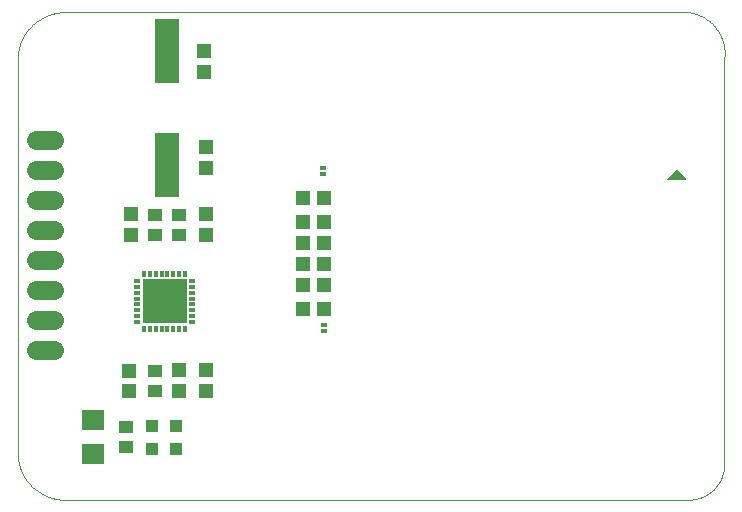
<source format=gts>
G75*
%MOIN*%
%OFA0B0*%
%FSLAX25Y25*%
%IPPOS*%
%LPD*%
%AMOC8*
5,1,8,0,0,1.08239X$1,22.5*
%
%ADD10C,0.00000*%
%ADD11R,0.01378X0.02165*%
%ADD12R,0.02165X0.01378*%
%ADD13R,0.14764X0.14764*%
%ADD14R,0.04652X0.04534*%
%ADD15R,0.04731X0.04337*%
%ADD16R,0.08000X0.21400*%
%ADD17R,0.02093X0.01502*%
%ADD18R,0.04337X0.04337*%
%ADD19R,0.04534X0.04652*%
%ADD20C,0.06400*%
%ADD21R,0.07498X0.06699*%
%ADD22C,0.00001*%
D10*
X0021911Y0017616D02*
X0021911Y0148679D01*
X0021910Y0148679D02*
X0021915Y0149064D01*
X0021929Y0149450D01*
X0021953Y0149835D01*
X0021987Y0150219D01*
X0022029Y0150603D01*
X0022082Y0150985D01*
X0022143Y0151366D01*
X0022214Y0151745D01*
X0022294Y0152122D01*
X0022383Y0152498D01*
X0022482Y0152871D01*
X0022589Y0153241D01*
X0022706Y0153609D01*
X0022832Y0153974D01*
X0022966Y0154335D01*
X0023110Y0154693D01*
X0023262Y0155048D01*
X0023423Y0155399D01*
X0023592Y0155745D01*
X0023770Y0156088D01*
X0023956Y0156426D01*
X0024150Y0156759D01*
X0024353Y0157087D01*
X0024563Y0157411D01*
X0024781Y0157729D01*
X0025007Y0158041D01*
X0025241Y0158348D01*
X0025482Y0158650D01*
X0025730Y0158945D01*
X0025986Y0159234D01*
X0026249Y0159516D01*
X0026518Y0159792D01*
X0026794Y0160062D01*
X0027077Y0160324D01*
X0027366Y0160580D01*
X0027661Y0160828D01*
X0027962Y0161070D01*
X0028269Y0161303D01*
X0028582Y0161529D01*
X0028900Y0161747D01*
X0029223Y0161958D01*
X0029552Y0162160D01*
X0029885Y0162355D01*
X0030223Y0162541D01*
X0030565Y0162719D01*
X0030912Y0162888D01*
X0031263Y0163049D01*
X0031617Y0163201D01*
X0031975Y0163344D01*
X0032337Y0163479D01*
X0032702Y0163604D01*
X0033070Y0163721D01*
X0033440Y0163828D01*
X0033813Y0163927D01*
X0034188Y0164016D01*
X0034566Y0164096D01*
X0034945Y0164167D01*
X0035326Y0164229D01*
X0035708Y0164281D01*
X0036091Y0164323D01*
X0036476Y0164357D01*
X0036861Y0164381D01*
X0037246Y0164395D01*
X0037632Y0164400D01*
X0037633Y0164400D02*
X0245533Y0164400D01*
X0245533Y0164399D02*
X0245866Y0164349D01*
X0246197Y0164291D01*
X0246528Y0164225D01*
X0246856Y0164151D01*
X0247183Y0164070D01*
X0247507Y0163980D01*
X0247829Y0163882D01*
X0248149Y0163777D01*
X0248466Y0163664D01*
X0248780Y0163544D01*
X0249092Y0163416D01*
X0249400Y0163280D01*
X0249705Y0163137D01*
X0250006Y0162987D01*
X0250303Y0162829D01*
X0250597Y0162664D01*
X0250886Y0162493D01*
X0251172Y0162314D01*
X0251452Y0162128D01*
X0251729Y0161936D01*
X0252000Y0161737D01*
X0252267Y0161532D01*
X0252529Y0161320D01*
X0252785Y0161102D01*
X0253036Y0160878D01*
X0253282Y0160647D01*
X0253522Y0160411D01*
X0253756Y0160169D01*
X0253984Y0159922D01*
X0254207Y0159669D01*
X0254423Y0159411D01*
X0254632Y0159148D01*
X0254836Y0158879D01*
X0255032Y0158606D01*
X0255223Y0158329D01*
X0255406Y0158046D01*
X0255583Y0157760D01*
X0255752Y0157469D01*
X0255914Y0157174D01*
X0256070Y0156875D01*
X0256218Y0156573D01*
X0256358Y0156267D01*
X0256492Y0155958D01*
X0256617Y0155646D01*
X0256735Y0155330D01*
X0256846Y0155012D01*
X0256949Y0154692D01*
X0257044Y0154369D01*
X0257131Y0154044D01*
X0257210Y0153717D01*
X0257281Y0153388D01*
X0257345Y0153057D01*
X0257400Y0152725D01*
X0257447Y0152392D01*
X0257487Y0152057D01*
X0257518Y0151722D01*
X0257541Y0151386D01*
X0257556Y0151050D01*
X0257563Y0150713D01*
X0257561Y0150377D01*
X0257552Y0150040D01*
X0257534Y0149704D01*
X0257508Y0149368D01*
X0257475Y0149034D01*
X0257433Y0148700D01*
X0257415Y0013710D01*
X0257412Y0013425D01*
X0257402Y0013140D01*
X0257385Y0012855D01*
X0257361Y0012570D01*
X0257330Y0012286D01*
X0257293Y0012003D01*
X0257248Y0011721D01*
X0257197Y0011440D01*
X0257139Y0011161D01*
X0257074Y0010883D01*
X0257003Y0010606D01*
X0256925Y0010332D01*
X0256840Y0010059D01*
X0256748Y0009788D01*
X0256651Y0009520D01*
X0256546Y0009254D01*
X0256436Y0008991D01*
X0256319Y0008731D01*
X0256195Y0008473D01*
X0256066Y0008219D01*
X0255930Y0007968D01*
X0255788Y0007720D01*
X0255641Y0007475D01*
X0255487Y0007235D01*
X0255328Y0006998D01*
X0255163Y0006765D01*
X0254992Y0006536D01*
X0254816Y0006311D01*
X0254635Y0006091D01*
X0254448Y0005875D01*
X0254256Y0005663D01*
X0254059Y0005456D01*
X0253858Y0005255D01*
X0253651Y0005058D01*
X0253439Y0004866D01*
X0253223Y0004679D01*
X0253003Y0004498D01*
X0252778Y0004322D01*
X0252549Y0004151D01*
X0252316Y0003986D01*
X0252079Y0003827D01*
X0251839Y0003673D01*
X0251594Y0003526D01*
X0251346Y0003384D01*
X0251095Y0003248D01*
X0250841Y0003119D01*
X0250583Y0002995D01*
X0250323Y0002878D01*
X0250060Y0002768D01*
X0249794Y0002663D01*
X0249526Y0002566D01*
X0249255Y0002474D01*
X0248982Y0002389D01*
X0248708Y0002311D01*
X0248431Y0002240D01*
X0248153Y0002175D01*
X0247874Y0002117D01*
X0247593Y0002066D01*
X0247311Y0002021D01*
X0247028Y0001984D01*
X0246744Y0001953D01*
X0246459Y0001929D01*
X0246174Y0001912D01*
X0245889Y0001902D01*
X0245604Y0001899D01*
X0037628Y0001868D01*
X0037242Y0001874D01*
X0036856Y0001888D01*
X0036471Y0001913D01*
X0036087Y0001947D01*
X0035703Y0001990D01*
X0035321Y0002043D01*
X0034940Y0002105D01*
X0034560Y0002176D01*
X0034183Y0002256D01*
X0033807Y0002346D01*
X0033434Y0002445D01*
X0033064Y0002553D01*
X0032696Y0002671D01*
X0032331Y0002797D01*
X0031969Y0002932D01*
X0031611Y0003076D01*
X0031256Y0003228D01*
X0030906Y0003390D01*
X0030559Y0003559D01*
X0030217Y0003738D01*
X0029879Y0003924D01*
X0029545Y0004119D01*
X0029217Y0004322D01*
X0028894Y0004533D01*
X0028576Y0004752D01*
X0028263Y0004978D01*
X0027956Y0005212D01*
X0027655Y0005454D01*
X0027360Y0005703D01*
X0027071Y0005959D01*
X0026789Y0006222D01*
X0026513Y0006491D01*
X0026243Y0006768D01*
X0025981Y0007051D01*
X0025725Y0007340D01*
X0025477Y0007636D01*
X0025236Y0007938D01*
X0025003Y0008245D01*
X0024777Y0008558D01*
X0024559Y0008877D01*
X0024348Y0009200D01*
X0024146Y0009529D01*
X0023952Y0009863D01*
X0023766Y0010201D01*
X0023588Y0010544D01*
X0023419Y0010891D01*
X0023259Y0011242D01*
X0023107Y0011597D01*
X0022964Y0011955D01*
X0022829Y0012317D01*
X0022704Y0012682D01*
X0022587Y0013050D01*
X0022480Y0013421D01*
X0022382Y0013794D01*
X0022293Y0014170D01*
X0022213Y0014548D01*
X0022142Y0014927D01*
X0022081Y0015308D01*
X0022029Y0015691D01*
X0021987Y0016074D01*
X0021954Y0016459D01*
X0021930Y0016844D01*
X0021916Y0017230D01*
X0021911Y0017616D01*
X0238227Y0108663D02*
X0244489Y0108663D01*
X0241490Y0111794D01*
X0238227Y0108663D01*
D11*
X0077753Y0077033D03*
X0075785Y0077033D03*
X0073816Y0077033D03*
X0071848Y0077033D03*
X0069879Y0077033D03*
X0067911Y0077033D03*
X0065942Y0077033D03*
X0063974Y0077033D03*
X0063974Y0058923D03*
X0065942Y0058923D03*
X0067911Y0058923D03*
X0069879Y0058923D03*
X0071848Y0058923D03*
X0073816Y0058923D03*
X0075785Y0058923D03*
X0077753Y0058923D03*
D12*
X0079919Y0061088D03*
X0079919Y0063057D03*
X0079919Y0065025D03*
X0079919Y0066994D03*
X0079919Y0068962D03*
X0079919Y0070931D03*
X0079919Y0072899D03*
X0079919Y0074868D03*
X0061808Y0074868D03*
X0061808Y0072899D03*
X0061808Y0070931D03*
X0061808Y0068962D03*
X0061808Y0066994D03*
X0061808Y0065025D03*
X0061808Y0063057D03*
X0061808Y0061088D03*
D13*
X0070863Y0067978D03*
D14*
X0075533Y0045045D03*
X0084533Y0045045D03*
X0084533Y0038155D03*
X0075533Y0038155D03*
X0059155Y0037986D03*
X0059155Y0044876D03*
X0059533Y0090155D03*
X0059533Y0097045D03*
X0084533Y0097045D03*
X0084533Y0090155D03*
X0084655Y0112486D03*
X0084655Y0119376D03*
X0084155Y0144486D03*
X0084155Y0151376D03*
D15*
X0075533Y0096946D03*
X0067533Y0096946D03*
X0067533Y0090254D03*
X0075533Y0090254D03*
X0067533Y0044946D03*
X0067533Y0038254D03*
X0057933Y0026146D03*
X0057933Y0019454D03*
D16*
X0071655Y0113431D03*
X0071655Y0151431D03*
D17*
X0123533Y0112604D03*
X0123533Y0110596D03*
X0123933Y0060004D03*
X0123933Y0057996D03*
D18*
X0074533Y0026537D03*
X0066533Y0026537D03*
X0066533Y0018663D03*
X0074533Y0018663D03*
D19*
X0117088Y0065600D03*
X0123978Y0065600D03*
X0123978Y0073600D03*
X0117088Y0073600D03*
X0117088Y0080600D03*
X0123978Y0080600D03*
X0123978Y0087600D03*
X0117088Y0087600D03*
X0117088Y0094600D03*
X0123978Y0094600D03*
X0123978Y0102600D03*
X0117088Y0102600D03*
D20*
X0033933Y0101800D02*
X0027933Y0101800D01*
X0027933Y0091800D02*
X0033933Y0091800D01*
X0033933Y0081800D02*
X0027933Y0081800D01*
X0027933Y0071800D02*
X0033933Y0071800D01*
X0033933Y0061800D02*
X0027933Y0061800D01*
X0027933Y0051800D02*
X0033933Y0051800D01*
X0033933Y0111800D02*
X0027933Y0111800D01*
X0027933Y0121800D02*
X0033933Y0121800D01*
D21*
X0046933Y0028398D03*
X0046933Y0017202D03*
D22*
X0238227Y0108663D02*
X0244488Y0108663D01*
X0244487Y0108664D02*
X0238228Y0108664D01*
X0238229Y0108665D02*
X0244487Y0108665D01*
X0244486Y0108666D02*
X0238230Y0108666D01*
X0238231Y0108667D02*
X0244485Y0108667D01*
X0244484Y0108668D02*
X0238232Y0108668D01*
X0238234Y0108669D02*
X0244483Y0108669D01*
X0244482Y0108670D02*
X0238235Y0108670D01*
X0238236Y0108671D02*
X0244481Y0108671D01*
X0244480Y0108672D02*
X0238237Y0108672D01*
X0238238Y0108673D02*
X0244479Y0108673D01*
X0244478Y0108674D02*
X0238239Y0108674D01*
X0238240Y0108675D02*
X0244477Y0108675D01*
X0244476Y0108676D02*
X0238241Y0108676D01*
X0238242Y0108677D02*
X0244475Y0108677D01*
X0244474Y0108678D02*
X0238243Y0108678D01*
X0238244Y0108679D02*
X0244473Y0108679D01*
X0244472Y0108680D02*
X0238245Y0108680D01*
X0238246Y0108681D02*
X0244471Y0108681D01*
X0244470Y0108682D02*
X0238247Y0108682D01*
X0238248Y0108683D02*
X0244470Y0108683D01*
X0244469Y0108684D02*
X0238249Y0108684D01*
X0238250Y0108685D02*
X0244468Y0108685D01*
X0244467Y0108686D02*
X0238251Y0108686D01*
X0238252Y0108687D02*
X0244466Y0108687D01*
X0244465Y0108688D02*
X0238253Y0108688D01*
X0238254Y0108689D02*
X0244464Y0108689D01*
X0244463Y0108690D02*
X0238255Y0108690D01*
X0238256Y0108691D02*
X0244462Y0108691D01*
X0244461Y0108692D02*
X0238257Y0108692D01*
X0238258Y0108693D02*
X0244460Y0108693D01*
X0244459Y0108694D02*
X0238259Y0108694D01*
X0238260Y0108695D02*
X0244458Y0108695D01*
X0244457Y0108696D02*
X0238261Y0108696D01*
X0238262Y0108697D02*
X0244456Y0108697D01*
X0244455Y0108698D02*
X0238263Y0108698D01*
X0238264Y0108699D02*
X0244454Y0108699D01*
X0244454Y0108700D02*
X0238265Y0108700D01*
X0238266Y0108701D02*
X0244453Y0108701D01*
X0244452Y0108702D02*
X0238267Y0108702D01*
X0238268Y0108703D02*
X0244451Y0108703D01*
X0244450Y0108704D02*
X0238269Y0108704D01*
X0238270Y0108705D02*
X0244449Y0108705D01*
X0244448Y0108706D02*
X0238271Y0108706D01*
X0238273Y0108706D02*
X0244447Y0108706D01*
X0244446Y0108707D02*
X0238274Y0108707D01*
X0238275Y0108708D02*
X0244445Y0108708D01*
X0244444Y0108709D02*
X0238276Y0108709D01*
X0238277Y0108710D02*
X0244443Y0108710D01*
X0244442Y0108711D02*
X0238278Y0108711D01*
X0238279Y0108712D02*
X0244441Y0108712D01*
X0244440Y0108713D02*
X0238280Y0108713D01*
X0238281Y0108714D02*
X0244439Y0108714D01*
X0244438Y0108715D02*
X0238282Y0108715D01*
X0238283Y0108716D02*
X0244437Y0108716D01*
X0244437Y0108717D02*
X0238284Y0108717D01*
X0238285Y0108718D02*
X0244436Y0108718D01*
X0244435Y0108719D02*
X0238286Y0108719D01*
X0238287Y0108720D02*
X0244434Y0108720D01*
X0244433Y0108721D02*
X0238288Y0108721D01*
X0238289Y0108722D02*
X0244432Y0108722D01*
X0244431Y0108723D02*
X0238290Y0108723D01*
X0238291Y0108724D02*
X0244430Y0108724D01*
X0244429Y0108725D02*
X0238292Y0108725D01*
X0238293Y0108726D02*
X0244428Y0108726D01*
X0244427Y0108727D02*
X0238294Y0108727D01*
X0238295Y0108728D02*
X0244426Y0108728D01*
X0244425Y0108729D02*
X0238296Y0108729D01*
X0238297Y0108730D02*
X0244424Y0108730D01*
X0244423Y0108731D02*
X0238298Y0108731D01*
X0238299Y0108732D02*
X0244422Y0108732D01*
X0244421Y0108733D02*
X0238300Y0108733D01*
X0238301Y0108734D02*
X0244421Y0108734D01*
X0244420Y0108735D02*
X0238302Y0108735D01*
X0238303Y0108736D02*
X0244419Y0108736D01*
X0244418Y0108737D02*
X0238304Y0108737D01*
X0238305Y0108738D02*
X0244417Y0108738D01*
X0244416Y0108739D02*
X0238306Y0108739D01*
X0238307Y0108740D02*
X0244415Y0108740D01*
X0244414Y0108741D02*
X0238308Y0108741D01*
X0238309Y0108742D02*
X0244413Y0108742D01*
X0244412Y0108743D02*
X0238310Y0108743D01*
X0238311Y0108744D02*
X0244411Y0108744D01*
X0244410Y0108745D02*
X0238313Y0108745D01*
X0238314Y0108746D02*
X0244409Y0108746D01*
X0244408Y0108747D02*
X0238315Y0108747D01*
X0238316Y0108748D02*
X0244407Y0108748D01*
X0244406Y0108749D02*
X0238317Y0108749D01*
X0238318Y0108750D02*
X0244405Y0108750D01*
X0244404Y0108751D02*
X0238319Y0108751D01*
X0238320Y0108752D02*
X0244404Y0108752D01*
X0244403Y0108753D02*
X0238321Y0108753D01*
X0238322Y0108754D02*
X0244402Y0108754D01*
X0244401Y0108755D02*
X0238323Y0108755D01*
X0238324Y0108756D02*
X0244400Y0108756D01*
X0244399Y0108757D02*
X0238325Y0108757D01*
X0238326Y0108758D02*
X0244398Y0108758D01*
X0244397Y0108759D02*
X0238327Y0108759D01*
X0238328Y0108760D02*
X0244396Y0108760D01*
X0244395Y0108761D02*
X0238329Y0108761D01*
X0238330Y0108762D02*
X0244394Y0108762D01*
X0244393Y0108763D02*
X0238331Y0108763D01*
X0238332Y0108764D02*
X0244392Y0108764D01*
X0244391Y0108765D02*
X0238333Y0108765D01*
X0238334Y0108766D02*
X0244390Y0108766D01*
X0244389Y0108767D02*
X0238335Y0108767D01*
X0238336Y0108768D02*
X0244388Y0108768D01*
X0244388Y0108769D02*
X0238337Y0108769D01*
X0238338Y0108769D02*
X0244387Y0108769D01*
X0244386Y0108770D02*
X0238339Y0108770D01*
X0238340Y0108771D02*
X0244385Y0108771D01*
X0244384Y0108772D02*
X0238341Y0108772D01*
X0238342Y0108773D02*
X0244383Y0108773D01*
X0244382Y0108774D02*
X0238343Y0108774D01*
X0238344Y0108775D02*
X0244381Y0108775D01*
X0244380Y0108776D02*
X0238345Y0108776D01*
X0238346Y0108777D02*
X0244379Y0108777D01*
X0244378Y0108778D02*
X0238347Y0108778D01*
X0238348Y0108779D02*
X0244377Y0108779D01*
X0244376Y0108780D02*
X0238349Y0108780D01*
X0238350Y0108781D02*
X0244375Y0108781D01*
X0244374Y0108782D02*
X0238351Y0108782D01*
X0238353Y0108783D02*
X0244373Y0108783D01*
X0244372Y0108784D02*
X0238354Y0108784D01*
X0238355Y0108785D02*
X0244371Y0108785D01*
X0244371Y0108786D02*
X0238356Y0108786D01*
X0238357Y0108787D02*
X0244370Y0108787D01*
X0244369Y0108788D02*
X0238358Y0108788D01*
X0238359Y0108789D02*
X0244368Y0108789D01*
X0244367Y0108790D02*
X0238360Y0108790D01*
X0238361Y0108791D02*
X0244366Y0108791D01*
X0244365Y0108792D02*
X0238362Y0108792D01*
X0238363Y0108793D02*
X0244364Y0108793D01*
X0244363Y0108794D02*
X0238364Y0108794D01*
X0238365Y0108795D02*
X0244362Y0108795D01*
X0244361Y0108796D02*
X0238366Y0108796D01*
X0238367Y0108797D02*
X0244360Y0108797D01*
X0244359Y0108798D02*
X0238368Y0108798D01*
X0238369Y0108799D02*
X0244358Y0108799D01*
X0244357Y0108800D02*
X0238370Y0108800D01*
X0238371Y0108801D02*
X0244356Y0108801D01*
X0244355Y0108802D02*
X0238372Y0108802D01*
X0238373Y0108803D02*
X0244355Y0108803D01*
X0244354Y0108804D02*
X0238374Y0108804D01*
X0238375Y0108805D02*
X0244353Y0108805D01*
X0244352Y0108806D02*
X0238376Y0108806D01*
X0238377Y0108807D02*
X0244351Y0108807D01*
X0244350Y0108808D02*
X0238378Y0108808D01*
X0238379Y0108809D02*
X0244349Y0108809D01*
X0244348Y0108810D02*
X0238380Y0108810D01*
X0238381Y0108811D02*
X0244347Y0108811D01*
X0244346Y0108812D02*
X0238382Y0108812D01*
X0238383Y0108813D02*
X0244345Y0108813D01*
X0244344Y0108814D02*
X0238384Y0108814D01*
X0238385Y0108815D02*
X0244343Y0108815D01*
X0244342Y0108816D02*
X0238386Y0108816D01*
X0238387Y0108817D02*
X0244341Y0108817D01*
X0244340Y0108818D02*
X0238388Y0108818D01*
X0238389Y0108819D02*
X0244339Y0108819D01*
X0244339Y0108820D02*
X0238390Y0108820D01*
X0238391Y0108821D02*
X0244338Y0108821D01*
X0244337Y0108822D02*
X0238393Y0108822D01*
X0238394Y0108823D02*
X0244336Y0108823D01*
X0244335Y0108824D02*
X0238395Y0108824D01*
X0238396Y0108825D02*
X0244334Y0108825D01*
X0244333Y0108826D02*
X0238397Y0108826D01*
X0238398Y0108827D02*
X0244332Y0108827D01*
X0244331Y0108828D02*
X0238399Y0108828D01*
X0238400Y0108829D02*
X0244330Y0108829D01*
X0244329Y0108830D02*
X0238401Y0108830D01*
X0238402Y0108831D02*
X0244328Y0108831D01*
X0244327Y0108831D02*
X0238403Y0108831D01*
X0238404Y0108832D02*
X0244326Y0108832D01*
X0244325Y0108833D02*
X0238405Y0108833D01*
X0238406Y0108834D02*
X0244324Y0108834D01*
X0244323Y0108835D02*
X0238407Y0108835D01*
X0238408Y0108836D02*
X0244322Y0108836D01*
X0244322Y0108837D02*
X0238409Y0108837D01*
X0238410Y0108838D02*
X0244321Y0108838D01*
X0244320Y0108839D02*
X0238411Y0108839D01*
X0238412Y0108840D02*
X0244319Y0108840D01*
X0244318Y0108841D02*
X0238413Y0108841D01*
X0238414Y0108842D02*
X0244317Y0108842D01*
X0244316Y0108843D02*
X0238415Y0108843D01*
X0238416Y0108844D02*
X0244315Y0108844D01*
X0244314Y0108845D02*
X0238417Y0108845D01*
X0238418Y0108846D02*
X0244313Y0108846D01*
X0244312Y0108847D02*
X0238419Y0108847D01*
X0238420Y0108848D02*
X0244311Y0108848D01*
X0244310Y0108849D02*
X0238421Y0108849D01*
X0238422Y0108850D02*
X0244309Y0108850D01*
X0244308Y0108851D02*
X0238423Y0108851D01*
X0238424Y0108852D02*
X0244307Y0108852D01*
X0244306Y0108853D02*
X0238425Y0108853D01*
X0238426Y0108854D02*
X0244306Y0108854D01*
X0244305Y0108855D02*
X0238427Y0108855D01*
X0238428Y0108856D02*
X0244304Y0108856D01*
X0244303Y0108857D02*
X0238429Y0108857D01*
X0238430Y0108858D02*
X0244302Y0108858D01*
X0244301Y0108859D02*
X0238432Y0108859D01*
X0238433Y0108860D02*
X0244300Y0108860D01*
X0244299Y0108861D02*
X0238434Y0108861D01*
X0238435Y0108862D02*
X0244298Y0108862D01*
X0244297Y0108863D02*
X0238436Y0108863D01*
X0238437Y0108864D02*
X0244296Y0108864D01*
X0244295Y0108865D02*
X0238438Y0108865D01*
X0238439Y0108866D02*
X0244294Y0108866D01*
X0244293Y0108867D02*
X0238440Y0108867D01*
X0238441Y0108868D02*
X0244292Y0108868D01*
X0244291Y0108869D02*
X0238442Y0108869D01*
X0238443Y0108870D02*
X0244290Y0108870D01*
X0244289Y0108871D02*
X0238444Y0108871D01*
X0238445Y0108872D02*
X0244289Y0108872D01*
X0244288Y0108873D02*
X0238446Y0108873D01*
X0238447Y0108874D02*
X0244287Y0108874D01*
X0244286Y0108875D02*
X0238448Y0108875D01*
X0238449Y0108876D02*
X0244285Y0108876D01*
X0244284Y0108877D02*
X0238450Y0108877D01*
X0238451Y0108878D02*
X0244283Y0108878D01*
X0244282Y0108879D02*
X0238452Y0108879D01*
X0238453Y0108880D02*
X0244281Y0108880D01*
X0244280Y0108881D02*
X0238454Y0108881D01*
X0238455Y0108882D02*
X0244279Y0108882D01*
X0244278Y0108883D02*
X0238456Y0108883D01*
X0238457Y0108884D02*
X0244277Y0108884D01*
X0244276Y0108885D02*
X0238458Y0108885D01*
X0238459Y0108886D02*
X0244275Y0108886D01*
X0244274Y0108887D02*
X0238460Y0108887D01*
X0238461Y0108888D02*
X0244273Y0108888D01*
X0244273Y0108889D02*
X0238462Y0108889D01*
X0238463Y0108890D02*
X0244272Y0108890D01*
X0244271Y0108891D02*
X0238464Y0108891D01*
X0238465Y0108892D02*
X0244270Y0108892D01*
X0244269Y0108893D02*
X0238466Y0108893D01*
X0238467Y0108894D02*
X0244268Y0108894D01*
X0244267Y0108894D02*
X0238468Y0108894D01*
X0238469Y0108895D02*
X0244266Y0108895D01*
X0244265Y0108896D02*
X0238470Y0108896D01*
X0238472Y0108897D02*
X0244264Y0108897D01*
X0244263Y0108898D02*
X0238473Y0108898D01*
X0238474Y0108899D02*
X0244262Y0108899D01*
X0244261Y0108900D02*
X0238475Y0108900D01*
X0238476Y0108901D02*
X0244260Y0108901D01*
X0244259Y0108902D02*
X0238477Y0108902D01*
X0238478Y0108903D02*
X0244258Y0108903D01*
X0244257Y0108904D02*
X0238479Y0108904D01*
X0238480Y0108905D02*
X0244256Y0108905D01*
X0244256Y0108906D02*
X0238481Y0108906D01*
X0238482Y0108907D02*
X0244255Y0108907D01*
X0244254Y0108908D02*
X0238483Y0108908D01*
X0238484Y0108909D02*
X0244253Y0108909D01*
X0244252Y0108910D02*
X0238485Y0108910D01*
X0238486Y0108911D02*
X0244251Y0108911D01*
X0244250Y0108912D02*
X0238487Y0108912D01*
X0238488Y0108913D02*
X0244249Y0108913D01*
X0244248Y0108914D02*
X0238489Y0108914D01*
X0238490Y0108915D02*
X0244247Y0108915D01*
X0244246Y0108916D02*
X0238491Y0108916D01*
X0238492Y0108917D02*
X0244245Y0108917D01*
X0244244Y0108918D02*
X0238493Y0108918D01*
X0238494Y0108919D02*
X0244243Y0108919D01*
X0244242Y0108920D02*
X0238495Y0108920D01*
X0238496Y0108921D02*
X0244241Y0108921D01*
X0244240Y0108922D02*
X0238497Y0108922D01*
X0238498Y0108923D02*
X0244240Y0108923D01*
X0244239Y0108924D02*
X0238499Y0108924D01*
X0238500Y0108925D02*
X0244238Y0108925D01*
X0244237Y0108926D02*
X0238501Y0108926D01*
X0238502Y0108927D02*
X0244236Y0108927D01*
X0244235Y0108928D02*
X0238503Y0108928D01*
X0238504Y0108929D02*
X0244234Y0108929D01*
X0244233Y0108930D02*
X0238505Y0108930D01*
X0238506Y0108931D02*
X0244232Y0108931D01*
X0244231Y0108932D02*
X0238507Y0108932D01*
X0238508Y0108933D02*
X0244230Y0108933D01*
X0244229Y0108934D02*
X0238509Y0108934D01*
X0238510Y0108935D02*
X0244228Y0108935D01*
X0244227Y0108936D02*
X0238512Y0108936D01*
X0238513Y0108937D02*
X0244226Y0108937D01*
X0244225Y0108938D02*
X0238514Y0108938D01*
X0238515Y0108939D02*
X0244224Y0108939D01*
X0244223Y0108940D02*
X0238516Y0108940D01*
X0238517Y0108941D02*
X0244223Y0108941D01*
X0244222Y0108942D02*
X0238518Y0108942D01*
X0238519Y0108943D02*
X0244221Y0108943D01*
X0244220Y0108944D02*
X0238520Y0108944D01*
X0238521Y0108945D02*
X0244219Y0108945D01*
X0244218Y0108946D02*
X0238522Y0108946D01*
X0238523Y0108947D02*
X0244217Y0108947D01*
X0244216Y0108948D02*
X0238524Y0108948D01*
X0238525Y0108949D02*
X0244215Y0108949D01*
X0244214Y0108950D02*
X0238526Y0108950D01*
X0238527Y0108951D02*
X0244213Y0108951D01*
X0244212Y0108952D02*
X0238528Y0108952D01*
X0238529Y0108953D02*
X0244211Y0108953D01*
X0244210Y0108954D02*
X0238530Y0108954D01*
X0238531Y0108955D02*
X0244209Y0108955D01*
X0244208Y0108956D02*
X0238532Y0108956D01*
X0238533Y0108956D02*
X0244207Y0108956D01*
X0244207Y0108957D02*
X0238534Y0108957D01*
X0238535Y0108958D02*
X0244206Y0108958D01*
X0244205Y0108959D02*
X0238536Y0108959D01*
X0238537Y0108960D02*
X0244204Y0108960D01*
X0244203Y0108961D02*
X0238538Y0108961D01*
X0238539Y0108962D02*
X0244202Y0108962D01*
X0244201Y0108963D02*
X0238540Y0108963D01*
X0238541Y0108964D02*
X0244200Y0108964D01*
X0244199Y0108965D02*
X0238542Y0108965D01*
X0238543Y0108966D02*
X0244198Y0108966D01*
X0244197Y0108967D02*
X0238544Y0108967D01*
X0238545Y0108968D02*
X0244196Y0108968D01*
X0244195Y0108969D02*
X0238546Y0108969D01*
X0238547Y0108970D02*
X0244194Y0108970D01*
X0244193Y0108971D02*
X0238548Y0108971D01*
X0238549Y0108972D02*
X0244192Y0108972D01*
X0244191Y0108973D02*
X0238551Y0108973D01*
X0238552Y0108974D02*
X0244191Y0108974D01*
X0244190Y0108975D02*
X0238553Y0108975D01*
X0238554Y0108976D02*
X0244189Y0108976D01*
X0244188Y0108977D02*
X0238555Y0108977D01*
X0238556Y0108978D02*
X0244187Y0108978D01*
X0244186Y0108979D02*
X0238557Y0108979D01*
X0238558Y0108980D02*
X0244185Y0108980D01*
X0244184Y0108981D02*
X0238559Y0108981D01*
X0238560Y0108982D02*
X0244183Y0108982D01*
X0244182Y0108983D02*
X0238561Y0108983D01*
X0238562Y0108984D02*
X0244181Y0108984D01*
X0244180Y0108985D02*
X0238563Y0108985D01*
X0238564Y0108986D02*
X0244179Y0108986D01*
X0244178Y0108987D02*
X0238565Y0108987D01*
X0238566Y0108988D02*
X0244177Y0108988D01*
X0244176Y0108989D02*
X0238567Y0108989D01*
X0238568Y0108990D02*
X0244175Y0108990D01*
X0244174Y0108991D02*
X0238569Y0108991D01*
X0238570Y0108992D02*
X0244174Y0108992D01*
X0244173Y0108993D02*
X0238571Y0108993D01*
X0238572Y0108994D02*
X0244172Y0108994D01*
X0244171Y0108995D02*
X0238573Y0108995D01*
X0238574Y0108996D02*
X0244170Y0108996D01*
X0244169Y0108997D02*
X0238575Y0108997D01*
X0238576Y0108998D02*
X0244168Y0108998D01*
X0244167Y0108999D02*
X0238577Y0108999D01*
X0238578Y0109000D02*
X0244166Y0109000D01*
X0244165Y0109001D02*
X0238579Y0109001D01*
X0238580Y0109002D02*
X0244164Y0109002D01*
X0244163Y0109003D02*
X0238581Y0109003D01*
X0238582Y0109004D02*
X0244162Y0109004D01*
X0244161Y0109005D02*
X0238583Y0109005D01*
X0238584Y0109006D02*
X0244160Y0109006D01*
X0244159Y0109007D02*
X0238585Y0109007D01*
X0238586Y0109008D02*
X0244158Y0109008D01*
X0244158Y0109009D02*
X0238587Y0109009D01*
X0238588Y0109010D02*
X0244157Y0109010D01*
X0244156Y0109011D02*
X0238589Y0109011D01*
X0238591Y0109012D02*
X0244155Y0109012D01*
X0244154Y0109013D02*
X0238592Y0109013D01*
X0238593Y0109014D02*
X0244153Y0109014D01*
X0244152Y0109015D02*
X0238594Y0109015D01*
X0238595Y0109016D02*
X0244151Y0109016D01*
X0244150Y0109017D02*
X0238596Y0109017D01*
X0238597Y0109018D02*
X0244149Y0109018D01*
X0244148Y0109019D02*
X0238598Y0109019D01*
X0238599Y0109019D02*
X0244147Y0109019D01*
X0244146Y0109020D02*
X0238600Y0109020D01*
X0238601Y0109021D02*
X0244145Y0109021D01*
X0244144Y0109022D02*
X0238602Y0109022D01*
X0238603Y0109023D02*
X0244143Y0109023D01*
X0244142Y0109024D02*
X0238604Y0109024D01*
X0238605Y0109025D02*
X0244141Y0109025D01*
X0244141Y0109026D02*
X0238606Y0109026D01*
X0238607Y0109027D02*
X0244140Y0109027D01*
X0244139Y0109028D02*
X0238608Y0109028D01*
X0238609Y0109029D02*
X0244138Y0109029D01*
X0244137Y0109030D02*
X0238610Y0109030D01*
X0238611Y0109031D02*
X0244136Y0109031D01*
X0244135Y0109032D02*
X0238612Y0109032D01*
X0238613Y0109033D02*
X0244134Y0109033D01*
X0244133Y0109034D02*
X0238614Y0109034D01*
X0238615Y0109035D02*
X0244132Y0109035D01*
X0244131Y0109036D02*
X0238616Y0109036D01*
X0238617Y0109037D02*
X0244130Y0109037D01*
X0244129Y0109038D02*
X0238618Y0109038D01*
X0238619Y0109039D02*
X0244128Y0109039D01*
X0244127Y0109040D02*
X0238620Y0109040D01*
X0238621Y0109041D02*
X0244126Y0109041D01*
X0244125Y0109042D02*
X0238622Y0109042D01*
X0238623Y0109043D02*
X0244125Y0109043D01*
X0244124Y0109044D02*
X0238624Y0109044D01*
X0238625Y0109045D02*
X0244123Y0109045D01*
X0244122Y0109046D02*
X0238626Y0109046D01*
X0238627Y0109047D02*
X0244121Y0109047D01*
X0244120Y0109048D02*
X0238628Y0109048D01*
X0238629Y0109049D02*
X0244119Y0109049D01*
X0244118Y0109050D02*
X0238631Y0109050D01*
X0238632Y0109051D02*
X0244117Y0109051D01*
X0244116Y0109052D02*
X0238633Y0109052D01*
X0238634Y0109053D02*
X0244115Y0109053D01*
X0244114Y0109054D02*
X0238635Y0109054D01*
X0238636Y0109055D02*
X0244113Y0109055D01*
X0244112Y0109056D02*
X0238637Y0109056D01*
X0238638Y0109057D02*
X0244111Y0109057D01*
X0244110Y0109058D02*
X0238639Y0109058D01*
X0238640Y0109059D02*
X0244109Y0109059D01*
X0244108Y0109060D02*
X0238641Y0109060D01*
X0238642Y0109061D02*
X0244108Y0109061D01*
X0244107Y0109062D02*
X0238643Y0109062D01*
X0238644Y0109063D02*
X0244106Y0109063D01*
X0244105Y0109064D02*
X0238645Y0109064D01*
X0238646Y0109065D02*
X0244104Y0109065D01*
X0244103Y0109066D02*
X0238647Y0109066D01*
X0238648Y0109067D02*
X0244102Y0109067D01*
X0244101Y0109068D02*
X0238649Y0109068D01*
X0238650Y0109069D02*
X0244100Y0109069D01*
X0244099Y0109070D02*
X0238651Y0109070D01*
X0238652Y0109071D02*
X0244098Y0109071D01*
X0244097Y0109072D02*
X0238653Y0109072D01*
X0238654Y0109073D02*
X0244096Y0109073D01*
X0244095Y0109074D02*
X0238655Y0109074D01*
X0238656Y0109075D02*
X0244094Y0109075D01*
X0244093Y0109076D02*
X0238657Y0109076D01*
X0238658Y0109077D02*
X0244092Y0109077D01*
X0244092Y0109078D02*
X0238659Y0109078D01*
X0238660Y0109079D02*
X0244091Y0109079D01*
X0244090Y0109080D02*
X0238661Y0109080D01*
X0238662Y0109081D02*
X0244089Y0109081D01*
X0244088Y0109081D02*
X0238663Y0109081D01*
X0238664Y0109082D02*
X0244087Y0109082D01*
X0244086Y0109083D02*
X0238665Y0109083D01*
X0238666Y0109084D02*
X0244085Y0109084D01*
X0244084Y0109085D02*
X0238667Y0109085D01*
X0238668Y0109086D02*
X0244083Y0109086D01*
X0244082Y0109087D02*
X0238670Y0109087D01*
X0238671Y0109088D02*
X0244081Y0109088D01*
X0244080Y0109089D02*
X0238672Y0109089D01*
X0238673Y0109090D02*
X0244079Y0109090D01*
X0244078Y0109091D02*
X0238674Y0109091D01*
X0238675Y0109092D02*
X0244077Y0109092D01*
X0244076Y0109093D02*
X0238676Y0109093D01*
X0238677Y0109094D02*
X0244076Y0109094D01*
X0244075Y0109095D02*
X0238678Y0109095D01*
X0238679Y0109096D02*
X0244074Y0109096D01*
X0244073Y0109097D02*
X0238680Y0109097D01*
X0238681Y0109098D02*
X0244072Y0109098D01*
X0244071Y0109099D02*
X0238682Y0109099D01*
X0238683Y0109100D02*
X0244070Y0109100D01*
X0244069Y0109101D02*
X0238684Y0109101D01*
X0238685Y0109102D02*
X0244068Y0109102D01*
X0244067Y0109103D02*
X0238686Y0109103D01*
X0238687Y0109104D02*
X0244066Y0109104D01*
X0244065Y0109105D02*
X0238688Y0109105D01*
X0238689Y0109106D02*
X0244064Y0109106D01*
X0244063Y0109107D02*
X0238690Y0109107D01*
X0238691Y0109108D02*
X0244062Y0109108D01*
X0244061Y0109109D02*
X0238692Y0109109D01*
X0238693Y0109110D02*
X0244060Y0109110D01*
X0244059Y0109111D02*
X0238694Y0109111D01*
X0238695Y0109112D02*
X0244059Y0109112D01*
X0244058Y0109113D02*
X0238696Y0109113D01*
X0238697Y0109114D02*
X0244057Y0109114D01*
X0244056Y0109115D02*
X0238698Y0109115D01*
X0238699Y0109116D02*
X0244055Y0109116D01*
X0244054Y0109117D02*
X0238700Y0109117D01*
X0238701Y0109118D02*
X0244053Y0109118D01*
X0244052Y0109119D02*
X0238702Y0109119D01*
X0238703Y0109120D02*
X0244051Y0109120D01*
X0244050Y0109121D02*
X0238704Y0109121D01*
X0238705Y0109122D02*
X0244049Y0109122D01*
X0244048Y0109123D02*
X0238706Y0109123D01*
X0238707Y0109124D02*
X0244047Y0109124D01*
X0244046Y0109125D02*
X0238708Y0109125D01*
X0238710Y0109126D02*
X0244045Y0109126D01*
X0244044Y0109127D02*
X0238711Y0109127D01*
X0238712Y0109128D02*
X0244043Y0109128D01*
X0244043Y0109129D02*
X0238713Y0109129D01*
X0238714Y0109130D02*
X0244042Y0109130D01*
X0244041Y0109131D02*
X0238715Y0109131D01*
X0238716Y0109132D02*
X0244040Y0109132D01*
X0244039Y0109133D02*
X0238717Y0109133D01*
X0238718Y0109134D02*
X0244038Y0109134D01*
X0244037Y0109135D02*
X0238719Y0109135D01*
X0238720Y0109136D02*
X0244036Y0109136D01*
X0244035Y0109137D02*
X0238721Y0109137D01*
X0238722Y0109138D02*
X0244034Y0109138D01*
X0244033Y0109139D02*
X0238723Y0109139D01*
X0238724Y0109140D02*
X0244032Y0109140D01*
X0244031Y0109141D02*
X0238725Y0109141D01*
X0238726Y0109142D02*
X0244030Y0109142D01*
X0244029Y0109143D02*
X0238727Y0109143D01*
X0238728Y0109144D02*
X0244028Y0109144D01*
X0244027Y0109144D02*
X0238729Y0109144D01*
X0238730Y0109145D02*
X0244026Y0109145D01*
X0244026Y0109146D02*
X0238731Y0109146D01*
X0238732Y0109147D02*
X0244025Y0109147D01*
X0244024Y0109148D02*
X0238733Y0109148D01*
X0238734Y0109149D02*
X0244023Y0109149D01*
X0244022Y0109150D02*
X0238735Y0109150D01*
X0238736Y0109151D02*
X0244021Y0109151D01*
X0244020Y0109152D02*
X0238737Y0109152D01*
X0238738Y0109153D02*
X0244019Y0109153D01*
X0244018Y0109154D02*
X0238739Y0109154D01*
X0238740Y0109155D02*
X0244017Y0109155D01*
X0244016Y0109156D02*
X0238741Y0109156D01*
X0238742Y0109157D02*
X0244015Y0109157D01*
X0244014Y0109158D02*
X0238743Y0109158D01*
X0238744Y0109159D02*
X0244013Y0109159D01*
X0244012Y0109160D02*
X0238745Y0109160D01*
X0238746Y0109161D02*
X0244011Y0109161D01*
X0244010Y0109162D02*
X0238747Y0109162D01*
X0238748Y0109163D02*
X0244010Y0109163D01*
X0244009Y0109164D02*
X0238750Y0109164D01*
X0238751Y0109165D02*
X0244008Y0109165D01*
X0244007Y0109166D02*
X0238752Y0109166D01*
X0238753Y0109167D02*
X0244006Y0109167D01*
X0244005Y0109168D02*
X0238754Y0109168D01*
X0238755Y0109169D02*
X0244004Y0109169D01*
X0244003Y0109170D02*
X0238756Y0109170D01*
X0238757Y0109171D02*
X0244002Y0109171D01*
X0244001Y0109172D02*
X0238758Y0109172D01*
X0238759Y0109173D02*
X0244000Y0109173D01*
X0243999Y0109174D02*
X0238760Y0109174D01*
X0238761Y0109175D02*
X0243998Y0109175D01*
X0243997Y0109176D02*
X0238762Y0109176D01*
X0238763Y0109177D02*
X0243996Y0109177D01*
X0243995Y0109178D02*
X0238764Y0109178D01*
X0238765Y0109179D02*
X0243994Y0109179D01*
X0243993Y0109180D02*
X0238766Y0109180D01*
X0238767Y0109181D02*
X0243993Y0109181D01*
X0243992Y0109182D02*
X0238768Y0109182D01*
X0238769Y0109183D02*
X0243991Y0109183D01*
X0243990Y0109184D02*
X0238770Y0109184D01*
X0238771Y0109185D02*
X0243989Y0109185D01*
X0243988Y0109186D02*
X0238772Y0109186D01*
X0238773Y0109187D02*
X0243987Y0109187D01*
X0243986Y0109188D02*
X0238774Y0109188D01*
X0238775Y0109189D02*
X0243985Y0109189D01*
X0243984Y0109190D02*
X0238776Y0109190D01*
X0238777Y0109191D02*
X0243983Y0109191D01*
X0243982Y0109192D02*
X0238778Y0109192D01*
X0238779Y0109193D02*
X0243981Y0109193D01*
X0243980Y0109194D02*
X0238780Y0109194D01*
X0238781Y0109195D02*
X0243979Y0109195D01*
X0243978Y0109196D02*
X0238782Y0109196D01*
X0238783Y0109197D02*
X0243977Y0109197D01*
X0243977Y0109198D02*
X0238784Y0109198D01*
X0238785Y0109199D02*
X0243976Y0109199D01*
X0243975Y0109200D02*
X0238786Y0109200D01*
X0238787Y0109201D02*
X0243974Y0109201D01*
X0243973Y0109202D02*
X0238788Y0109202D01*
X0238790Y0109203D02*
X0243972Y0109203D01*
X0243971Y0109204D02*
X0238791Y0109204D01*
X0238792Y0109205D02*
X0243970Y0109205D01*
X0243969Y0109206D02*
X0238793Y0109206D01*
X0238794Y0109206D02*
X0243968Y0109206D01*
X0243967Y0109207D02*
X0238795Y0109207D01*
X0238796Y0109208D02*
X0243966Y0109208D01*
X0243965Y0109209D02*
X0238797Y0109209D01*
X0238798Y0109210D02*
X0243964Y0109210D01*
X0243963Y0109211D02*
X0238799Y0109211D01*
X0238800Y0109212D02*
X0243962Y0109212D01*
X0243961Y0109213D02*
X0238801Y0109213D01*
X0238802Y0109214D02*
X0243960Y0109214D01*
X0243960Y0109215D02*
X0238803Y0109215D01*
X0238804Y0109216D02*
X0243959Y0109216D01*
X0243958Y0109217D02*
X0238805Y0109217D01*
X0238806Y0109218D02*
X0243957Y0109218D01*
X0243956Y0109219D02*
X0238807Y0109219D01*
X0238808Y0109220D02*
X0243955Y0109220D01*
X0243954Y0109221D02*
X0238809Y0109221D01*
X0238810Y0109222D02*
X0243953Y0109222D01*
X0243952Y0109223D02*
X0238811Y0109223D01*
X0238812Y0109224D02*
X0243951Y0109224D01*
X0243950Y0109225D02*
X0238813Y0109225D01*
X0238814Y0109226D02*
X0243949Y0109226D01*
X0243948Y0109227D02*
X0238815Y0109227D01*
X0238816Y0109228D02*
X0243947Y0109228D01*
X0243946Y0109229D02*
X0238817Y0109229D01*
X0238818Y0109230D02*
X0243945Y0109230D01*
X0243944Y0109231D02*
X0238819Y0109231D01*
X0238820Y0109232D02*
X0243944Y0109232D01*
X0243943Y0109233D02*
X0238821Y0109233D01*
X0238822Y0109234D02*
X0243942Y0109234D01*
X0243941Y0109235D02*
X0238823Y0109235D01*
X0238824Y0109236D02*
X0243940Y0109236D01*
X0243939Y0109237D02*
X0238825Y0109237D01*
X0238826Y0109238D02*
X0243938Y0109238D01*
X0243937Y0109239D02*
X0238827Y0109239D01*
X0238829Y0109240D02*
X0243936Y0109240D01*
X0243935Y0109241D02*
X0238830Y0109241D01*
X0238831Y0109242D02*
X0243934Y0109242D01*
X0243933Y0109243D02*
X0238832Y0109243D01*
X0238833Y0109244D02*
X0243932Y0109244D01*
X0243931Y0109245D02*
X0238834Y0109245D01*
X0238835Y0109246D02*
X0243930Y0109246D01*
X0243929Y0109247D02*
X0238836Y0109247D01*
X0238837Y0109248D02*
X0243928Y0109248D01*
X0243927Y0109249D02*
X0238838Y0109249D01*
X0238839Y0109250D02*
X0243927Y0109250D01*
X0243926Y0109251D02*
X0238840Y0109251D01*
X0238841Y0109252D02*
X0243925Y0109252D01*
X0243924Y0109253D02*
X0238842Y0109253D01*
X0238843Y0109254D02*
X0243923Y0109254D01*
X0243922Y0109255D02*
X0238844Y0109255D01*
X0238845Y0109256D02*
X0243921Y0109256D01*
X0243920Y0109257D02*
X0238846Y0109257D01*
X0238847Y0109258D02*
X0243919Y0109258D01*
X0243918Y0109259D02*
X0238848Y0109259D01*
X0238849Y0109260D02*
X0243917Y0109260D01*
X0243916Y0109261D02*
X0238850Y0109261D01*
X0238851Y0109262D02*
X0243915Y0109262D01*
X0243914Y0109263D02*
X0238852Y0109263D01*
X0238853Y0109264D02*
X0243913Y0109264D01*
X0243912Y0109265D02*
X0238854Y0109265D01*
X0238855Y0109266D02*
X0243911Y0109266D01*
X0243911Y0109267D02*
X0238856Y0109267D01*
X0238857Y0109268D02*
X0243910Y0109268D01*
X0243909Y0109269D02*
X0238858Y0109269D01*
X0238859Y0109269D02*
X0243908Y0109269D01*
X0243907Y0109270D02*
X0238860Y0109270D01*
X0238861Y0109271D02*
X0243906Y0109271D01*
X0243905Y0109272D02*
X0238862Y0109272D01*
X0238863Y0109273D02*
X0243904Y0109273D01*
X0243903Y0109274D02*
X0238864Y0109274D01*
X0238865Y0109275D02*
X0243902Y0109275D01*
X0243901Y0109276D02*
X0238866Y0109276D01*
X0238867Y0109277D02*
X0243900Y0109277D01*
X0243899Y0109278D02*
X0238869Y0109278D01*
X0238870Y0109279D02*
X0243898Y0109279D01*
X0243897Y0109280D02*
X0238871Y0109280D01*
X0238872Y0109281D02*
X0243896Y0109281D01*
X0243895Y0109282D02*
X0238873Y0109282D01*
X0238874Y0109283D02*
X0243895Y0109283D01*
X0243894Y0109284D02*
X0238875Y0109284D01*
X0238876Y0109285D02*
X0243893Y0109285D01*
X0243892Y0109286D02*
X0238877Y0109286D01*
X0238878Y0109287D02*
X0243891Y0109287D01*
X0243890Y0109288D02*
X0238879Y0109288D01*
X0238880Y0109289D02*
X0243889Y0109289D01*
X0243888Y0109290D02*
X0238881Y0109290D01*
X0238882Y0109291D02*
X0243887Y0109291D01*
X0243886Y0109292D02*
X0238883Y0109292D01*
X0238884Y0109293D02*
X0243885Y0109293D01*
X0243884Y0109294D02*
X0238885Y0109294D01*
X0238886Y0109295D02*
X0243883Y0109295D01*
X0243882Y0109296D02*
X0238887Y0109296D01*
X0238888Y0109297D02*
X0243881Y0109297D01*
X0243880Y0109298D02*
X0238889Y0109298D01*
X0238890Y0109299D02*
X0243879Y0109299D01*
X0243878Y0109300D02*
X0238891Y0109300D01*
X0238892Y0109301D02*
X0243878Y0109301D01*
X0243877Y0109302D02*
X0238893Y0109302D01*
X0238894Y0109303D02*
X0243876Y0109303D01*
X0243875Y0109304D02*
X0238895Y0109304D01*
X0238896Y0109305D02*
X0243874Y0109305D01*
X0243873Y0109306D02*
X0238897Y0109306D01*
X0238898Y0109307D02*
X0243872Y0109307D01*
X0243871Y0109308D02*
X0238899Y0109308D01*
X0238900Y0109309D02*
X0243870Y0109309D01*
X0243869Y0109310D02*
X0238901Y0109310D01*
X0238902Y0109311D02*
X0243868Y0109311D01*
X0243867Y0109312D02*
X0238903Y0109312D01*
X0238904Y0109313D02*
X0243866Y0109313D01*
X0243865Y0109314D02*
X0238905Y0109314D01*
X0238906Y0109315D02*
X0243864Y0109315D01*
X0243863Y0109316D02*
X0238907Y0109316D01*
X0238909Y0109317D02*
X0243862Y0109317D01*
X0243862Y0109318D02*
X0238910Y0109318D01*
X0238911Y0109319D02*
X0243861Y0109319D01*
X0243860Y0109320D02*
X0238912Y0109320D01*
X0238913Y0109321D02*
X0243859Y0109321D01*
X0243858Y0109322D02*
X0238914Y0109322D01*
X0238915Y0109323D02*
X0243857Y0109323D01*
X0243856Y0109324D02*
X0238916Y0109324D01*
X0238917Y0109325D02*
X0243855Y0109325D01*
X0243854Y0109326D02*
X0238918Y0109326D01*
X0238919Y0109327D02*
X0243853Y0109327D01*
X0243852Y0109328D02*
X0238920Y0109328D01*
X0238921Y0109329D02*
X0243851Y0109329D01*
X0243850Y0109330D02*
X0238922Y0109330D01*
X0238923Y0109331D02*
X0243849Y0109331D01*
X0243848Y0109331D02*
X0238924Y0109331D01*
X0238925Y0109332D02*
X0243847Y0109332D01*
X0243846Y0109333D02*
X0238926Y0109333D01*
X0238927Y0109334D02*
X0243845Y0109334D01*
X0243845Y0109335D02*
X0238928Y0109335D01*
X0238929Y0109336D02*
X0243844Y0109336D01*
X0243843Y0109337D02*
X0238930Y0109337D01*
X0238931Y0109338D02*
X0243842Y0109338D01*
X0243841Y0109339D02*
X0238932Y0109339D01*
X0238933Y0109340D02*
X0243840Y0109340D01*
X0243839Y0109341D02*
X0238934Y0109341D01*
X0238935Y0109342D02*
X0243838Y0109342D01*
X0243837Y0109343D02*
X0238936Y0109343D01*
X0238937Y0109344D02*
X0243836Y0109344D01*
X0243835Y0109345D02*
X0238938Y0109345D01*
X0238939Y0109346D02*
X0243834Y0109346D01*
X0243833Y0109347D02*
X0238940Y0109347D01*
X0238941Y0109348D02*
X0243832Y0109348D01*
X0243831Y0109349D02*
X0238942Y0109349D01*
X0238943Y0109350D02*
X0243830Y0109350D01*
X0243829Y0109351D02*
X0238944Y0109351D01*
X0238945Y0109352D02*
X0243829Y0109352D01*
X0243828Y0109353D02*
X0238946Y0109353D01*
X0238948Y0109354D02*
X0243827Y0109354D01*
X0243826Y0109355D02*
X0238949Y0109355D01*
X0238950Y0109356D02*
X0243825Y0109356D01*
X0243824Y0109357D02*
X0238951Y0109357D01*
X0238952Y0109358D02*
X0243823Y0109358D01*
X0243822Y0109359D02*
X0238953Y0109359D01*
X0238954Y0109360D02*
X0243821Y0109360D01*
X0243820Y0109361D02*
X0238955Y0109361D01*
X0238956Y0109362D02*
X0243819Y0109362D01*
X0243818Y0109363D02*
X0238957Y0109363D01*
X0238958Y0109364D02*
X0243817Y0109364D01*
X0243816Y0109365D02*
X0238959Y0109365D01*
X0238960Y0109366D02*
X0243815Y0109366D01*
X0243814Y0109367D02*
X0238961Y0109367D01*
X0238962Y0109368D02*
X0243813Y0109368D01*
X0243812Y0109369D02*
X0238963Y0109369D01*
X0238964Y0109370D02*
X0243812Y0109370D01*
X0243811Y0109371D02*
X0238965Y0109371D01*
X0238966Y0109372D02*
X0243810Y0109372D01*
X0243809Y0109373D02*
X0238967Y0109373D01*
X0238968Y0109374D02*
X0243808Y0109374D01*
X0243807Y0109375D02*
X0238969Y0109375D01*
X0238970Y0109376D02*
X0243806Y0109376D01*
X0243805Y0109377D02*
X0238971Y0109377D01*
X0238972Y0109378D02*
X0243804Y0109378D01*
X0243803Y0109379D02*
X0238973Y0109379D01*
X0238974Y0109380D02*
X0243802Y0109380D01*
X0243801Y0109381D02*
X0238975Y0109381D01*
X0238976Y0109382D02*
X0243800Y0109382D01*
X0243799Y0109383D02*
X0238977Y0109383D01*
X0238978Y0109384D02*
X0243798Y0109384D01*
X0243797Y0109385D02*
X0238979Y0109385D01*
X0238980Y0109386D02*
X0243796Y0109386D01*
X0243796Y0109387D02*
X0238981Y0109387D01*
X0238982Y0109388D02*
X0243795Y0109388D01*
X0243794Y0109389D02*
X0238983Y0109389D01*
X0238984Y0109390D02*
X0243793Y0109390D01*
X0243792Y0109391D02*
X0238985Y0109391D01*
X0238986Y0109392D02*
X0243791Y0109392D01*
X0243790Y0109393D02*
X0238988Y0109393D01*
X0238989Y0109394D02*
X0243789Y0109394D01*
X0243788Y0109394D02*
X0238990Y0109394D01*
X0238991Y0109395D02*
X0243787Y0109395D01*
X0243786Y0109396D02*
X0238992Y0109396D01*
X0238993Y0109397D02*
X0243785Y0109397D01*
X0243784Y0109398D02*
X0238994Y0109398D01*
X0238995Y0109399D02*
X0243783Y0109399D01*
X0243782Y0109400D02*
X0238996Y0109400D01*
X0238997Y0109401D02*
X0243781Y0109401D01*
X0243780Y0109402D02*
X0238998Y0109402D01*
X0238999Y0109403D02*
X0243780Y0109403D01*
X0243779Y0109404D02*
X0239000Y0109404D01*
X0239001Y0109405D02*
X0243778Y0109405D01*
X0243777Y0109406D02*
X0239002Y0109406D01*
X0239003Y0109407D02*
X0243776Y0109407D01*
X0243775Y0109408D02*
X0239004Y0109408D01*
X0239005Y0109409D02*
X0243774Y0109409D01*
X0243773Y0109410D02*
X0239006Y0109410D01*
X0239007Y0109411D02*
X0243772Y0109411D01*
X0243771Y0109412D02*
X0239008Y0109412D01*
X0239009Y0109413D02*
X0243770Y0109413D01*
X0243769Y0109414D02*
X0239010Y0109414D01*
X0239011Y0109415D02*
X0243768Y0109415D01*
X0243767Y0109416D02*
X0239012Y0109416D01*
X0239013Y0109417D02*
X0243766Y0109417D01*
X0243765Y0109418D02*
X0239014Y0109418D01*
X0239015Y0109419D02*
X0243764Y0109419D01*
X0243763Y0109420D02*
X0239016Y0109420D01*
X0239017Y0109421D02*
X0243763Y0109421D01*
X0243762Y0109422D02*
X0239018Y0109422D01*
X0239019Y0109423D02*
X0243761Y0109423D01*
X0243760Y0109424D02*
X0239020Y0109424D01*
X0239021Y0109425D02*
X0243759Y0109425D01*
X0243758Y0109426D02*
X0239022Y0109426D01*
X0239023Y0109427D02*
X0243757Y0109427D01*
X0243756Y0109428D02*
X0239024Y0109428D01*
X0239025Y0109429D02*
X0243755Y0109429D01*
X0243754Y0109430D02*
X0239026Y0109430D01*
X0239028Y0109431D02*
X0243753Y0109431D01*
X0243752Y0109432D02*
X0239029Y0109432D01*
X0239030Y0109433D02*
X0243751Y0109433D01*
X0243750Y0109434D02*
X0239031Y0109434D01*
X0239032Y0109435D02*
X0243749Y0109435D01*
X0243748Y0109436D02*
X0239033Y0109436D01*
X0239034Y0109437D02*
X0243747Y0109437D01*
X0243747Y0109438D02*
X0239035Y0109438D01*
X0239036Y0109439D02*
X0243746Y0109439D01*
X0243745Y0109440D02*
X0239037Y0109440D01*
X0239038Y0109441D02*
X0243744Y0109441D01*
X0243743Y0109442D02*
X0239039Y0109442D01*
X0239040Y0109443D02*
X0243742Y0109443D01*
X0243741Y0109444D02*
X0239041Y0109444D01*
X0239042Y0109445D02*
X0243740Y0109445D01*
X0243739Y0109446D02*
X0239043Y0109446D01*
X0239044Y0109447D02*
X0243738Y0109447D01*
X0243737Y0109448D02*
X0239045Y0109448D01*
X0239046Y0109449D02*
X0243736Y0109449D01*
X0243735Y0109450D02*
X0239047Y0109450D01*
X0239048Y0109451D02*
X0243734Y0109451D01*
X0243733Y0109452D02*
X0239049Y0109452D01*
X0239050Y0109453D02*
X0243732Y0109453D01*
X0243731Y0109454D02*
X0239051Y0109454D01*
X0239052Y0109455D02*
X0243730Y0109455D01*
X0243730Y0109456D02*
X0239053Y0109456D01*
X0239054Y0109456D02*
X0243729Y0109456D01*
X0243728Y0109457D02*
X0239055Y0109457D01*
X0239056Y0109458D02*
X0243727Y0109458D01*
X0243726Y0109459D02*
X0239057Y0109459D01*
X0239058Y0109460D02*
X0243725Y0109460D01*
X0243724Y0109461D02*
X0239059Y0109461D01*
X0239060Y0109462D02*
X0243723Y0109462D01*
X0243722Y0109463D02*
X0239061Y0109463D01*
X0239062Y0109464D02*
X0243721Y0109464D01*
X0243720Y0109465D02*
X0239063Y0109465D01*
X0239064Y0109466D02*
X0243719Y0109466D01*
X0243718Y0109467D02*
X0239065Y0109467D01*
X0239066Y0109468D02*
X0243717Y0109468D01*
X0243716Y0109469D02*
X0239068Y0109469D01*
X0239069Y0109470D02*
X0243715Y0109470D01*
X0243714Y0109471D02*
X0239070Y0109471D01*
X0239071Y0109472D02*
X0243714Y0109472D01*
X0243713Y0109473D02*
X0239072Y0109473D01*
X0239073Y0109474D02*
X0243712Y0109474D01*
X0243711Y0109475D02*
X0239074Y0109475D01*
X0239075Y0109476D02*
X0243710Y0109476D01*
X0243709Y0109477D02*
X0239076Y0109477D01*
X0239077Y0109478D02*
X0243708Y0109478D01*
X0243707Y0109479D02*
X0239078Y0109479D01*
X0239079Y0109480D02*
X0243706Y0109480D01*
X0243705Y0109481D02*
X0239080Y0109481D01*
X0239081Y0109482D02*
X0243704Y0109482D01*
X0243703Y0109483D02*
X0239082Y0109483D01*
X0239083Y0109484D02*
X0243702Y0109484D01*
X0243701Y0109485D02*
X0239084Y0109485D01*
X0239085Y0109486D02*
X0243700Y0109486D01*
X0243699Y0109487D02*
X0239086Y0109487D01*
X0239087Y0109488D02*
X0243698Y0109488D01*
X0243697Y0109489D02*
X0239088Y0109489D01*
X0239089Y0109490D02*
X0243697Y0109490D01*
X0243696Y0109491D02*
X0239090Y0109491D01*
X0239091Y0109492D02*
X0243695Y0109492D01*
X0243694Y0109493D02*
X0239092Y0109493D01*
X0239093Y0109494D02*
X0243693Y0109494D01*
X0243692Y0109495D02*
X0239094Y0109495D01*
X0239095Y0109496D02*
X0243691Y0109496D01*
X0243690Y0109497D02*
X0239096Y0109497D01*
X0239097Y0109498D02*
X0243689Y0109498D01*
X0243688Y0109499D02*
X0239098Y0109499D01*
X0239099Y0109500D02*
X0243687Y0109500D01*
X0243686Y0109501D02*
X0239100Y0109501D01*
X0239101Y0109502D02*
X0243685Y0109502D01*
X0243684Y0109503D02*
X0239102Y0109503D01*
X0239103Y0109504D02*
X0243683Y0109504D01*
X0243682Y0109505D02*
X0239104Y0109505D01*
X0239105Y0109506D02*
X0243681Y0109506D01*
X0243681Y0109507D02*
X0239107Y0109507D01*
X0239108Y0109508D02*
X0243680Y0109508D01*
X0243679Y0109509D02*
X0239109Y0109509D01*
X0239110Y0109510D02*
X0243678Y0109510D01*
X0243677Y0109511D02*
X0239111Y0109511D01*
X0239112Y0109512D02*
X0243676Y0109512D01*
X0243675Y0109513D02*
X0239113Y0109513D01*
X0239114Y0109514D02*
X0243674Y0109514D01*
X0243673Y0109515D02*
X0239115Y0109515D01*
X0239116Y0109516D02*
X0243672Y0109516D01*
X0243671Y0109517D02*
X0239117Y0109517D01*
X0239118Y0109518D02*
X0243670Y0109518D01*
X0243669Y0109519D02*
X0239119Y0109519D01*
X0239120Y0109519D02*
X0243668Y0109519D01*
X0243667Y0109520D02*
X0239121Y0109520D01*
X0239122Y0109521D02*
X0243666Y0109521D01*
X0243665Y0109522D02*
X0239123Y0109522D01*
X0239124Y0109523D02*
X0243665Y0109523D01*
X0243664Y0109524D02*
X0239125Y0109524D01*
X0239126Y0109525D02*
X0243663Y0109525D01*
X0243662Y0109526D02*
X0239127Y0109526D01*
X0239128Y0109527D02*
X0243661Y0109527D01*
X0243660Y0109528D02*
X0239129Y0109528D01*
X0239130Y0109529D02*
X0243659Y0109529D01*
X0243658Y0109530D02*
X0239131Y0109530D01*
X0239132Y0109531D02*
X0243657Y0109531D01*
X0243656Y0109532D02*
X0239133Y0109532D01*
X0239134Y0109533D02*
X0243655Y0109533D01*
X0243654Y0109534D02*
X0239135Y0109534D01*
X0239136Y0109535D02*
X0243653Y0109535D01*
X0243652Y0109536D02*
X0239137Y0109536D01*
X0239138Y0109537D02*
X0243651Y0109537D01*
X0243650Y0109538D02*
X0239139Y0109538D01*
X0239140Y0109539D02*
X0243649Y0109539D01*
X0243648Y0109540D02*
X0239141Y0109540D01*
X0239142Y0109541D02*
X0243648Y0109541D01*
X0243647Y0109542D02*
X0239143Y0109542D01*
X0239144Y0109543D02*
X0243646Y0109543D01*
X0243645Y0109544D02*
X0239145Y0109544D01*
X0239147Y0109545D02*
X0243644Y0109545D01*
X0243643Y0109546D02*
X0239148Y0109546D01*
X0239149Y0109547D02*
X0243642Y0109547D01*
X0243641Y0109548D02*
X0239150Y0109548D01*
X0239151Y0109549D02*
X0243640Y0109549D01*
X0243639Y0109550D02*
X0239152Y0109550D01*
X0239153Y0109551D02*
X0243638Y0109551D01*
X0243637Y0109552D02*
X0239154Y0109552D01*
X0239155Y0109553D02*
X0243636Y0109553D01*
X0243635Y0109554D02*
X0239156Y0109554D01*
X0239157Y0109555D02*
X0243634Y0109555D01*
X0243633Y0109556D02*
X0239158Y0109556D01*
X0239159Y0109557D02*
X0243632Y0109557D01*
X0243632Y0109558D02*
X0239160Y0109558D01*
X0239161Y0109559D02*
X0243631Y0109559D01*
X0243630Y0109560D02*
X0239162Y0109560D01*
X0239163Y0109561D02*
X0243629Y0109561D01*
X0243628Y0109562D02*
X0239164Y0109562D01*
X0239165Y0109563D02*
X0243627Y0109563D01*
X0243626Y0109564D02*
X0239166Y0109564D01*
X0239167Y0109565D02*
X0243625Y0109565D01*
X0243624Y0109566D02*
X0239168Y0109566D01*
X0239169Y0109567D02*
X0243623Y0109567D01*
X0243622Y0109568D02*
X0239170Y0109568D01*
X0239171Y0109569D02*
X0243621Y0109569D01*
X0243620Y0109570D02*
X0239172Y0109570D01*
X0239173Y0109571D02*
X0243619Y0109571D01*
X0243618Y0109572D02*
X0239174Y0109572D01*
X0239175Y0109573D02*
X0243617Y0109573D01*
X0243616Y0109574D02*
X0239176Y0109574D01*
X0239177Y0109575D02*
X0243615Y0109575D01*
X0243615Y0109576D02*
X0239178Y0109576D01*
X0239179Y0109577D02*
X0243614Y0109577D01*
X0243613Y0109578D02*
X0239180Y0109578D01*
X0239181Y0109579D02*
X0243612Y0109579D01*
X0243611Y0109580D02*
X0239182Y0109580D01*
X0239183Y0109581D02*
X0243610Y0109581D01*
X0243609Y0109581D02*
X0239184Y0109581D01*
X0239185Y0109582D02*
X0243608Y0109582D01*
X0243607Y0109583D02*
X0239187Y0109583D01*
X0239188Y0109584D02*
X0243606Y0109584D01*
X0243605Y0109585D02*
X0239189Y0109585D01*
X0239190Y0109586D02*
X0243604Y0109586D01*
X0243603Y0109587D02*
X0239191Y0109587D01*
X0239192Y0109588D02*
X0243602Y0109588D01*
X0243601Y0109589D02*
X0239193Y0109589D01*
X0239194Y0109590D02*
X0243600Y0109590D01*
X0243599Y0109591D02*
X0239195Y0109591D01*
X0239196Y0109592D02*
X0243599Y0109592D01*
X0243598Y0109593D02*
X0239197Y0109593D01*
X0239198Y0109594D02*
X0243597Y0109594D01*
X0243596Y0109595D02*
X0239199Y0109595D01*
X0239200Y0109596D02*
X0243595Y0109596D01*
X0243594Y0109597D02*
X0239201Y0109597D01*
X0239202Y0109598D02*
X0243593Y0109598D01*
X0243592Y0109599D02*
X0239203Y0109599D01*
X0239204Y0109600D02*
X0243591Y0109600D01*
X0243590Y0109601D02*
X0239205Y0109601D01*
X0239206Y0109602D02*
X0243589Y0109602D01*
X0243588Y0109603D02*
X0239207Y0109603D01*
X0239208Y0109604D02*
X0243587Y0109604D01*
X0243586Y0109605D02*
X0239209Y0109605D01*
X0239210Y0109606D02*
X0243585Y0109606D01*
X0243584Y0109607D02*
X0239211Y0109607D01*
X0239212Y0109608D02*
X0243583Y0109608D01*
X0243582Y0109609D02*
X0239213Y0109609D01*
X0239214Y0109610D02*
X0243582Y0109610D01*
X0243581Y0109611D02*
X0239215Y0109611D01*
X0239216Y0109612D02*
X0243580Y0109612D01*
X0243579Y0109613D02*
X0239217Y0109613D01*
X0239218Y0109614D02*
X0243578Y0109614D01*
X0243577Y0109615D02*
X0239219Y0109615D01*
X0239220Y0109616D02*
X0243576Y0109616D01*
X0243575Y0109617D02*
X0239221Y0109617D01*
X0239222Y0109618D02*
X0243574Y0109618D01*
X0243573Y0109619D02*
X0239223Y0109619D01*
X0239224Y0109620D02*
X0243572Y0109620D01*
X0243571Y0109621D02*
X0239226Y0109621D01*
X0239227Y0109622D02*
X0243570Y0109622D01*
X0243569Y0109623D02*
X0239228Y0109623D01*
X0239229Y0109624D02*
X0243568Y0109624D01*
X0243567Y0109625D02*
X0239230Y0109625D01*
X0239231Y0109626D02*
X0243566Y0109626D01*
X0243566Y0109627D02*
X0239232Y0109627D01*
X0239233Y0109628D02*
X0243565Y0109628D01*
X0243564Y0109629D02*
X0239234Y0109629D01*
X0239235Y0109630D02*
X0243563Y0109630D01*
X0243562Y0109631D02*
X0239236Y0109631D01*
X0239237Y0109632D02*
X0243561Y0109632D01*
X0243560Y0109633D02*
X0239238Y0109633D01*
X0239239Y0109634D02*
X0243559Y0109634D01*
X0243558Y0109635D02*
X0239240Y0109635D01*
X0239241Y0109636D02*
X0243557Y0109636D01*
X0243556Y0109637D02*
X0239242Y0109637D01*
X0239243Y0109638D02*
X0243555Y0109638D01*
X0243554Y0109639D02*
X0239244Y0109639D01*
X0239245Y0109640D02*
X0243553Y0109640D01*
X0243552Y0109641D02*
X0239246Y0109641D01*
X0239247Y0109642D02*
X0243551Y0109642D01*
X0243550Y0109643D02*
X0239248Y0109643D01*
X0239249Y0109644D02*
X0243549Y0109644D01*
X0239250Y0109644D01*
X0239251Y0109645D02*
X0243548Y0109645D01*
X0243547Y0109646D02*
X0239252Y0109646D01*
X0239253Y0109647D02*
X0243546Y0109647D01*
X0243545Y0109648D02*
X0239254Y0109648D01*
X0239255Y0109649D02*
X0243544Y0109649D01*
X0243543Y0109650D02*
X0239256Y0109650D01*
X0239257Y0109651D02*
X0243542Y0109651D01*
X0243541Y0109652D02*
X0239258Y0109652D01*
X0239259Y0109653D02*
X0243540Y0109653D01*
X0243539Y0109654D02*
X0239260Y0109654D01*
X0239261Y0109655D02*
X0243538Y0109655D01*
X0243537Y0109656D02*
X0239262Y0109656D01*
X0239263Y0109657D02*
X0243536Y0109657D01*
X0243535Y0109658D02*
X0239264Y0109658D01*
X0239266Y0109659D02*
X0243534Y0109659D01*
X0243533Y0109660D02*
X0239267Y0109660D01*
X0239268Y0109661D02*
X0243533Y0109661D01*
X0243532Y0109662D02*
X0239269Y0109662D01*
X0239270Y0109663D02*
X0243531Y0109663D01*
X0243530Y0109664D02*
X0239271Y0109664D01*
X0239272Y0109665D02*
X0243529Y0109665D01*
X0243528Y0109666D02*
X0239273Y0109666D01*
X0239274Y0109667D02*
X0243527Y0109667D01*
X0243526Y0109668D02*
X0239275Y0109668D01*
X0239276Y0109669D02*
X0243525Y0109669D01*
X0243524Y0109670D02*
X0239277Y0109670D01*
X0239278Y0109671D02*
X0243523Y0109671D01*
X0243522Y0109672D02*
X0239279Y0109672D01*
X0239280Y0109673D02*
X0243521Y0109673D01*
X0243520Y0109674D02*
X0239281Y0109674D01*
X0239282Y0109675D02*
X0243519Y0109675D01*
X0243518Y0109676D02*
X0239283Y0109676D01*
X0239284Y0109677D02*
X0243517Y0109677D01*
X0243516Y0109678D02*
X0239285Y0109678D01*
X0239286Y0109679D02*
X0243516Y0109679D01*
X0243515Y0109680D02*
X0239287Y0109680D01*
X0239288Y0109681D02*
X0243514Y0109681D01*
X0243513Y0109682D02*
X0239289Y0109682D01*
X0239290Y0109683D02*
X0243512Y0109683D01*
X0243511Y0109684D02*
X0239291Y0109684D01*
X0239292Y0109685D02*
X0243510Y0109685D01*
X0243509Y0109686D02*
X0239293Y0109686D01*
X0239294Y0109687D02*
X0243508Y0109687D01*
X0243507Y0109688D02*
X0239295Y0109688D01*
X0239296Y0109689D02*
X0243506Y0109689D01*
X0243505Y0109690D02*
X0239297Y0109690D01*
X0239298Y0109691D02*
X0243504Y0109691D01*
X0243503Y0109692D02*
X0239299Y0109692D01*
X0239300Y0109693D02*
X0243502Y0109693D01*
X0243501Y0109694D02*
X0239301Y0109694D01*
X0239302Y0109695D02*
X0243500Y0109695D01*
X0243500Y0109696D02*
X0239303Y0109696D01*
X0239304Y0109697D02*
X0243499Y0109697D01*
X0243498Y0109698D02*
X0239306Y0109698D01*
X0239307Y0109699D02*
X0243497Y0109699D01*
X0243496Y0109700D02*
X0239308Y0109700D01*
X0239309Y0109701D02*
X0243495Y0109701D01*
X0243494Y0109702D02*
X0239310Y0109702D01*
X0239311Y0109703D02*
X0243493Y0109703D01*
X0243492Y0109704D02*
X0239312Y0109704D01*
X0239313Y0109705D02*
X0243491Y0109705D01*
X0243490Y0109706D02*
X0239314Y0109706D01*
X0239315Y0109706D02*
X0243489Y0109706D01*
X0243488Y0109707D02*
X0239316Y0109707D01*
X0239317Y0109708D02*
X0243487Y0109708D01*
X0243486Y0109709D02*
X0239318Y0109709D01*
X0239319Y0109710D02*
X0243485Y0109710D01*
X0243484Y0109711D02*
X0239320Y0109711D01*
X0239321Y0109712D02*
X0243484Y0109712D01*
X0243483Y0109713D02*
X0239322Y0109713D01*
X0239323Y0109714D02*
X0243482Y0109714D01*
X0243481Y0109715D02*
X0239324Y0109715D01*
X0239325Y0109716D02*
X0243480Y0109716D01*
X0243479Y0109717D02*
X0239326Y0109717D01*
X0239327Y0109718D02*
X0243478Y0109718D01*
X0243477Y0109719D02*
X0239328Y0109719D01*
X0239329Y0109720D02*
X0243476Y0109720D01*
X0243475Y0109721D02*
X0239330Y0109721D01*
X0239331Y0109722D02*
X0243474Y0109722D01*
X0243473Y0109723D02*
X0239332Y0109723D01*
X0239333Y0109724D02*
X0243472Y0109724D01*
X0243471Y0109725D02*
X0239334Y0109725D01*
X0239335Y0109726D02*
X0243470Y0109726D01*
X0243469Y0109727D02*
X0239336Y0109727D01*
X0239337Y0109728D02*
X0243468Y0109728D01*
X0243467Y0109729D02*
X0239338Y0109729D01*
X0239339Y0109730D02*
X0243467Y0109730D01*
X0243466Y0109731D02*
X0239340Y0109731D01*
X0239341Y0109732D02*
X0243465Y0109732D01*
X0243464Y0109733D02*
X0239342Y0109733D01*
X0239343Y0109734D02*
X0243463Y0109734D01*
X0243462Y0109735D02*
X0239345Y0109735D01*
X0239346Y0109736D02*
X0243461Y0109736D01*
X0243460Y0109737D02*
X0239347Y0109737D01*
X0239348Y0109738D02*
X0243459Y0109738D01*
X0243458Y0109739D02*
X0239349Y0109739D01*
X0239350Y0109740D02*
X0243457Y0109740D01*
X0243456Y0109741D02*
X0239351Y0109741D01*
X0239352Y0109742D02*
X0243455Y0109742D01*
X0243454Y0109743D02*
X0239353Y0109743D01*
X0239354Y0109744D02*
X0243453Y0109744D01*
X0243452Y0109745D02*
X0239355Y0109745D01*
X0239356Y0109746D02*
X0243451Y0109746D01*
X0243451Y0109747D02*
X0239357Y0109747D01*
X0239358Y0109748D02*
X0243450Y0109748D01*
X0243449Y0109749D02*
X0239359Y0109749D01*
X0239360Y0109750D02*
X0243448Y0109750D01*
X0243447Y0109751D02*
X0239361Y0109751D01*
X0239362Y0109752D02*
X0243446Y0109752D01*
X0243445Y0109753D02*
X0239363Y0109753D01*
X0239364Y0109754D02*
X0243444Y0109754D01*
X0243443Y0109755D02*
X0239365Y0109755D01*
X0239366Y0109756D02*
X0243442Y0109756D01*
X0243441Y0109757D02*
X0239367Y0109757D01*
X0239368Y0109758D02*
X0243440Y0109758D01*
X0243439Y0109759D02*
X0239369Y0109759D01*
X0239370Y0109760D02*
X0243438Y0109760D01*
X0243437Y0109761D02*
X0239371Y0109761D01*
X0239372Y0109762D02*
X0243436Y0109762D01*
X0243435Y0109763D02*
X0239373Y0109763D01*
X0239374Y0109764D02*
X0243434Y0109764D01*
X0243434Y0109765D02*
X0239375Y0109765D01*
X0239376Y0109766D02*
X0243433Y0109766D01*
X0243432Y0109767D02*
X0239377Y0109767D01*
X0239378Y0109768D02*
X0243431Y0109768D01*
X0243430Y0109769D02*
X0239379Y0109769D01*
X0239380Y0109769D02*
X0243429Y0109769D01*
X0243428Y0109770D02*
X0239381Y0109770D01*
X0239382Y0109771D02*
X0243427Y0109771D01*
X0243426Y0109772D02*
X0239383Y0109772D01*
X0239385Y0109773D02*
X0243425Y0109773D01*
X0243424Y0109774D02*
X0239386Y0109774D01*
X0239387Y0109775D02*
X0243423Y0109775D01*
X0243422Y0109776D02*
X0239388Y0109776D01*
X0239389Y0109777D02*
X0243421Y0109777D01*
X0243420Y0109778D02*
X0239390Y0109778D01*
X0239391Y0109779D02*
X0243419Y0109779D01*
X0243418Y0109780D02*
X0239392Y0109780D01*
X0239393Y0109781D02*
X0243418Y0109781D01*
X0243417Y0109782D02*
X0239394Y0109782D01*
X0239395Y0109783D02*
X0243416Y0109783D01*
X0243415Y0109784D02*
X0239396Y0109784D01*
X0239397Y0109785D02*
X0243414Y0109785D01*
X0243413Y0109786D02*
X0239398Y0109786D01*
X0239399Y0109787D02*
X0243412Y0109787D01*
X0243411Y0109788D02*
X0239400Y0109788D01*
X0239401Y0109789D02*
X0243410Y0109789D01*
X0243409Y0109790D02*
X0239402Y0109790D01*
X0239403Y0109791D02*
X0243408Y0109791D01*
X0243407Y0109792D02*
X0239404Y0109792D01*
X0239405Y0109793D02*
X0243406Y0109793D01*
X0243405Y0109794D02*
X0239406Y0109794D01*
X0239407Y0109795D02*
X0243404Y0109795D01*
X0243403Y0109796D02*
X0239408Y0109796D01*
X0239409Y0109797D02*
X0243402Y0109797D01*
X0243402Y0109798D02*
X0239410Y0109798D01*
X0239411Y0109799D02*
X0243401Y0109799D01*
X0243400Y0109800D02*
X0239412Y0109800D01*
X0239413Y0109801D02*
X0243399Y0109801D01*
X0243398Y0109802D02*
X0239414Y0109802D01*
X0239415Y0109803D02*
X0243397Y0109803D01*
X0243396Y0109804D02*
X0239416Y0109804D01*
X0239417Y0109805D02*
X0243395Y0109805D01*
X0243394Y0109806D02*
X0239418Y0109806D01*
X0239419Y0109807D02*
X0243393Y0109807D01*
X0243392Y0109808D02*
X0239420Y0109808D01*
X0239421Y0109809D02*
X0243391Y0109809D01*
X0243390Y0109810D02*
X0239422Y0109810D01*
X0239423Y0109811D02*
X0243389Y0109811D01*
X0243388Y0109812D02*
X0239425Y0109812D01*
X0239426Y0109813D02*
X0243387Y0109813D01*
X0243386Y0109814D02*
X0239427Y0109814D01*
X0239428Y0109815D02*
X0243385Y0109815D01*
X0243385Y0109816D02*
X0239429Y0109816D01*
X0239430Y0109817D02*
X0243384Y0109817D01*
X0243383Y0109818D02*
X0239431Y0109818D01*
X0239432Y0109819D02*
X0243382Y0109819D01*
X0243381Y0109820D02*
X0239433Y0109820D01*
X0239434Y0109821D02*
X0243380Y0109821D01*
X0243379Y0109822D02*
X0239435Y0109822D01*
X0239436Y0109823D02*
X0243378Y0109823D01*
X0243377Y0109824D02*
X0239437Y0109824D01*
X0239438Y0109825D02*
X0243376Y0109825D01*
X0243375Y0109826D02*
X0239439Y0109826D01*
X0239440Y0109827D02*
X0243374Y0109827D01*
X0243373Y0109828D02*
X0239441Y0109828D01*
X0239442Y0109829D02*
X0243372Y0109829D01*
X0243371Y0109830D02*
X0239443Y0109830D01*
X0239444Y0109831D02*
X0243370Y0109831D01*
X0243369Y0109831D02*
X0239445Y0109831D01*
X0239446Y0109832D02*
X0243369Y0109832D01*
X0243368Y0109833D02*
X0239447Y0109833D01*
X0239448Y0109834D02*
X0243367Y0109834D01*
X0243366Y0109835D02*
X0239449Y0109835D01*
X0239450Y0109836D02*
X0243365Y0109836D01*
X0243364Y0109837D02*
X0239451Y0109837D01*
X0239452Y0109838D02*
X0243363Y0109838D01*
X0243362Y0109839D02*
X0239453Y0109839D01*
X0239454Y0109840D02*
X0243361Y0109840D01*
X0243360Y0109841D02*
X0239455Y0109841D01*
X0239456Y0109842D02*
X0243359Y0109842D01*
X0243358Y0109843D02*
X0239457Y0109843D01*
X0239458Y0109844D02*
X0243357Y0109844D01*
X0243356Y0109845D02*
X0239459Y0109845D01*
X0239460Y0109846D02*
X0243355Y0109846D01*
X0243354Y0109847D02*
X0239461Y0109847D01*
X0239462Y0109848D02*
X0243353Y0109848D01*
X0243352Y0109849D02*
X0239463Y0109849D01*
X0239465Y0109850D02*
X0243352Y0109850D01*
X0243351Y0109851D02*
X0239466Y0109851D01*
X0239467Y0109852D02*
X0243350Y0109852D01*
X0243349Y0109853D02*
X0239468Y0109853D01*
X0239469Y0109854D02*
X0243348Y0109854D01*
X0243347Y0109855D02*
X0239470Y0109855D01*
X0239471Y0109856D02*
X0243346Y0109856D01*
X0243345Y0109857D02*
X0239472Y0109857D01*
X0239473Y0109858D02*
X0243344Y0109858D01*
X0243343Y0109859D02*
X0239474Y0109859D01*
X0239475Y0109860D02*
X0243342Y0109860D01*
X0243341Y0109861D02*
X0239476Y0109861D01*
X0239477Y0109862D02*
X0243340Y0109862D01*
X0243339Y0109863D02*
X0239478Y0109863D01*
X0239479Y0109864D02*
X0243338Y0109864D01*
X0243337Y0109865D02*
X0239480Y0109865D01*
X0239481Y0109866D02*
X0243336Y0109866D01*
X0243336Y0109867D02*
X0239482Y0109867D01*
X0239483Y0109868D02*
X0243335Y0109868D01*
X0243334Y0109869D02*
X0239484Y0109869D01*
X0239485Y0109870D02*
X0243333Y0109870D01*
X0243332Y0109871D02*
X0239486Y0109871D01*
X0239487Y0109872D02*
X0243331Y0109872D01*
X0243330Y0109873D02*
X0239488Y0109873D01*
X0239489Y0109874D02*
X0243329Y0109874D01*
X0243328Y0109875D02*
X0239490Y0109875D01*
X0239491Y0109876D02*
X0243327Y0109876D01*
X0243326Y0109877D02*
X0239492Y0109877D01*
X0239493Y0109878D02*
X0243325Y0109878D01*
X0243324Y0109879D02*
X0239494Y0109879D01*
X0239495Y0109880D02*
X0243323Y0109880D01*
X0243322Y0109881D02*
X0239496Y0109881D01*
X0239497Y0109882D02*
X0243321Y0109882D01*
X0243320Y0109883D02*
X0239498Y0109883D01*
X0239499Y0109884D02*
X0243319Y0109884D01*
X0243319Y0109885D02*
X0239500Y0109885D01*
X0239501Y0109886D02*
X0243318Y0109886D01*
X0243317Y0109887D02*
X0239502Y0109887D01*
X0239504Y0109888D02*
X0243316Y0109888D01*
X0243315Y0109889D02*
X0239505Y0109889D01*
X0239506Y0109890D02*
X0243314Y0109890D01*
X0243313Y0109891D02*
X0239507Y0109891D01*
X0239508Y0109892D02*
X0243312Y0109892D01*
X0243311Y0109893D02*
X0239509Y0109893D01*
X0239510Y0109894D02*
X0243310Y0109894D01*
X0243309Y0109894D02*
X0239511Y0109894D01*
X0239512Y0109895D02*
X0243308Y0109895D01*
X0243307Y0109896D02*
X0239513Y0109896D01*
X0239514Y0109897D02*
X0243306Y0109897D01*
X0243305Y0109898D02*
X0239515Y0109898D01*
X0239516Y0109899D02*
X0243304Y0109899D01*
X0243303Y0109900D02*
X0239517Y0109900D01*
X0239518Y0109901D02*
X0243303Y0109901D01*
X0243302Y0109902D02*
X0239519Y0109902D01*
X0239520Y0109903D02*
X0243301Y0109903D01*
X0243300Y0109904D02*
X0239521Y0109904D01*
X0239522Y0109905D02*
X0243299Y0109905D01*
X0243298Y0109906D02*
X0239523Y0109906D01*
X0239524Y0109907D02*
X0243297Y0109907D01*
X0243296Y0109908D02*
X0239525Y0109908D01*
X0239526Y0109909D02*
X0243295Y0109909D01*
X0243294Y0109910D02*
X0239527Y0109910D01*
X0239528Y0109911D02*
X0243293Y0109911D01*
X0243292Y0109912D02*
X0239529Y0109912D01*
X0239530Y0109913D02*
X0243291Y0109913D01*
X0243290Y0109914D02*
X0239531Y0109914D01*
X0239532Y0109915D02*
X0243289Y0109915D01*
X0243288Y0109916D02*
X0239533Y0109916D01*
X0239534Y0109917D02*
X0243287Y0109917D01*
X0243286Y0109918D02*
X0239535Y0109918D01*
X0239536Y0109919D02*
X0243286Y0109919D01*
X0243285Y0109920D02*
X0239537Y0109920D01*
X0239538Y0109921D02*
X0243284Y0109921D01*
X0243283Y0109922D02*
X0239539Y0109922D01*
X0239540Y0109923D02*
X0243282Y0109923D01*
X0243281Y0109924D02*
X0239541Y0109924D01*
X0239542Y0109925D02*
X0243280Y0109925D01*
X0243279Y0109926D02*
X0239544Y0109926D01*
X0239545Y0109927D02*
X0243278Y0109927D01*
X0243277Y0109928D02*
X0239546Y0109928D01*
X0239547Y0109929D02*
X0243276Y0109929D01*
X0243275Y0109930D02*
X0239548Y0109930D01*
X0239549Y0109931D02*
X0243274Y0109931D01*
X0243273Y0109932D02*
X0239550Y0109932D01*
X0239551Y0109933D02*
X0243272Y0109933D01*
X0243271Y0109934D02*
X0239552Y0109934D01*
X0239553Y0109935D02*
X0243270Y0109935D01*
X0243270Y0109936D02*
X0239554Y0109936D01*
X0239555Y0109937D02*
X0243269Y0109937D01*
X0243268Y0109938D02*
X0239556Y0109938D01*
X0239557Y0109939D02*
X0243267Y0109939D01*
X0243266Y0109940D02*
X0239558Y0109940D01*
X0239559Y0109941D02*
X0243265Y0109941D01*
X0243264Y0109942D02*
X0239560Y0109942D01*
X0239561Y0109943D02*
X0243263Y0109943D01*
X0243262Y0109944D02*
X0239562Y0109944D01*
X0239563Y0109945D02*
X0243261Y0109945D01*
X0243260Y0109946D02*
X0239564Y0109946D01*
X0239565Y0109947D02*
X0243259Y0109947D01*
X0243258Y0109948D02*
X0239566Y0109948D01*
X0239567Y0109949D02*
X0243257Y0109949D01*
X0243256Y0109950D02*
X0239568Y0109950D01*
X0239569Y0109951D02*
X0243255Y0109951D01*
X0243254Y0109952D02*
X0239570Y0109952D01*
X0239571Y0109953D02*
X0243253Y0109953D01*
X0243253Y0109954D02*
X0239572Y0109954D01*
X0239573Y0109955D02*
X0243252Y0109955D01*
X0243251Y0109956D02*
X0239574Y0109956D01*
X0239575Y0109956D02*
X0243250Y0109956D01*
X0243249Y0109957D02*
X0239576Y0109957D01*
X0239577Y0109958D02*
X0243248Y0109958D01*
X0243247Y0109959D02*
X0239578Y0109959D01*
X0239579Y0109960D02*
X0243246Y0109960D01*
X0243245Y0109961D02*
X0239580Y0109961D01*
X0239581Y0109962D02*
X0243244Y0109962D01*
X0243243Y0109963D02*
X0239583Y0109963D01*
X0239584Y0109964D02*
X0243242Y0109964D01*
X0243241Y0109965D02*
X0239585Y0109965D01*
X0239586Y0109966D02*
X0243240Y0109966D01*
X0243239Y0109967D02*
X0239587Y0109967D01*
X0239588Y0109968D02*
X0243238Y0109968D01*
X0243237Y0109969D02*
X0239589Y0109969D01*
X0239590Y0109970D02*
X0243237Y0109970D01*
X0243236Y0109971D02*
X0239591Y0109971D01*
X0239592Y0109972D02*
X0243235Y0109972D01*
X0243234Y0109973D02*
X0239593Y0109973D01*
X0239594Y0109974D02*
X0243233Y0109974D01*
X0243232Y0109975D02*
X0239595Y0109975D01*
X0239596Y0109976D02*
X0243231Y0109976D01*
X0243230Y0109977D02*
X0239597Y0109977D01*
X0239598Y0109978D02*
X0243229Y0109978D01*
X0243228Y0109979D02*
X0239599Y0109979D01*
X0239600Y0109980D02*
X0243227Y0109980D01*
X0243226Y0109981D02*
X0239601Y0109981D01*
X0239602Y0109982D02*
X0243225Y0109982D01*
X0243224Y0109983D02*
X0239603Y0109983D01*
X0239604Y0109984D02*
X0243223Y0109984D01*
X0243222Y0109985D02*
X0239605Y0109985D01*
X0239606Y0109986D02*
X0243221Y0109986D01*
X0243221Y0109987D02*
X0239607Y0109987D01*
X0239608Y0109988D02*
X0243220Y0109988D01*
X0243219Y0109989D02*
X0239609Y0109989D01*
X0239610Y0109990D02*
X0243218Y0109990D01*
X0243217Y0109991D02*
X0239611Y0109991D01*
X0239612Y0109992D02*
X0243216Y0109992D01*
X0243215Y0109993D02*
X0239613Y0109993D01*
X0239614Y0109994D02*
X0243214Y0109994D01*
X0243213Y0109995D02*
X0239615Y0109995D01*
X0239616Y0109996D02*
X0243212Y0109996D01*
X0243211Y0109997D02*
X0239617Y0109997D01*
X0239618Y0109998D02*
X0243210Y0109998D01*
X0243209Y0109999D02*
X0239619Y0109999D01*
X0239620Y0110000D02*
X0243208Y0110000D01*
X0243207Y0110001D02*
X0239621Y0110001D01*
X0239623Y0110002D02*
X0243206Y0110002D01*
X0243205Y0110003D02*
X0239624Y0110003D01*
X0239625Y0110004D02*
X0243204Y0110004D01*
X0243204Y0110005D02*
X0239626Y0110005D01*
X0239627Y0110006D02*
X0243203Y0110006D01*
X0243202Y0110007D02*
X0239628Y0110007D01*
X0239629Y0110008D02*
X0243201Y0110008D01*
X0243200Y0110009D02*
X0239630Y0110009D01*
X0239631Y0110010D02*
X0243199Y0110010D01*
X0243198Y0110011D02*
X0239632Y0110011D01*
X0239633Y0110012D02*
X0243197Y0110012D01*
X0243196Y0110013D02*
X0239634Y0110013D01*
X0239635Y0110014D02*
X0243195Y0110014D01*
X0243194Y0110015D02*
X0239636Y0110015D01*
X0239637Y0110016D02*
X0243193Y0110016D01*
X0243192Y0110017D02*
X0239638Y0110017D01*
X0239639Y0110018D02*
X0243191Y0110018D01*
X0243190Y0110019D02*
X0239640Y0110019D01*
X0239641Y0110019D02*
X0243189Y0110019D01*
X0243188Y0110020D02*
X0239642Y0110020D01*
X0239643Y0110021D02*
X0243188Y0110021D01*
X0243187Y0110022D02*
X0239644Y0110022D01*
X0239645Y0110023D02*
X0243186Y0110023D01*
X0243185Y0110024D02*
X0239646Y0110024D01*
X0239647Y0110025D02*
X0243184Y0110025D01*
X0243183Y0110026D02*
X0239648Y0110026D01*
X0239649Y0110027D02*
X0243182Y0110027D01*
X0243181Y0110028D02*
X0239650Y0110028D01*
X0239651Y0110029D02*
X0243180Y0110029D01*
X0243179Y0110030D02*
X0239652Y0110030D01*
X0239653Y0110031D02*
X0243178Y0110031D01*
X0243177Y0110032D02*
X0239654Y0110032D01*
X0239655Y0110033D02*
X0243176Y0110033D01*
X0243175Y0110034D02*
X0239656Y0110034D01*
X0239657Y0110035D02*
X0243174Y0110035D01*
X0243173Y0110036D02*
X0239658Y0110036D01*
X0239659Y0110037D02*
X0243172Y0110037D01*
X0243171Y0110038D02*
X0239660Y0110038D01*
X0239661Y0110039D02*
X0243171Y0110039D01*
X0243170Y0110040D02*
X0239663Y0110040D01*
X0239664Y0110041D02*
X0243169Y0110041D01*
X0243168Y0110042D02*
X0239665Y0110042D01*
X0239666Y0110043D02*
X0243167Y0110043D01*
X0243166Y0110044D02*
X0239667Y0110044D01*
X0239668Y0110045D02*
X0243165Y0110045D01*
X0243164Y0110046D02*
X0239669Y0110046D01*
X0239670Y0110047D02*
X0243163Y0110047D01*
X0243162Y0110048D02*
X0239671Y0110048D01*
X0239672Y0110049D02*
X0243161Y0110049D01*
X0243160Y0110050D02*
X0239673Y0110050D01*
X0239674Y0110051D02*
X0243159Y0110051D01*
X0243158Y0110052D02*
X0239675Y0110052D01*
X0239676Y0110053D02*
X0243157Y0110053D01*
X0243156Y0110054D02*
X0239677Y0110054D01*
X0239678Y0110055D02*
X0243155Y0110055D01*
X0243155Y0110056D02*
X0239679Y0110056D01*
X0239680Y0110057D02*
X0243154Y0110057D01*
X0243153Y0110058D02*
X0239681Y0110058D01*
X0239682Y0110059D02*
X0243152Y0110059D01*
X0243151Y0110060D02*
X0239683Y0110060D01*
X0239684Y0110061D02*
X0243150Y0110061D01*
X0243149Y0110062D02*
X0239685Y0110062D01*
X0239686Y0110063D02*
X0243148Y0110063D01*
X0243147Y0110064D02*
X0239687Y0110064D01*
X0239688Y0110065D02*
X0243146Y0110065D01*
X0243145Y0110066D02*
X0239689Y0110066D01*
X0239690Y0110067D02*
X0243144Y0110067D01*
X0243143Y0110068D02*
X0239691Y0110068D01*
X0239692Y0110069D02*
X0243142Y0110069D01*
X0243141Y0110070D02*
X0239693Y0110070D01*
X0239694Y0110071D02*
X0243140Y0110071D01*
X0243139Y0110072D02*
X0239695Y0110072D01*
X0239696Y0110073D02*
X0243138Y0110073D01*
X0243138Y0110074D02*
X0239697Y0110074D01*
X0239698Y0110075D02*
X0243137Y0110075D01*
X0243136Y0110076D02*
X0239699Y0110076D01*
X0239700Y0110077D02*
X0243135Y0110077D01*
X0243134Y0110078D02*
X0239702Y0110078D01*
X0239703Y0110079D02*
X0243133Y0110079D01*
X0243132Y0110080D02*
X0239704Y0110080D01*
X0239705Y0110081D02*
X0243131Y0110081D01*
X0243130Y0110081D02*
X0239706Y0110081D01*
X0239707Y0110082D02*
X0243129Y0110082D01*
X0243128Y0110083D02*
X0239708Y0110083D01*
X0239709Y0110084D02*
X0243127Y0110084D01*
X0243126Y0110085D02*
X0239710Y0110085D01*
X0239711Y0110086D02*
X0243125Y0110086D01*
X0243124Y0110087D02*
X0239712Y0110087D01*
X0239713Y0110088D02*
X0243123Y0110088D01*
X0243122Y0110089D02*
X0239714Y0110089D01*
X0239715Y0110090D02*
X0243122Y0110090D01*
X0243121Y0110091D02*
X0239716Y0110091D01*
X0239717Y0110092D02*
X0243120Y0110092D01*
X0243119Y0110093D02*
X0239718Y0110093D01*
X0239719Y0110094D02*
X0243118Y0110094D01*
X0243117Y0110095D02*
X0239720Y0110095D01*
X0239721Y0110096D02*
X0243116Y0110096D01*
X0243115Y0110097D02*
X0239722Y0110097D01*
X0239723Y0110098D02*
X0243114Y0110098D01*
X0243113Y0110099D02*
X0239724Y0110099D01*
X0239725Y0110100D02*
X0243112Y0110100D01*
X0243111Y0110101D02*
X0239726Y0110101D01*
X0239727Y0110102D02*
X0243110Y0110102D01*
X0243109Y0110103D02*
X0239728Y0110103D01*
X0239729Y0110104D02*
X0243108Y0110104D01*
X0243107Y0110105D02*
X0239730Y0110105D01*
X0239731Y0110106D02*
X0243106Y0110106D01*
X0243105Y0110107D02*
X0239732Y0110107D01*
X0239733Y0110108D02*
X0243105Y0110108D01*
X0243104Y0110109D02*
X0239734Y0110109D01*
X0239735Y0110110D02*
X0243103Y0110110D01*
X0243102Y0110111D02*
X0239736Y0110111D01*
X0239737Y0110112D02*
X0243101Y0110112D01*
X0243100Y0110113D02*
X0239738Y0110113D01*
X0239739Y0110114D02*
X0243099Y0110114D01*
X0243098Y0110115D02*
X0239740Y0110115D01*
X0239741Y0110116D02*
X0243097Y0110116D01*
X0243096Y0110117D02*
X0239743Y0110117D01*
X0239744Y0110118D02*
X0243095Y0110118D01*
X0243094Y0110119D02*
X0239745Y0110119D01*
X0239746Y0110120D02*
X0243093Y0110120D01*
X0243092Y0110121D02*
X0239747Y0110121D01*
X0239748Y0110122D02*
X0243091Y0110122D01*
X0243090Y0110123D02*
X0239749Y0110123D01*
X0239750Y0110124D02*
X0243089Y0110124D01*
X0243089Y0110125D02*
X0239751Y0110125D01*
X0239752Y0110126D02*
X0243088Y0110126D01*
X0243087Y0110127D02*
X0239753Y0110127D01*
X0239754Y0110128D02*
X0243086Y0110128D01*
X0243085Y0110129D02*
X0239755Y0110129D01*
X0239756Y0110130D02*
X0243084Y0110130D01*
X0243083Y0110131D02*
X0239757Y0110131D01*
X0239758Y0110132D02*
X0243082Y0110132D01*
X0243081Y0110133D02*
X0239759Y0110133D01*
X0239760Y0110134D02*
X0243080Y0110134D01*
X0243079Y0110135D02*
X0239761Y0110135D01*
X0239762Y0110136D02*
X0243078Y0110136D01*
X0243077Y0110137D02*
X0239763Y0110137D01*
X0239764Y0110138D02*
X0243076Y0110138D01*
X0243075Y0110139D02*
X0239765Y0110139D01*
X0239766Y0110140D02*
X0243074Y0110140D01*
X0243073Y0110141D02*
X0239767Y0110141D01*
X0239768Y0110142D02*
X0243073Y0110142D01*
X0243072Y0110143D02*
X0239769Y0110143D01*
X0239770Y0110144D02*
X0243071Y0110144D01*
X0243070Y0110144D02*
X0239771Y0110144D01*
X0239772Y0110145D02*
X0243069Y0110145D01*
X0243068Y0110146D02*
X0239773Y0110146D01*
X0239774Y0110147D02*
X0243067Y0110147D01*
X0243066Y0110148D02*
X0239775Y0110148D01*
X0239776Y0110149D02*
X0243065Y0110149D01*
X0243064Y0110150D02*
X0239777Y0110150D01*
X0239778Y0110151D02*
X0243063Y0110151D01*
X0243062Y0110152D02*
X0239779Y0110152D01*
X0239780Y0110153D02*
X0243061Y0110153D01*
X0243060Y0110154D02*
X0239782Y0110154D01*
X0239783Y0110155D02*
X0243059Y0110155D01*
X0243058Y0110156D02*
X0239784Y0110156D01*
X0239785Y0110157D02*
X0243057Y0110157D01*
X0243056Y0110158D02*
X0239786Y0110158D01*
X0239787Y0110159D02*
X0243056Y0110159D01*
X0243055Y0110160D02*
X0239788Y0110160D01*
X0239789Y0110161D02*
X0243054Y0110161D01*
X0243053Y0110162D02*
X0239790Y0110162D01*
X0239791Y0110163D02*
X0243052Y0110163D01*
X0243051Y0110164D02*
X0239792Y0110164D01*
X0239793Y0110165D02*
X0243050Y0110165D01*
X0243049Y0110166D02*
X0239794Y0110166D01*
X0239795Y0110167D02*
X0243048Y0110167D01*
X0243047Y0110168D02*
X0239796Y0110168D01*
X0239797Y0110169D02*
X0243046Y0110169D01*
X0243045Y0110170D02*
X0239798Y0110170D01*
X0239799Y0110171D02*
X0243044Y0110171D01*
X0243043Y0110172D02*
X0239800Y0110172D01*
X0239801Y0110173D02*
X0243042Y0110173D01*
X0243041Y0110174D02*
X0239802Y0110174D01*
X0239803Y0110175D02*
X0243040Y0110175D01*
X0243040Y0110176D02*
X0239804Y0110176D01*
X0239805Y0110177D02*
X0243039Y0110177D01*
X0243038Y0110178D02*
X0239806Y0110178D01*
X0239807Y0110179D02*
X0243037Y0110179D01*
X0243036Y0110180D02*
X0239808Y0110180D01*
X0239809Y0110181D02*
X0243035Y0110181D01*
X0243034Y0110182D02*
X0239810Y0110182D01*
X0239811Y0110183D02*
X0243033Y0110183D01*
X0243032Y0110184D02*
X0239812Y0110184D01*
X0239813Y0110185D02*
X0243031Y0110185D01*
X0243030Y0110186D02*
X0239814Y0110186D01*
X0239815Y0110187D02*
X0243029Y0110187D01*
X0243028Y0110188D02*
X0239816Y0110188D01*
X0239817Y0110189D02*
X0243027Y0110189D01*
X0243026Y0110190D02*
X0239818Y0110190D01*
X0239819Y0110191D02*
X0243025Y0110191D01*
X0243024Y0110192D02*
X0239820Y0110192D01*
X0239822Y0110193D02*
X0243023Y0110193D01*
X0243023Y0110194D02*
X0239823Y0110194D01*
X0239824Y0110195D02*
X0243022Y0110195D01*
X0243021Y0110196D02*
X0239825Y0110196D01*
X0239826Y0110197D02*
X0243020Y0110197D01*
X0243019Y0110198D02*
X0239827Y0110198D01*
X0239828Y0110199D02*
X0243018Y0110199D01*
X0243017Y0110200D02*
X0239829Y0110200D01*
X0239830Y0110201D02*
X0243016Y0110201D01*
X0243015Y0110202D02*
X0239831Y0110202D01*
X0239832Y0110203D02*
X0243014Y0110203D01*
X0243013Y0110204D02*
X0239833Y0110204D01*
X0239834Y0110205D02*
X0243012Y0110205D01*
X0243011Y0110206D02*
X0239835Y0110206D01*
X0239836Y0110206D02*
X0243010Y0110206D01*
X0243009Y0110207D02*
X0239837Y0110207D01*
X0239838Y0110208D02*
X0243008Y0110208D01*
X0243007Y0110209D02*
X0239839Y0110209D01*
X0239840Y0110210D02*
X0243007Y0110210D01*
X0243006Y0110211D02*
X0239841Y0110211D01*
X0239842Y0110212D02*
X0243005Y0110212D01*
X0243004Y0110213D02*
X0239843Y0110213D01*
X0239844Y0110214D02*
X0243003Y0110214D01*
X0243002Y0110215D02*
X0239845Y0110215D01*
X0239846Y0110216D02*
X0243001Y0110216D01*
X0243000Y0110217D02*
X0239847Y0110217D01*
X0239848Y0110218D02*
X0242999Y0110218D01*
X0242998Y0110219D02*
X0239849Y0110219D01*
X0239850Y0110220D02*
X0242997Y0110220D01*
X0242996Y0110221D02*
X0239851Y0110221D01*
X0239852Y0110222D02*
X0242995Y0110222D01*
X0242994Y0110223D02*
X0239853Y0110223D01*
X0239854Y0110224D02*
X0242993Y0110224D01*
X0242992Y0110225D02*
X0239855Y0110225D01*
X0239856Y0110226D02*
X0242991Y0110226D01*
X0242990Y0110227D02*
X0239857Y0110227D01*
X0239858Y0110228D02*
X0242990Y0110228D01*
X0242989Y0110229D02*
X0239859Y0110229D01*
X0239861Y0110230D02*
X0242988Y0110230D01*
X0242987Y0110231D02*
X0239862Y0110231D01*
X0239863Y0110232D02*
X0242986Y0110232D01*
X0242985Y0110233D02*
X0239864Y0110233D01*
X0239865Y0110234D02*
X0242984Y0110234D01*
X0242983Y0110235D02*
X0239866Y0110235D01*
X0239867Y0110236D02*
X0242982Y0110236D01*
X0242981Y0110237D02*
X0239868Y0110237D01*
X0239869Y0110238D02*
X0242980Y0110238D01*
X0242979Y0110239D02*
X0239870Y0110239D01*
X0239871Y0110240D02*
X0242978Y0110240D01*
X0242977Y0110241D02*
X0239872Y0110241D01*
X0239873Y0110242D02*
X0242976Y0110242D01*
X0242975Y0110243D02*
X0239874Y0110243D01*
X0239875Y0110244D02*
X0242974Y0110244D01*
X0242974Y0110245D02*
X0239876Y0110245D01*
X0239877Y0110246D02*
X0242973Y0110246D01*
X0242972Y0110247D02*
X0239878Y0110247D01*
X0239879Y0110248D02*
X0242971Y0110248D01*
X0242970Y0110249D02*
X0239880Y0110249D01*
X0239881Y0110250D02*
X0242969Y0110250D01*
X0242968Y0110251D02*
X0239882Y0110251D01*
X0239883Y0110252D02*
X0242967Y0110252D01*
X0242966Y0110253D02*
X0239884Y0110253D01*
X0239885Y0110254D02*
X0242965Y0110254D01*
X0242964Y0110255D02*
X0239886Y0110255D01*
X0239887Y0110256D02*
X0242963Y0110256D01*
X0242962Y0110257D02*
X0239888Y0110257D01*
X0239889Y0110258D02*
X0242961Y0110258D01*
X0242960Y0110259D02*
X0239890Y0110259D01*
X0239891Y0110260D02*
X0242959Y0110260D01*
X0242958Y0110261D02*
X0239892Y0110261D01*
X0239893Y0110262D02*
X0242958Y0110262D01*
X0242957Y0110263D02*
X0239894Y0110263D01*
X0239895Y0110264D02*
X0242956Y0110264D01*
X0242955Y0110265D02*
X0239896Y0110265D01*
X0239897Y0110266D02*
X0242954Y0110266D01*
X0242953Y0110267D02*
X0239898Y0110267D01*
X0239899Y0110268D02*
X0242952Y0110268D01*
X0242951Y0110269D02*
X0239901Y0110269D01*
X0239902Y0110269D02*
X0242950Y0110269D01*
X0242949Y0110270D02*
X0239903Y0110270D01*
X0239904Y0110271D02*
X0242948Y0110271D01*
X0242947Y0110272D02*
X0239905Y0110272D01*
X0239906Y0110273D02*
X0242946Y0110273D01*
X0242945Y0110274D02*
X0239907Y0110274D01*
X0239908Y0110275D02*
X0242944Y0110275D01*
X0242943Y0110276D02*
X0239909Y0110276D01*
X0239910Y0110277D02*
X0242942Y0110277D01*
X0242941Y0110278D02*
X0239911Y0110278D01*
X0239912Y0110279D02*
X0242941Y0110279D01*
X0242940Y0110280D02*
X0239913Y0110280D01*
X0239914Y0110281D02*
X0242939Y0110281D01*
X0242938Y0110282D02*
X0239915Y0110282D01*
X0239916Y0110283D02*
X0242937Y0110283D01*
X0242936Y0110284D02*
X0239917Y0110284D01*
X0239918Y0110285D02*
X0242935Y0110285D01*
X0242934Y0110286D02*
X0239919Y0110286D01*
X0239920Y0110287D02*
X0242933Y0110287D01*
X0242932Y0110288D02*
X0239921Y0110288D01*
X0239922Y0110289D02*
X0242931Y0110289D01*
X0242930Y0110290D02*
X0239923Y0110290D01*
X0239924Y0110291D02*
X0242929Y0110291D01*
X0242928Y0110292D02*
X0239925Y0110292D01*
X0239926Y0110293D02*
X0242927Y0110293D01*
X0242926Y0110294D02*
X0239927Y0110294D01*
X0239928Y0110295D02*
X0242925Y0110295D01*
X0242925Y0110296D02*
X0239929Y0110296D01*
X0239930Y0110297D02*
X0242924Y0110297D01*
X0242923Y0110298D02*
X0239931Y0110298D01*
X0239932Y0110299D02*
X0242922Y0110299D01*
X0242921Y0110300D02*
X0239933Y0110300D01*
X0239934Y0110301D02*
X0242920Y0110301D01*
X0242919Y0110302D02*
X0239935Y0110302D01*
X0239936Y0110303D02*
X0242918Y0110303D01*
X0242917Y0110304D02*
X0239937Y0110304D01*
X0239938Y0110305D02*
X0242916Y0110305D01*
X0242915Y0110306D02*
X0239939Y0110306D01*
X0239941Y0110307D02*
X0242914Y0110307D01*
X0242913Y0110308D02*
X0239942Y0110308D01*
X0239943Y0110309D02*
X0242912Y0110309D01*
X0242911Y0110310D02*
X0239944Y0110310D01*
X0239945Y0110311D02*
X0242910Y0110311D01*
X0242909Y0110312D02*
X0239946Y0110312D01*
X0239947Y0110313D02*
X0242908Y0110313D01*
X0242908Y0110314D02*
X0239948Y0110314D01*
X0239949Y0110315D02*
X0242907Y0110315D01*
X0242906Y0110316D02*
X0239950Y0110316D01*
X0239951Y0110317D02*
X0242905Y0110317D01*
X0242904Y0110318D02*
X0239952Y0110318D01*
X0239953Y0110319D02*
X0242903Y0110319D01*
X0242902Y0110320D02*
X0239954Y0110320D01*
X0239955Y0110321D02*
X0242901Y0110321D01*
X0242900Y0110322D02*
X0239956Y0110322D01*
X0239957Y0110323D02*
X0242899Y0110323D01*
X0242898Y0110324D02*
X0239958Y0110324D01*
X0239959Y0110325D02*
X0242897Y0110325D01*
X0242896Y0110326D02*
X0239960Y0110326D01*
X0239961Y0110327D02*
X0242895Y0110327D01*
X0242894Y0110328D02*
X0239962Y0110328D01*
X0239963Y0110329D02*
X0242893Y0110329D01*
X0242892Y0110330D02*
X0239964Y0110330D01*
X0239965Y0110331D02*
X0242892Y0110331D01*
X0242891Y0110331D02*
X0239966Y0110331D01*
X0239967Y0110332D02*
X0242890Y0110332D01*
X0242889Y0110333D02*
X0239968Y0110333D01*
X0239969Y0110334D02*
X0242888Y0110334D01*
X0242887Y0110335D02*
X0239970Y0110335D01*
X0239971Y0110336D02*
X0242886Y0110336D01*
X0242885Y0110337D02*
X0239972Y0110337D01*
X0239973Y0110338D02*
X0242884Y0110338D01*
X0242883Y0110339D02*
X0239974Y0110339D01*
X0239975Y0110340D02*
X0242882Y0110340D01*
X0242881Y0110341D02*
X0239976Y0110341D01*
X0239977Y0110342D02*
X0242880Y0110342D01*
X0242879Y0110343D02*
X0239978Y0110343D01*
X0239980Y0110344D02*
X0242878Y0110344D01*
X0242877Y0110345D02*
X0239981Y0110345D01*
X0239982Y0110346D02*
X0242876Y0110346D01*
X0242875Y0110347D02*
X0239983Y0110347D01*
X0239984Y0110348D02*
X0242875Y0110348D01*
X0242874Y0110349D02*
X0239985Y0110349D01*
X0239986Y0110350D02*
X0242873Y0110350D01*
X0242872Y0110351D02*
X0239987Y0110351D01*
X0239988Y0110352D02*
X0242871Y0110352D01*
X0242870Y0110353D02*
X0239989Y0110353D01*
X0239990Y0110354D02*
X0242869Y0110354D01*
X0242868Y0110355D02*
X0239991Y0110355D01*
X0239992Y0110356D02*
X0242867Y0110356D01*
X0242866Y0110357D02*
X0239993Y0110357D01*
X0239994Y0110358D02*
X0242865Y0110358D01*
X0242864Y0110359D02*
X0239995Y0110359D01*
X0239996Y0110360D02*
X0242863Y0110360D01*
X0242862Y0110361D02*
X0239997Y0110361D01*
X0239998Y0110362D02*
X0242861Y0110362D01*
X0242860Y0110363D02*
X0239999Y0110363D01*
X0240000Y0110364D02*
X0242859Y0110364D01*
X0242859Y0110365D02*
X0240001Y0110365D01*
X0240002Y0110366D02*
X0242858Y0110366D01*
X0242857Y0110367D02*
X0240003Y0110367D01*
X0240004Y0110368D02*
X0242856Y0110368D01*
X0242855Y0110369D02*
X0240005Y0110369D01*
X0240006Y0110370D02*
X0242854Y0110370D01*
X0242853Y0110371D02*
X0240007Y0110371D01*
X0240008Y0110372D02*
X0242852Y0110372D01*
X0242851Y0110373D02*
X0240009Y0110373D01*
X0240010Y0110374D02*
X0242850Y0110374D01*
X0242849Y0110375D02*
X0240011Y0110375D01*
X0240012Y0110376D02*
X0242848Y0110376D01*
X0242847Y0110377D02*
X0240013Y0110377D01*
X0240014Y0110378D02*
X0242846Y0110378D01*
X0242845Y0110379D02*
X0240015Y0110379D01*
X0240016Y0110380D02*
X0242844Y0110380D01*
X0242843Y0110381D02*
X0240017Y0110381D01*
X0240018Y0110382D02*
X0242842Y0110382D01*
X0242842Y0110383D02*
X0240020Y0110383D01*
X0240021Y0110384D02*
X0242841Y0110384D01*
X0242840Y0110385D02*
X0240022Y0110385D01*
X0240023Y0110386D02*
X0242839Y0110386D01*
X0242838Y0110387D02*
X0240024Y0110387D01*
X0240025Y0110388D02*
X0242837Y0110388D01*
X0242836Y0110389D02*
X0240026Y0110389D01*
X0240027Y0110390D02*
X0242835Y0110390D01*
X0242834Y0110391D02*
X0240028Y0110391D01*
X0240029Y0110392D02*
X0242833Y0110392D01*
X0242832Y0110393D02*
X0240030Y0110393D01*
X0240031Y0110394D02*
X0242831Y0110394D01*
X0242830Y0110394D02*
X0240032Y0110394D01*
X0240033Y0110395D02*
X0242829Y0110395D01*
X0242828Y0110396D02*
X0240034Y0110396D01*
X0240035Y0110397D02*
X0242827Y0110397D01*
X0242826Y0110398D02*
X0240036Y0110398D01*
X0240037Y0110399D02*
X0242826Y0110399D01*
X0242825Y0110400D02*
X0240038Y0110400D01*
X0240039Y0110401D02*
X0242824Y0110401D01*
X0242823Y0110402D02*
X0240040Y0110402D01*
X0240041Y0110403D02*
X0242822Y0110403D01*
X0242821Y0110404D02*
X0240042Y0110404D01*
X0240043Y0110405D02*
X0242820Y0110405D01*
X0242819Y0110406D02*
X0240044Y0110406D01*
X0240045Y0110407D02*
X0242818Y0110407D01*
X0242817Y0110408D02*
X0240046Y0110408D01*
X0240047Y0110409D02*
X0242816Y0110409D01*
X0242815Y0110410D02*
X0240048Y0110410D01*
X0240049Y0110411D02*
X0242814Y0110411D01*
X0242813Y0110412D02*
X0240050Y0110412D01*
X0240051Y0110413D02*
X0242812Y0110413D01*
X0242811Y0110414D02*
X0240052Y0110414D01*
X0240053Y0110415D02*
X0242810Y0110415D01*
X0242809Y0110416D02*
X0240054Y0110416D01*
X0240055Y0110417D02*
X0242809Y0110417D01*
X0242808Y0110418D02*
X0240056Y0110418D01*
X0240057Y0110419D02*
X0242807Y0110419D01*
X0242806Y0110420D02*
X0240058Y0110420D01*
X0240060Y0110421D02*
X0242805Y0110421D01*
X0242804Y0110422D02*
X0240061Y0110422D01*
X0240062Y0110423D02*
X0242803Y0110423D01*
X0242802Y0110424D02*
X0240063Y0110424D01*
X0240064Y0110425D02*
X0242801Y0110425D01*
X0242800Y0110426D02*
X0240065Y0110426D01*
X0240066Y0110427D02*
X0242799Y0110427D01*
X0242798Y0110428D02*
X0240067Y0110428D01*
X0240068Y0110429D02*
X0242797Y0110429D01*
X0242796Y0110430D02*
X0240069Y0110430D01*
X0240070Y0110431D02*
X0242795Y0110431D01*
X0242794Y0110432D02*
X0240071Y0110432D01*
X0240072Y0110433D02*
X0242793Y0110433D01*
X0242793Y0110434D02*
X0240073Y0110434D01*
X0240074Y0110435D02*
X0242792Y0110435D01*
X0242791Y0110436D02*
X0240075Y0110436D01*
X0240076Y0110437D02*
X0242790Y0110437D01*
X0242789Y0110438D02*
X0240077Y0110438D01*
X0240078Y0110439D02*
X0242788Y0110439D01*
X0242787Y0110440D02*
X0240079Y0110440D01*
X0240080Y0110441D02*
X0242786Y0110441D01*
X0242785Y0110442D02*
X0240081Y0110442D01*
X0240082Y0110443D02*
X0242784Y0110443D01*
X0242783Y0110444D02*
X0240083Y0110444D01*
X0240084Y0110445D02*
X0242782Y0110445D01*
X0242781Y0110446D02*
X0240085Y0110446D01*
X0240086Y0110447D02*
X0242780Y0110447D01*
X0242779Y0110448D02*
X0240087Y0110448D01*
X0240088Y0110449D02*
X0242778Y0110449D01*
X0242777Y0110450D02*
X0240089Y0110450D01*
X0240090Y0110451D02*
X0242777Y0110451D01*
X0242776Y0110452D02*
X0240091Y0110452D01*
X0240092Y0110453D02*
X0242775Y0110453D01*
X0242774Y0110454D02*
X0240093Y0110454D01*
X0240094Y0110455D02*
X0242773Y0110455D01*
X0242772Y0110456D02*
X0240095Y0110456D01*
X0240096Y0110456D02*
X0242771Y0110456D01*
X0242770Y0110457D02*
X0240097Y0110457D01*
X0240098Y0110458D02*
X0242769Y0110458D01*
X0242768Y0110459D02*
X0240100Y0110459D01*
X0240101Y0110460D02*
X0242767Y0110460D01*
X0242766Y0110461D02*
X0240102Y0110461D01*
X0240103Y0110462D02*
X0242765Y0110462D01*
X0242764Y0110463D02*
X0240104Y0110463D01*
X0240105Y0110464D02*
X0242763Y0110464D01*
X0242762Y0110465D02*
X0240106Y0110465D01*
X0240107Y0110466D02*
X0242761Y0110466D01*
X0242760Y0110467D02*
X0240108Y0110467D01*
X0240109Y0110468D02*
X0242760Y0110468D01*
X0242759Y0110469D02*
X0240110Y0110469D01*
X0240111Y0110470D02*
X0242758Y0110470D01*
X0242757Y0110471D02*
X0240112Y0110471D01*
X0240113Y0110472D02*
X0242756Y0110472D01*
X0242755Y0110473D02*
X0240114Y0110473D01*
X0240115Y0110474D02*
X0242754Y0110474D01*
X0242753Y0110475D02*
X0240116Y0110475D01*
X0240117Y0110476D02*
X0242752Y0110476D01*
X0242751Y0110477D02*
X0240118Y0110477D01*
X0240119Y0110478D02*
X0242750Y0110478D01*
X0242749Y0110479D02*
X0240120Y0110479D01*
X0240121Y0110480D02*
X0242748Y0110480D01*
X0242747Y0110481D02*
X0240122Y0110481D01*
X0240123Y0110482D02*
X0242746Y0110482D01*
X0242745Y0110483D02*
X0240124Y0110483D01*
X0240125Y0110484D02*
X0242744Y0110484D01*
X0242744Y0110485D02*
X0240126Y0110485D01*
X0240127Y0110486D02*
X0242743Y0110486D01*
X0242742Y0110487D02*
X0240128Y0110487D01*
X0240129Y0110488D02*
X0242741Y0110488D01*
X0242740Y0110489D02*
X0240130Y0110489D01*
X0240131Y0110490D02*
X0242739Y0110490D01*
X0242738Y0110491D02*
X0240132Y0110491D01*
X0240133Y0110492D02*
X0242737Y0110492D01*
X0242736Y0110493D02*
X0240134Y0110493D01*
X0240135Y0110494D02*
X0242735Y0110494D01*
X0242734Y0110495D02*
X0240136Y0110495D01*
X0240137Y0110496D02*
X0242733Y0110496D01*
X0242732Y0110497D02*
X0240139Y0110497D01*
X0240140Y0110498D02*
X0242731Y0110498D01*
X0242730Y0110499D02*
X0240141Y0110499D01*
X0240142Y0110500D02*
X0242729Y0110500D01*
X0242728Y0110501D02*
X0240143Y0110501D01*
X0240144Y0110502D02*
X0242727Y0110502D01*
X0242727Y0110503D02*
X0240145Y0110503D01*
X0240146Y0110504D02*
X0242726Y0110504D01*
X0242725Y0110505D02*
X0240147Y0110505D01*
X0240148Y0110506D02*
X0242724Y0110506D01*
X0242723Y0110507D02*
X0240149Y0110507D01*
X0240150Y0110508D02*
X0242722Y0110508D01*
X0242721Y0110509D02*
X0240151Y0110509D01*
X0240152Y0110510D02*
X0242720Y0110510D01*
X0242719Y0110511D02*
X0240153Y0110511D01*
X0240154Y0110512D02*
X0242718Y0110512D01*
X0242717Y0110513D02*
X0240155Y0110513D01*
X0240156Y0110514D02*
X0242716Y0110514D01*
X0242715Y0110515D02*
X0240157Y0110515D01*
X0240158Y0110516D02*
X0242714Y0110516D01*
X0242713Y0110517D02*
X0240159Y0110517D01*
X0240160Y0110518D02*
X0242712Y0110518D01*
X0242711Y0110519D02*
X0240161Y0110519D01*
X0240162Y0110519D02*
X0242711Y0110519D01*
X0242710Y0110520D02*
X0240163Y0110520D01*
X0240164Y0110521D02*
X0242709Y0110521D01*
X0242708Y0110522D02*
X0240165Y0110522D01*
X0240166Y0110523D02*
X0242707Y0110523D01*
X0242706Y0110524D02*
X0240167Y0110524D01*
X0240168Y0110525D02*
X0242705Y0110525D01*
X0242704Y0110526D02*
X0240169Y0110526D01*
X0240170Y0110527D02*
X0242703Y0110527D01*
X0242702Y0110528D02*
X0240171Y0110528D01*
X0240172Y0110529D02*
X0242701Y0110529D01*
X0242700Y0110530D02*
X0240173Y0110530D01*
X0240174Y0110531D02*
X0242699Y0110531D01*
X0242698Y0110532D02*
X0240175Y0110532D01*
X0240176Y0110533D02*
X0242697Y0110533D01*
X0242696Y0110534D02*
X0240177Y0110534D01*
X0240179Y0110535D02*
X0242695Y0110535D01*
X0242695Y0110536D02*
X0240180Y0110536D01*
X0240181Y0110537D02*
X0242694Y0110537D01*
X0242693Y0110538D02*
X0240182Y0110538D01*
X0240183Y0110539D02*
X0242692Y0110539D01*
X0242691Y0110540D02*
X0240184Y0110540D01*
X0240185Y0110541D02*
X0242690Y0110541D01*
X0242689Y0110542D02*
X0240186Y0110542D01*
X0240187Y0110543D02*
X0242688Y0110543D01*
X0242687Y0110544D02*
X0240188Y0110544D01*
X0240189Y0110545D02*
X0242686Y0110545D01*
X0242685Y0110546D02*
X0240190Y0110546D01*
X0240191Y0110547D02*
X0242684Y0110547D01*
X0242683Y0110548D02*
X0240192Y0110548D01*
X0240193Y0110549D02*
X0242682Y0110549D01*
X0242681Y0110550D02*
X0240194Y0110550D01*
X0240195Y0110551D02*
X0242680Y0110551D01*
X0242679Y0110552D02*
X0240196Y0110552D01*
X0240197Y0110553D02*
X0242678Y0110553D01*
X0242678Y0110554D02*
X0240198Y0110554D01*
X0240199Y0110555D02*
X0242677Y0110555D01*
X0242676Y0110556D02*
X0240200Y0110556D01*
X0240201Y0110557D02*
X0242675Y0110557D01*
X0242674Y0110558D02*
X0240202Y0110558D01*
X0240203Y0110559D02*
X0242673Y0110559D01*
X0242672Y0110560D02*
X0240204Y0110560D01*
X0240205Y0110561D02*
X0242671Y0110561D01*
X0242670Y0110562D02*
X0240206Y0110562D01*
X0240207Y0110563D02*
X0242669Y0110563D01*
X0242668Y0110564D02*
X0240208Y0110564D01*
X0240209Y0110565D02*
X0242667Y0110565D01*
X0242666Y0110566D02*
X0240210Y0110566D01*
X0240211Y0110567D02*
X0242665Y0110567D01*
X0242664Y0110568D02*
X0240212Y0110568D01*
X0240213Y0110569D02*
X0242663Y0110569D01*
X0242662Y0110570D02*
X0240214Y0110570D01*
X0240215Y0110571D02*
X0242662Y0110571D01*
X0242661Y0110572D02*
X0240216Y0110572D01*
X0240217Y0110573D02*
X0242660Y0110573D01*
X0242659Y0110574D02*
X0240219Y0110574D01*
X0240220Y0110575D02*
X0242658Y0110575D01*
X0242657Y0110576D02*
X0240221Y0110576D01*
X0240222Y0110577D02*
X0242656Y0110577D01*
X0242655Y0110578D02*
X0240223Y0110578D01*
X0240224Y0110579D02*
X0242654Y0110579D01*
X0242653Y0110580D02*
X0240225Y0110580D01*
X0240226Y0110581D02*
X0242652Y0110581D01*
X0242651Y0110581D02*
X0240227Y0110581D01*
X0240228Y0110582D02*
X0242650Y0110582D01*
X0242649Y0110583D02*
X0240229Y0110583D01*
X0240230Y0110584D02*
X0242648Y0110584D01*
X0242647Y0110585D02*
X0240231Y0110585D01*
X0240232Y0110586D02*
X0242646Y0110586D01*
X0242645Y0110587D02*
X0240233Y0110587D01*
X0240234Y0110588D02*
X0242645Y0110588D01*
X0242644Y0110589D02*
X0240235Y0110589D01*
X0240236Y0110590D02*
X0242643Y0110590D01*
X0242642Y0110591D02*
X0240237Y0110591D01*
X0240238Y0110592D02*
X0242641Y0110592D01*
X0242640Y0110593D02*
X0240239Y0110593D01*
X0240240Y0110594D02*
X0242639Y0110594D01*
X0242638Y0110595D02*
X0240241Y0110595D01*
X0240242Y0110596D02*
X0242637Y0110596D01*
X0242636Y0110597D02*
X0240243Y0110597D01*
X0240244Y0110598D02*
X0242635Y0110598D01*
X0242634Y0110599D02*
X0240245Y0110599D01*
X0240246Y0110600D02*
X0242633Y0110600D01*
X0242632Y0110601D02*
X0240247Y0110601D01*
X0240248Y0110602D02*
X0242631Y0110602D01*
X0242630Y0110603D02*
X0240249Y0110603D01*
X0240250Y0110604D02*
X0242629Y0110604D01*
X0242629Y0110605D02*
X0240251Y0110605D01*
X0240252Y0110606D02*
X0242628Y0110606D01*
X0242627Y0110607D02*
X0240253Y0110607D01*
X0240254Y0110608D02*
X0242626Y0110608D01*
X0242625Y0110609D02*
X0240255Y0110609D01*
X0240256Y0110610D02*
X0242624Y0110610D01*
X0242623Y0110611D02*
X0240258Y0110611D01*
X0240259Y0110612D02*
X0242622Y0110612D01*
X0242621Y0110613D02*
X0240260Y0110613D01*
X0240261Y0110614D02*
X0242620Y0110614D01*
X0242619Y0110615D02*
X0240262Y0110615D01*
X0240263Y0110616D02*
X0242618Y0110616D01*
X0242617Y0110617D02*
X0240264Y0110617D01*
X0240265Y0110618D02*
X0242616Y0110618D01*
X0242615Y0110619D02*
X0240266Y0110619D01*
X0240267Y0110620D02*
X0242614Y0110620D01*
X0242613Y0110621D02*
X0240268Y0110621D01*
X0240269Y0110622D02*
X0242612Y0110622D01*
X0242612Y0110623D02*
X0240270Y0110623D01*
X0240271Y0110624D02*
X0242611Y0110624D01*
X0242610Y0110625D02*
X0240272Y0110625D01*
X0240273Y0110626D02*
X0242609Y0110626D01*
X0242608Y0110627D02*
X0240274Y0110627D01*
X0240275Y0110628D02*
X0242607Y0110628D01*
X0242606Y0110629D02*
X0240276Y0110629D01*
X0240277Y0110630D02*
X0242605Y0110630D01*
X0242604Y0110631D02*
X0240278Y0110631D01*
X0240279Y0110632D02*
X0242603Y0110632D01*
X0242602Y0110633D02*
X0240280Y0110633D01*
X0240281Y0110634D02*
X0242601Y0110634D01*
X0242600Y0110635D02*
X0240282Y0110635D01*
X0240283Y0110636D02*
X0242599Y0110636D01*
X0242598Y0110637D02*
X0240284Y0110637D01*
X0240285Y0110638D02*
X0242597Y0110638D01*
X0242596Y0110639D02*
X0240286Y0110639D01*
X0240287Y0110640D02*
X0242596Y0110640D01*
X0242595Y0110641D02*
X0240288Y0110641D01*
X0240289Y0110642D02*
X0242594Y0110642D01*
X0242593Y0110643D02*
X0240290Y0110643D01*
X0240291Y0110644D02*
X0242592Y0110644D01*
X0242591Y0110644D02*
X0240292Y0110644D01*
X0240293Y0110645D02*
X0242590Y0110645D01*
X0242589Y0110646D02*
X0240294Y0110646D01*
X0240295Y0110647D02*
X0242588Y0110647D01*
X0242587Y0110648D02*
X0240296Y0110648D01*
X0240298Y0110649D02*
X0242586Y0110649D01*
X0242585Y0110650D02*
X0240299Y0110650D01*
X0240300Y0110651D02*
X0242584Y0110651D01*
X0242583Y0110652D02*
X0240301Y0110652D01*
X0240302Y0110653D02*
X0242582Y0110653D01*
X0242581Y0110654D02*
X0240303Y0110654D01*
X0240304Y0110655D02*
X0242580Y0110655D01*
X0242579Y0110656D02*
X0240305Y0110656D01*
X0240306Y0110657D02*
X0242579Y0110657D01*
X0242578Y0110658D02*
X0240307Y0110658D01*
X0240308Y0110659D02*
X0242577Y0110659D01*
X0242576Y0110660D02*
X0240309Y0110660D01*
X0240310Y0110661D02*
X0242575Y0110661D01*
X0242574Y0110662D02*
X0240311Y0110662D01*
X0240312Y0110663D02*
X0242573Y0110663D01*
X0242572Y0110664D02*
X0240313Y0110664D01*
X0240314Y0110665D02*
X0242571Y0110665D01*
X0242570Y0110666D02*
X0240315Y0110666D01*
X0240316Y0110667D02*
X0242569Y0110667D01*
X0242568Y0110668D02*
X0240317Y0110668D01*
X0240318Y0110669D02*
X0242567Y0110669D01*
X0242566Y0110670D02*
X0240319Y0110670D01*
X0240320Y0110671D02*
X0242565Y0110671D01*
X0242564Y0110672D02*
X0240321Y0110672D01*
X0240322Y0110673D02*
X0242563Y0110673D01*
X0242563Y0110674D02*
X0240323Y0110674D01*
X0240324Y0110675D02*
X0242562Y0110675D01*
X0242561Y0110676D02*
X0240325Y0110676D01*
X0240326Y0110677D02*
X0242560Y0110677D01*
X0242559Y0110678D02*
X0240327Y0110678D01*
X0240328Y0110679D02*
X0242558Y0110679D01*
X0242557Y0110680D02*
X0240329Y0110680D01*
X0240330Y0110681D02*
X0242556Y0110681D01*
X0242555Y0110682D02*
X0240331Y0110682D01*
X0240332Y0110683D02*
X0242554Y0110683D01*
X0242553Y0110684D02*
X0240333Y0110684D01*
X0240334Y0110685D02*
X0242552Y0110685D01*
X0242551Y0110686D02*
X0240335Y0110686D01*
X0240336Y0110687D02*
X0242550Y0110687D01*
X0242549Y0110688D02*
X0240338Y0110688D01*
X0240339Y0110689D02*
X0242548Y0110689D01*
X0242547Y0110690D02*
X0240340Y0110690D01*
X0240341Y0110691D02*
X0242547Y0110691D01*
X0242546Y0110692D02*
X0240342Y0110692D01*
X0240343Y0110693D02*
X0242545Y0110693D01*
X0242544Y0110694D02*
X0240344Y0110694D01*
X0240345Y0110695D02*
X0242543Y0110695D01*
X0242542Y0110696D02*
X0240346Y0110696D01*
X0240347Y0110697D02*
X0242541Y0110697D01*
X0242540Y0110698D02*
X0240348Y0110698D01*
X0240349Y0110699D02*
X0242539Y0110699D01*
X0242538Y0110700D02*
X0240350Y0110700D01*
X0240351Y0110701D02*
X0242537Y0110701D01*
X0242536Y0110702D02*
X0240352Y0110702D01*
X0240353Y0110703D02*
X0242535Y0110703D01*
X0242534Y0110704D02*
X0240354Y0110704D01*
X0240355Y0110705D02*
X0242533Y0110705D01*
X0242532Y0110706D02*
X0240356Y0110706D01*
X0240357Y0110706D02*
X0242531Y0110706D01*
X0242530Y0110707D02*
X0240358Y0110707D01*
X0240359Y0110708D02*
X0242530Y0110708D01*
X0242529Y0110709D02*
X0240360Y0110709D01*
X0240361Y0110710D02*
X0242528Y0110710D01*
X0242527Y0110711D02*
X0240362Y0110711D01*
X0240363Y0110712D02*
X0242526Y0110712D01*
X0242525Y0110713D02*
X0240364Y0110713D01*
X0240365Y0110714D02*
X0242524Y0110714D01*
X0242523Y0110715D02*
X0240366Y0110715D01*
X0240367Y0110716D02*
X0242522Y0110716D01*
X0242521Y0110717D02*
X0240368Y0110717D01*
X0240369Y0110718D02*
X0242520Y0110718D01*
X0242519Y0110719D02*
X0240370Y0110719D01*
X0240371Y0110720D02*
X0242518Y0110720D01*
X0242517Y0110721D02*
X0240372Y0110721D01*
X0240373Y0110722D02*
X0242516Y0110722D01*
X0242515Y0110723D02*
X0240374Y0110723D01*
X0240375Y0110724D02*
X0242514Y0110724D01*
X0242514Y0110725D02*
X0240377Y0110725D01*
X0240378Y0110726D02*
X0242513Y0110726D01*
X0242512Y0110727D02*
X0240379Y0110727D01*
X0240380Y0110728D02*
X0242511Y0110728D01*
X0242510Y0110729D02*
X0240381Y0110729D01*
X0240382Y0110730D02*
X0242509Y0110730D01*
X0242508Y0110731D02*
X0240383Y0110731D01*
X0240384Y0110732D02*
X0242507Y0110732D01*
X0242506Y0110733D02*
X0240385Y0110733D01*
X0240386Y0110734D02*
X0242505Y0110734D01*
X0242504Y0110735D02*
X0240387Y0110735D01*
X0240388Y0110736D02*
X0242503Y0110736D01*
X0242502Y0110737D02*
X0240389Y0110737D01*
X0240390Y0110738D02*
X0242501Y0110738D01*
X0242500Y0110739D02*
X0240391Y0110739D01*
X0240392Y0110740D02*
X0242499Y0110740D01*
X0242498Y0110741D02*
X0240393Y0110741D01*
X0240394Y0110742D02*
X0242497Y0110742D01*
X0242497Y0110743D02*
X0240395Y0110743D01*
X0240396Y0110744D02*
X0242496Y0110744D01*
X0242495Y0110745D02*
X0240397Y0110745D01*
X0240398Y0110746D02*
X0242494Y0110746D01*
X0242493Y0110747D02*
X0240399Y0110747D01*
X0240400Y0110748D02*
X0242492Y0110748D01*
X0242491Y0110749D02*
X0240401Y0110749D01*
X0240402Y0110750D02*
X0242490Y0110750D01*
X0242489Y0110751D02*
X0240403Y0110751D01*
X0240404Y0110752D02*
X0242488Y0110752D01*
X0242487Y0110753D02*
X0240405Y0110753D01*
X0240406Y0110754D02*
X0242486Y0110754D01*
X0242485Y0110755D02*
X0240407Y0110755D01*
X0240408Y0110756D02*
X0242484Y0110756D01*
X0242483Y0110757D02*
X0240409Y0110757D01*
X0240410Y0110758D02*
X0242482Y0110758D01*
X0242481Y0110759D02*
X0240411Y0110759D01*
X0240412Y0110760D02*
X0242481Y0110760D01*
X0242480Y0110761D02*
X0240413Y0110761D01*
X0240414Y0110762D02*
X0242479Y0110762D01*
X0242478Y0110763D02*
X0240415Y0110763D01*
X0240417Y0110764D02*
X0242477Y0110764D01*
X0242476Y0110765D02*
X0240418Y0110765D01*
X0240419Y0110766D02*
X0242475Y0110766D01*
X0242474Y0110767D02*
X0240420Y0110767D01*
X0240421Y0110768D02*
X0242473Y0110768D01*
X0242472Y0110769D02*
X0240422Y0110769D01*
X0240423Y0110769D02*
X0242471Y0110769D01*
X0242470Y0110770D02*
X0240424Y0110770D01*
X0240425Y0110771D02*
X0242469Y0110771D01*
X0242468Y0110772D02*
X0240426Y0110772D01*
X0240427Y0110773D02*
X0242467Y0110773D01*
X0242466Y0110774D02*
X0240428Y0110774D01*
X0240429Y0110775D02*
X0242465Y0110775D01*
X0242464Y0110776D02*
X0240430Y0110776D01*
X0240431Y0110777D02*
X0242464Y0110777D01*
X0242463Y0110778D02*
X0240432Y0110778D01*
X0240433Y0110779D02*
X0242462Y0110779D01*
X0242461Y0110780D02*
X0240434Y0110780D01*
X0240435Y0110781D02*
X0242460Y0110781D01*
X0242459Y0110782D02*
X0240436Y0110782D01*
X0240437Y0110783D02*
X0242458Y0110783D01*
X0242457Y0110784D02*
X0240438Y0110784D01*
X0240439Y0110785D02*
X0242456Y0110785D01*
X0242455Y0110786D02*
X0240440Y0110786D01*
X0240441Y0110787D02*
X0242454Y0110787D01*
X0242453Y0110788D02*
X0240442Y0110788D01*
X0240443Y0110789D02*
X0242452Y0110789D01*
X0242451Y0110790D02*
X0240444Y0110790D01*
X0240445Y0110791D02*
X0242450Y0110791D01*
X0242449Y0110792D02*
X0240446Y0110792D01*
X0240447Y0110793D02*
X0242448Y0110793D01*
X0242448Y0110794D02*
X0240448Y0110794D01*
X0240449Y0110795D02*
X0242447Y0110795D01*
X0242446Y0110796D02*
X0240450Y0110796D01*
X0240451Y0110797D02*
X0242445Y0110797D01*
X0242444Y0110798D02*
X0240452Y0110798D01*
X0240453Y0110799D02*
X0242443Y0110799D01*
X0242442Y0110800D02*
X0240454Y0110800D01*
X0240455Y0110801D02*
X0242441Y0110801D01*
X0242440Y0110802D02*
X0240457Y0110802D01*
X0240458Y0110803D02*
X0242439Y0110803D01*
X0242438Y0110804D02*
X0240459Y0110804D01*
X0240460Y0110805D02*
X0242437Y0110805D01*
X0242436Y0110806D02*
X0240461Y0110806D01*
X0240462Y0110807D02*
X0242435Y0110807D01*
X0242434Y0110808D02*
X0240463Y0110808D01*
X0240464Y0110809D02*
X0242433Y0110809D01*
X0242432Y0110810D02*
X0240465Y0110810D01*
X0240466Y0110811D02*
X0242431Y0110811D01*
X0242431Y0110812D02*
X0240467Y0110812D01*
X0240468Y0110813D02*
X0242430Y0110813D01*
X0242429Y0110814D02*
X0240469Y0110814D01*
X0240470Y0110815D02*
X0242428Y0110815D01*
X0242427Y0110816D02*
X0240471Y0110816D01*
X0240472Y0110817D02*
X0242426Y0110817D01*
X0242425Y0110818D02*
X0240473Y0110818D01*
X0240474Y0110819D02*
X0242424Y0110819D01*
X0242423Y0110820D02*
X0240475Y0110820D01*
X0240476Y0110821D02*
X0242422Y0110821D01*
X0242421Y0110822D02*
X0240477Y0110822D01*
X0240478Y0110823D02*
X0242420Y0110823D01*
X0242419Y0110824D02*
X0240479Y0110824D01*
X0240480Y0110825D02*
X0242418Y0110825D01*
X0242417Y0110826D02*
X0240481Y0110826D01*
X0240482Y0110827D02*
X0242416Y0110827D01*
X0242415Y0110828D02*
X0240483Y0110828D01*
X0240484Y0110829D02*
X0242415Y0110829D01*
X0242414Y0110830D02*
X0240485Y0110830D01*
X0240486Y0110831D02*
X0242413Y0110831D01*
X0242412Y0110831D02*
X0240487Y0110831D01*
X0240488Y0110832D02*
X0242411Y0110832D01*
X0242410Y0110833D02*
X0240489Y0110833D01*
X0240490Y0110834D02*
X0242409Y0110834D01*
X0242408Y0110835D02*
X0240491Y0110835D01*
X0240492Y0110836D02*
X0242407Y0110836D01*
X0242406Y0110837D02*
X0240493Y0110837D01*
X0240494Y0110838D02*
X0242405Y0110838D01*
X0242404Y0110839D02*
X0240495Y0110839D01*
X0240497Y0110840D02*
X0242403Y0110840D01*
X0242402Y0110841D02*
X0240498Y0110841D01*
X0240499Y0110842D02*
X0242401Y0110842D01*
X0242400Y0110843D02*
X0240500Y0110843D01*
X0240501Y0110844D02*
X0242399Y0110844D01*
X0242398Y0110845D02*
X0240502Y0110845D01*
X0240503Y0110846D02*
X0242398Y0110846D01*
X0242397Y0110847D02*
X0240504Y0110847D01*
X0240505Y0110848D02*
X0242396Y0110848D01*
X0242395Y0110849D02*
X0240506Y0110849D01*
X0240507Y0110850D02*
X0242394Y0110850D01*
X0242393Y0110851D02*
X0240508Y0110851D01*
X0240509Y0110852D02*
X0242392Y0110852D01*
X0242391Y0110853D02*
X0240510Y0110853D01*
X0240511Y0110854D02*
X0242390Y0110854D01*
X0242389Y0110855D02*
X0240512Y0110855D01*
X0240513Y0110856D02*
X0242388Y0110856D01*
X0242387Y0110857D02*
X0240514Y0110857D01*
X0240515Y0110858D02*
X0242386Y0110858D01*
X0242385Y0110859D02*
X0240516Y0110859D01*
X0240517Y0110860D02*
X0242384Y0110860D01*
X0242383Y0110861D02*
X0240518Y0110861D01*
X0240519Y0110862D02*
X0242382Y0110862D01*
X0242382Y0110863D02*
X0240520Y0110863D01*
X0240521Y0110864D02*
X0242381Y0110864D01*
X0242380Y0110865D02*
X0240522Y0110865D01*
X0240523Y0110866D02*
X0242379Y0110866D01*
X0242378Y0110867D02*
X0240524Y0110867D01*
X0240525Y0110868D02*
X0242377Y0110868D01*
X0242376Y0110869D02*
X0240526Y0110869D01*
X0240527Y0110870D02*
X0242375Y0110870D01*
X0242374Y0110871D02*
X0240528Y0110871D01*
X0240529Y0110872D02*
X0242373Y0110872D01*
X0242372Y0110873D02*
X0240530Y0110873D01*
X0240531Y0110874D02*
X0242371Y0110874D01*
X0242370Y0110875D02*
X0240532Y0110875D01*
X0240533Y0110876D02*
X0242369Y0110876D01*
X0242368Y0110877D02*
X0240534Y0110877D01*
X0240536Y0110878D02*
X0242367Y0110878D01*
X0242366Y0110879D02*
X0240537Y0110879D01*
X0240538Y0110880D02*
X0242366Y0110880D01*
X0242365Y0110881D02*
X0240539Y0110881D01*
X0240540Y0110882D02*
X0242364Y0110882D01*
X0242363Y0110883D02*
X0240541Y0110883D01*
X0240542Y0110884D02*
X0242362Y0110884D01*
X0242361Y0110885D02*
X0240543Y0110885D01*
X0240544Y0110886D02*
X0242360Y0110886D01*
X0242359Y0110887D02*
X0240545Y0110887D01*
X0240546Y0110888D02*
X0242358Y0110888D01*
X0242357Y0110889D02*
X0240547Y0110889D01*
X0240548Y0110890D02*
X0242356Y0110890D01*
X0242355Y0110891D02*
X0240549Y0110891D01*
X0240550Y0110892D02*
X0242354Y0110892D01*
X0242353Y0110893D02*
X0240551Y0110893D01*
X0240552Y0110894D02*
X0242352Y0110894D01*
X0242351Y0110894D02*
X0240553Y0110894D01*
X0240554Y0110895D02*
X0242350Y0110895D01*
X0242349Y0110896D02*
X0240555Y0110896D01*
X0240556Y0110897D02*
X0242349Y0110897D01*
X0242348Y0110898D02*
X0240557Y0110898D01*
X0240558Y0110899D02*
X0242347Y0110899D01*
X0242346Y0110900D02*
X0240559Y0110900D01*
X0240560Y0110901D02*
X0242345Y0110901D01*
X0242344Y0110902D02*
X0240561Y0110902D01*
X0240562Y0110903D02*
X0242343Y0110903D01*
X0242342Y0110904D02*
X0240563Y0110904D01*
X0240564Y0110905D02*
X0242341Y0110905D01*
X0242340Y0110906D02*
X0240565Y0110906D01*
X0240566Y0110907D02*
X0242339Y0110907D01*
X0242338Y0110908D02*
X0240567Y0110908D01*
X0240568Y0110909D02*
X0242337Y0110909D01*
X0242336Y0110910D02*
X0240569Y0110910D01*
X0240570Y0110911D02*
X0242335Y0110911D01*
X0242334Y0110912D02*
X0240571Y0110912D01*
X0240572Y0110913D02*
X0242333Y0110913D01*
X0242333Y0110914D02*
X0240573Y0110914D01*
X0240574Y0110915D02*
X0242332Y0110915D01*
X0242331Y0110916D02*
X0240576Y0110916D01*
X0240577Y0110917D02*
X0242330Y0110917D01*
X0242329Y0110918D02*
X0240578Y0110918D01*
X0240579Y0110919D02*
X0242328Y0110919D01*
X0242327Y0110920D02*
X0240580Y0110920D01*
X0240581Y0110921D02*
X0242326Y0110921D01*
X0242325Y0110922D02*
X0240582Y0110922D01*
X0240583Y0110923D02*
X0242324Y0110923D01*
X0242323Y0110924D02*
X0240584Y0110924D01*
X0240585Y0110925D02*
X0242322Y0110925D01*
X0242321Y0110926D02*
X0240586Y0110926D01*
X0240587Y0110927D02*
X0242320Y0110927D01*
X0242319Y0110928D02*
X0240588Y0110928D01*
X0240589Y0110929D02*
X0242318Y0110929D01*
X0242317Y0110930D02*
X0240590Y0110930D01*
X0240591Y0110931D02*
X0242316Y0110931D01*
X0242316Y0110932D02*
X0240592Y0110932D01*
X0240593Y0110933D02*
X0242315Y0110933D01*
X0242314Y0110934D02*
X0240594Y0110934D01*
X0240595Y0110935D02*
X0242313Y0110935D01*
X0242312Y0110936D02*
X0240596Y0110936D01*
X0240597Y0110937D02*
X0242311Y0110937D01*
X0242310Y0110938D02*
X0240598Y0110938D01*
X0240599Y0110939D02*
X0242309Y0110939D01*
X0242308Y0110940D02*
X0240600Y0110940D01*
X0240601Y0110941D02*
X0242307Y0110941D01*
X0242306Y0110942D02*
X0240602Y0110942D01*
X0240603Y0110943D02*
X0242305Y0110943D01*
X0242304Y0110944D02*
X0240604Y0110944D01*
X0240605Y0110945D02*
X0242303Y0110945D01*
X0242302Y0110946D02*
X0240606Y0110946D01*
X0240607Y0110947D02*
X0242301Y0110947D01*
X0242300Y0110948D02*
X0240608Y0110948D01*
X0240609Y0110949D02*
X0242300Y0110949D01*
X0242299Y0110950D02*
X0240610Y0110950D01*
X0240611Y0110951D02*
X0242298Y0110951D01*
X0242297Y0110952D02*
X0240612Y0110952D01*
X0240613Y0110953D02*
X0242296Y0110953D01*
X0242295Y0110954D02*
X0240614Y0110954D01*
X0240616Y0110955D02*
X0242294Y0110955D01*
X0242293Y0110956D02*
X0240617Y0110956D01*
X0240618Y0110956D02*
X0242292Y0110956D01*
X0242291Y0110957D02*
X0240619Y0110957D01*
X0240620Y0110958D02*
X0242290Y0110958D01*
X0242289Y0110959D02*
X0240621Y0110959D01*
X0240622Y0110960D02*
X0242288Y0110960D01*
X0242287Y0110961D02*
X0240623Y0110961D01*
X0240624Y0110962D02*
X0242286Y0110962D01*
X0242285Y0110963D02*
X0240625Y0110963D01*
X0240626Y0110964D02*
X0242284Y0110964D01*
X0242284Y0110965D02*
X0240627Y0110965D01*
X0240628Y0110966D02*
X0242283Y0110966D01*
X0242282Y0110967D02*
X0240629Y0110967D01*
X0240630Y0110968D02*
X0242281Y0110968D01*
X0242280Y0110969D02*
X0240631Y0110969D01*
X0240632Y0110970D02*
X0242279Y0110970D01*
X0242278Y0110971D02*
X0240633Y0110971D01*
X0240634Y0110972D02*
X0242277Y0110972D01*
X0242276Y0110973D02*
X0240635Y0110973D01*
X0240636Y0110974D02*
X0242275Y0110974D01*
X0242274Y0110975D02*
X0240637Y0110975D01*
X0240638Y0110976D02*
X0242273Y0110976D01*
X0242272Y0110977D02*
X0240639Y0110977D01*
X0240640Y0110978D02*
X0242271Y0110978D01*
X0242270Y0110979D02*
X0240641Y0110979D01*
X0240642Y0110980D02*
X0242269Y0110980D01*
X0242268Y0110981D02*
X0240643Y0110981D01*
X0240644Y0110982D02*
X0242267Y0110982D01*
X0242267Y0110983D02*
X0240645Y0110983D01*
X0240646Y0110984D02*
X0242266Y0110984D01*
X0242265Y0110985D02*
X0240647Y0110985D01*
X0240648Y0110986D02*
X0242264Y0110986D01*
X0242263Y0110987D02*
X0240649Y0110987D01*
X0240650Y0110988D02*
X0242262Y0110988D01*
X0242261Y0110989D02*
X0240651Y0110989D01*
X0240652Y0110990D02*
X0242260Y0110990D01*
X0242259Y0110991D02*
X0240653Y0110991D01*
X0240655Y0110992D02*
X0242258Y0110992D01*
X0242257Y0110993D02*
X0240656Y0110993D01*
X0240657Y0110994D02*
X0242256Y0110994D01*
X0242255Y0110995D02*
X0240658Y0110995D01*
X0240659Y0110996D02*
X0242254Y0110996D01*
X0242253Y0110997D02*
X0240660Y0110997D01*
X0240661Y0110998D02*
X0242252Y0110998D01*
X0242251Y0110999D02*
X0240662Y0110999D01*
X0240663Y0111000D02*
X0242251Y0111000D01*
X0242250Y0111001D02*
X0240664Y0111001D01*
X0240665Y0111002D02*
X0242249Y0111002D01*
X0242248Y0111003D02*
X0240666Y0111003D01*
X0240667Y0111004D02*
X0242247Y0111004D01*
X0242246Y0111005D02*
X0240668Y0111005D01*
X0240669Y0111006D02*
X0242245Y0111006D01*
X0242244Y0111007D02*
X0240670Y0111007D01*
X0240671Y0111008D02*
X0242243Y0111008D01*
X0242242Y0111009D02*
X0240672Y0111009D01*
X0240673Y0111010D02*
X0242241Y0111010D01*
X0242240Y0111011D02*
X0240674Y0111011D01*
X0240675Y0111012D02*
X0242239Y0111012D01*
X0242238Y0111013D02*
X0240676Y0111013D01*
X0240677Y0111014D02*
X0242237Y0111014D01*
X0242236Y0111015D02*
X0240678Y0111015D01*
X0240679Y0111016D02*
X0242235Y0111016D01*
X0242234Y0111017D02*
X0240680Y0111017D01*
X0240681Y0111018D02*
X0242234Y0111018D01*
X0242233Y0111019D02*
X0240682Y0111019D01*
X0240683Y0111019D02*
X0242232Y0111019D01*
X0242231Y0111020D02*
X0240684Y0111020D01*
X0240685Y0111021D02*
X0242230Y0111021D01*
X0242229Y0111022D02*
X0240686Y0111022D01*
X0240687Y0111023D02*
X0242228Y0111023D01*
X0242227Y0111024D02*
X0240688Y0111024D01*
X0240689Y0111025D02*
X0242226Y0111025D01*
X0242225Y0111026D02*
X0240690Y0111026D01*
X0240691Y0111027D02*
X0242224Y0111027D01*
X0242223Y0111028D02*
X0240692Y0111028D01*
X0240693Y0111029D02*
X0242222Y0111029D01*
X0242221Y0111030D02*
X0240695Y0111030D01*
X0240696Y0111031D02*
X0242220Y0111031D01*
X0242219Y0111032D02*
X0240697Y0111032D01*
X0240698Y0111033D02*
X0242218Y0111033D01*
X0242218Y0111034D02*
X0240699Y0111034D01*
X0240700Y0111035D02*
X0242217Y0111035D01*
X0242216Y0111036D02*
X0240701Y0111036D01*
X0240702Y0111037D02*
X0242215Y0111037D01*
X0242214Y0111038D02*
X0240703Y0111038D01*
X0240704Y0111039D02*
X0242213Y0111039D01*
X0242212Y0111040D02*
X0240705Y0111040D01*
X0240706Y0111041D02*
X0242211Y0111041D01*
X0242210Y0111042D02*
X0240707Y0111042D01*
X0240708Y0111043D02*
X0242209Y0111043D01*
X0242208Y0111044D02*
X0240709Y0111044D01*
X0240710Y0111045D02*
X0242207Y0111045D01*
X0242206Y0111046D02*
X0240711Y0111046D01*
X0240712Y0111047D02*
X0242205Y0111047D01*
X0242204Y0111048D02*
X0240713Y0111048D01*
X0240714Y0111049D02*
X0242203Y0111049D01*
X0242202Y0111050D02*
X0240715Y0111050D01*
X0240716Y0111051D02*
X0242201Y0111051D01*
X0242201Y0111052D02*
X0240717Y0111052D01*
X0240718Y0111053D02*
X0242200Y0111053D01*
X0242199Y0111054D02*
X0240719Y0111054D01*
X0240720Y0111055D02*
X0242198Y0111055D01*
X0242197Y0111056D02*
X0240721Y0111056D01*
X0240722Y0111057D02*
X0242196Y0111057D01*
X0242195Y0111058D02*
X0240723Y0111058D01*
X0240724Y0111059D02*
X0242194Y0111059D01*
X0242193Y0111060D02*
X0240725Y0111060D01*
X0240726Y0111061D02*
X0242192Y0111061D01*
X0242191Y0111062D02*
X0240727Y0111062D01*
X0240728Y0111063D02*
X0242190Y0111063D01*
X0242189Y0111064D02*
X0240729Y0111064D01*
X0240730Y0111065D02*
X0242188Y0111065D01*
X0242187Y0111066D02*
X0240731Y0111066D01*
X0240732Y0111067D02*
X0242186Y0111067D01*
X0242185Y0111068D02*
X0240733Y0111068D01*
X0240735Y0111069D02*
X0242185Y0111069D01*
X0242184Y0111070D02*
X0240736Y0111070D01*
X0240737Y0111071D02*
X0242183Y0111071D01*
X0242182Y0111072D02*
X0240738Y0111072D01*
X0240739Y0111073D02*
X0242181Y0111073D01*
X0242180Y0111074D02*
X0240740Y0111074D01*
X0240741Y0111075D02*
X0242179Y0111075D01*
X0242178Y0111076D02*
X0240742Y0111076D01*
X0240743Y0111077D02*
X0242177Y0111077D01*
X0242176Y0111078D02*
X0240744Y0111078D01*
X0240745Y0111079D02*
X0242175Y0111079D01*
X0242174Y0111080D02*
X0240746Y0111080D01*
X0240747Y0111081D02*
X0242173Y0111081D01*
X0242172Y0111081D02*
X0240748Y0111081D01*
X0240749Y0111082D02*
X0242171Y0111082D01*
X0242170Y0111083D02*
X0240750Y0111083D01*
X0240751Y0111084D02*
X0242169Y0111084D01*
X0242168Y0111085D02*
X0240752Y0111085D01*
X0240753Y0111086D02*
X0242168Y0111086D01*
X0242167Y0111087D02*
X0240754Y0111087D01*
X0240755Y0111088D02*
X0242166Y0111088D01*
X0242165Y0111089D02*
X0240756Y0111089D01*
X0240757Y0111090D02*
X0242164Y0111090D01*
X0242163Y0111091D02*
X0240758Y0111091D01*
X0240759Y0111092D02*
X0242162Y0111092D01*
X0242161Y0111093D02*
X0240760Y0111093D01*
X0240761Y0111094D02*
X0242160Y0111094D01*
X0242159Y0111095D02*
X0240762Y0111095D01*
X0240763Y0111096D02*
X0242158Y0111096D01*
X0242157Y0111097D02*
X0240764Y0111097D01*
X0240765Y0111098D02*
X0242156Y0111098D01*
X0242155Y0111099D02*
X0240766Y0111099D01*
X0240767Y0111100D02*
X0242154Y0111100D01*
X0242153Y0111101D02*
X0240768Y0111101D01*
X0240769Y0111102D02*
X0242152Y0111102D01*
X0242152Y0111103D02*
X0240770Y0111103D01*
X0240771Y0111104D02*
X0242151Y0111104D01*
X0242150Y0111105D02*
X0240772Y0111105D01*
X0240773Y0111106D02*
X0242149Y0111106D01*
X0242148Y0111107D02*
X0240775Y0111107D01*
X0240776Y0111108D02*
X0242147Y0111108D01*
X0242146Y0111109D02*
X0240777Y0111109D01*
X0240778Y0111110D02*
X0242145Y0111110D01*
X0242144Y0111111D02*
X0240779Y0111111D01*
X0240780Y0111112D02*
X0242143Y0111112D01*
X0242142Y0111113D02*
X0240781Y0111113D01*
X0240782Y0111114D02*
X0242141Y0111114D01*
X0242140Y0111115D02*
X0240783Y0111115D01*
X0240784Y0111116D02*
X0242139Y0111116D01*
X0242138Y0111117D02*
X0240785Y0111117D01*
X0240786Y0111118D02*
X0242137Y0111118D01*
X0242136Y0111119D02*
X0240787Y0111119D01*
X0240788Y0111120D02*
X0242135Y0111120D01*
X0242135Y0111121D02*
X0240789Y0111121D01*
X0240790Y0111122D02*
X0242134Y0111122D01*
X0242133Y0111123D02*
X0240791Y0111123D01*
X0240792Y0111124D02*
X0242132Y0111124D01*
X0242131Y0111125D02*
X0240793Y0111125D01*
X0240794Y0111126D02*
X0242130Y0111126D01*
X0242129Y0111127D02*
X0240795Y0111127D01*
X0240796Y0111128D02*
X0242128Y0111128D01*
X0242127Y0111129D02*
X0240797Y0111129D01*
X0240798Y0111130D02*
X0242126Y0111130D01*
X0242125Y0111131D02*
X0240799Y0111131D01*
X0240800Y0111132D02*
X0242124Y0111132D01*
X0242123Y0111133D02*
X0240801Y0111133D01*
X0240802Y0111134D02*
X0242122Y0111134D01*
X0242121Y0111135D02*
X0240803Y0111135D01*
X0240804Y0111136D02*
X0242120Y0111136D01*
X0242119Y0111137D02*
X0240805Y0111137D01*
X0240806Y0111138D02*
X0242119Y0111138D01*
X0242118Y0111139D02*
X0240807Y0111139D01*
X0240808Y0111140D02*
X0242117Y0111140D01*
X0242116Y0111141D02*
X0240809Y0111141D01*
X0240810Y0111142D02*
X0242115Y0111142D01*
X0242114Y0111143D02*
X0240811Y0111143D01*
X0240812Y0111144D02*
X0242113Y0111144D01*
X0242112Y0111144D02*
X0240814Y0111144D01*
X0240815Y0111145D02*
X0242111Y0111145D01*
X0242110Y0111146D02*
X0240816Y0111146D01*
X0240817Y0111147D02*
X0242109Y0111147D01*
X0242108Y0111148D02*
X0240818Y0111148D01*
X0240819Y0111149D02*
X0242107Y0111149D01*
X0242106Y0111150D02*
X0240820Y0111150D01*
X0240821Y0111151D02*
X0242105Y0111151D01*
X0242104Y0111152D02*
X0240822Y0111152D01*
X0240823Y0111153D02*
X0242103Y0111153D01*
X0242103Y0111154D02*
X0240824Y0111154D01*
X0240825Y0111155D02*
X0242102Y0111155D01*
X0242101Y0111156D02*
X0240826Y0111156D01*
X0240827Y0111157D02*
X0242100Y0111157D01*
X0242099Y0111158D02*
X0240828Y0111158D01*
X0240829Y0111159D02*
X0242098Y0111159D01*
X0242097Y0111160D02*
X0240830Y0111160D01*
X0240831Y0111161D02*
X0242096Y0111161D01*
X0242095Y0111162D02*
X0240832Y0111162D01*
X0240833Y0111163D02*
X0242094Y0111163D01*
X0242093Y0111164D02*
X0240834Y0111164D01*
X0240835Y0111165D02*
X0242092Y0111165D01*
X0242091Y0111166D02*
X0240836Y0111166D01*
X0240837Y0111167D02*
X0242090Y0111167D01*
X0242089Y0111168D02*
X0240838Y0111168D01*
X0240839Y0111169D02*
X0242088Y0111169D01*
X0242087Y0111170D02*
X0240840Y0111170D01*
X0240841Y0111171D02*
X0242086Y0111171D01*
X0242086Y0111172D02*
X0240842Y0111172D01*
X0240843Y0111173D02*
X0242085Y0111173D01*
X0242084Y0111174D02*
X0240844Y0111174D01*
X0240845Y0111175D02*
X0242083Y0111175D01*
X0242082Y0111176D02*
X0240846Y0111176D01*
X0240847Y0111177D02*
X0242081Y0111177D01*
X0242080Y0111178D02*
X0240848Y0111178D01*
X0240849Y0111179D02*
X0242079Y0111179D01*
X0242078Y0111180D02*
X0240850Y0111180D01*
X0240851Y0111181D02*
X0242077Y0111181D01*
X0242076Y0111182D02*
X0240852Y0111182D01*
X0240854Y0111183D02*
X0242075Y0111183D01*
X0242074Y0111184D02*
X0240855Y0111184D01*
X0240856Y0111185D02*
X0242073Y0111185D01*
X0242072Y0111186D02*
X0240857Y0111186D01*
X0240858Y0111187D02*
X0242071Y0111187D01*
X0242070Y0111188D02*
X0240859Y0111188D01*
X0240860Y0111189D02*
X0242070Y0111189D01*
X0242069Y0111190D02*
X0240861Y0111190D01*
X0240862Y0111191D02*
X0242068Y0111191D01*
X0242067Y0111192D02*
X0240863Y0111192D01*
X0240864Y0111193D02*
X0242066Y0111193D01*
X0242065Y0111194D02*
X0240865Y0111194D01*
X0240866Y0111195D02*
X0242064Y0111195D01*
X0242063Y0111196D02*
X0240867Y0111196D01*
X0240868Y0111197D02*
X0242062Y0111197D01*
X0242061Y0111198D02*
X0240869Y0111198D01*
X0240870Y0111199D02*
X0242060Y0111199D01*
X0242059Y0111200D02*
X0240871Y0111200D01*
X0240872Y0111201D02*
X0242058Y0111201D01*
X0242057Y0111202D02*
X0240873Y0111202D01*
X0240874Y0111203D02*
X0242056Y0111203D01*
X0242055Y0111204D02*
X0240875Y0111204D01*
X0240876Y0111205D02*
X0242054Y0111205D01*
X0242053Y0111206D02*
X0240877Y0111206D01*
X0240878Y0111206D02*
X0242053Y0111206D01*
X0242052Y0111207D02*
X0240879Y0111207D01*
X0240880Y0111208D02*
X0242051Y0111208D01*
X0242050Y0111209D02*
X0240881Y0111209D01*
X0240882Y0111210D02*
X0242049Y0111210D01*
X0242048Y0111211D02*
X0240883Y0111211D01*
X0240884Y0111212D02*
X0242047Y0111212D01*
X0242046Y0111213D02*
X0240885Y0111213D01*
X0240886Y0111214D02*
X0242045Y0111214D01*
X0242044Y0111215D02*
X0240887Y0111215D01*
X0240888Y0111216D02*
X0242043Y0111216D01*
X0242042Y0111217D02*
X0240889Y0111217D01*
X0240890Y0111218D02*
X0242041Y0111218D01*
X0242040Y0111219D02*
X0240891Y0111219D01*
X0240892Y0111220D02*
X0242039Y0111220D01*
X0242038Y0111221D02*
X0240894Y0111221D01*
X0240895Y0111222D02*
X0242037Y0111222D01*
X0242037Y0111223D02*
X0240896Y0111223D01*
X0240897Y0111224D02*
X0242036Y0111224D01*
X0242035Y0111225D02*
X0240898Y0111225D01*
X0240899Y0111226D02*
X0242034Y0111226D01*
X0242033Y0111227D02*
X0240900Y0111227D01*
X0240901Y0111228D02*
X0242032Y0111228D01*
X0242031Y0111229D02*
X0240902Y0111229D01*
X0240903Y0111230D02*
X0242030Y0111230D01*
X0242029Y0111231D02*
X0240904Y0111231D01*
X0240905Y0111232D02*
X0242028Y0111232D01*
X0242027Y0111233D02*
X0240906Y0111233D01*
X0240907Y0111234D02*
X0242026Y0111234D01*
X0242025Y0111235D02*
X0240908Y0111235D01*
X0240909Y0111236D02*
X0242024Y0111236D01*
X0242023Y0111237D02*
X0240910Y0111237D01*
X0240911Y0111238D02*
X0242022Y0111238D01*
X0242021Y0111239D02*
X0240912Y0111239D01*
X0240913Y0111240D02*
X0242020Y0111240D01*
X0242020Y0111241D02*
X0240914Y0111241D01*
X0240915Y0111242D02*
X0242019Y0111242D01*
X0242018Y0111243D02*
X0240916Y0111243D01*
X0240917Y0111244D02*
X0242017Y0111244D01*
X0242016Y0111245D02*
X0240918Y0111245D01*
X0240919Y0111246D02*
X0242015Y0111246D01*
X0242014Y0111247D02*
X0240920Y0111247D01*
X0240921Y0111248D02*
X0242013Y0111248D01*
X0242012Y0111249D02*
X0240922Y0111249D01*
X0240923Y0111250D02*
X0242011Y0111250D01*
X0242010Y0111251D02*
X0240924Y0111251D01*
X0240925Y0111252D02*
X0242009Y0111252D01*
X0242008Y0111253D02*
X0240926Y0111253D01*
X0240927Y0111254D02*
X0242007Y0111254D01*
X0242006Y0111255D02*
X0240928Y0111255D01*
X0240929Y0111256D02*
X0242005Y0111256D01*
X0242004Y0111257D02*
X0240930Y0111257D01*
X0240931Y0111258D02*
X0242004Y0111258D01*
X0242003Y0111259D02*
X0240933Y0111259D01*
X0240934Y0111260D02*
X0242002Y0111260D01*
X0242001Y0111261D02*
X0240935Y0111261D01*
X0240936Y0111262D02*
X0242000Y0111262D01*
X0241999Y0111263D02*
X0240937Y0111263D01*
X0240938Y0111264D02*
X0241998Y0111264D01*
X0241997Y0111265D02*
X0240939Y0111265D01*
X0240940Y0111266D02*
X0241996Y0111266D01*
X0241995Y0111267D02*
X0240941Y0111267D01*
X0240942Y0111268D02*
X0241994Y0111268D01*
X0241993Y0111269D02*
X0240943Y0111269D01*
X0240944Y0111269D02*
X0241992Y0111269D01*
X0241991Y0111270D02*
X0240945Y0111270D01*
X0240946Y0111271D02*
X0241990Y0111271D01*
X0241989Y0111272D02*
X0240947Y0111272D01*
X0240948Y0111273D02*
X0241988Y0111273D01*
X0241987Y0111274D02*
X0240949Y0111274D01*
X0240950Y0111275D02*
X0241987Y0111275D01*
X0241986Y0111276D02*
X0240951Y0111276D01*
X0240952Y0111277D02*
X0241985Y0111277D01*
X0241984Y0111278D02*
X0240953Y0111278D01*
X0240954Y0111279D02*
X0241983Y0111279D01*
X0241982Y0111280D02*
X0240955Y0111280D01*
X0240956Y0111281D02*
X0241981Y0111281D01*
X0241980Y0111282D02*
X0240957Y0111282D01*
X0240958Y0111283D02*
X0241979Y0111283D01*
X0241978Y0111284D02*
X0240959Y0111284D01*
X0240960Y0111285D02*
X0241977Y0111285D01*
X0241976Y0111286D02*
X0240961Y0111286D01*
X0240962Y0111287D02*
X0241975Y0111287D01*
X0241974Y0111288D02*
X0240963Y0111288D01*
X0240964Y0111289D02*
X0241973Y0111289D01*
X0241972Y0111290D02*
X0240965Y0111290D01*
X0240966Y0111291D02*
X0241971Y0111291D01*
X0241971Y0111292D02*
X0240967Y0111292D01*
X0240968Y0111293D02*
X0241970Y0111293D01*
X0241969Y0111294D02*
X0240969Y0111294D01*
X0240970Y0111295D02*
X0241968Y0111295D01*
X0241967Y0111296D02*
X0240971Y0111296D01*
X0240973Y0111297D02*
X0241966Y0111297D01*
X0241965Y0111298D02*
X0240974Y0111298D01*
X0240975Y0111299D02*
X0241964Y0111299D01*
X0241963Y0111300D02*
X0240976Y0111300D01*
X0240977Y0111301D02*
X0241962Y0111301D01*
X0241961Y0111302D02*
X0240978Y0111302D01*
X0240979Y0111303D02*
X0241960Y0111303D01*
X0241959Y0111304D02*
X0240980Y0111304D01*
X0240981Y0111305D02*
X0241958Y0111305D01*
X0241957Y0111306D02*
X0240982Y0111306D01*
X0240983Y0111307D02*
X0241956Y0111307D01*
X0241955Y0111308D02*
X0240984Y0111308D01*
X0240985Y0111309D02*
X0241955Y0111309D01*
X0241954Y0111310D02*
X0240986Y0111310D01*
X0240987Y0111311D02*
X0241953Y0111311D01*
X0241952Y0111312D02*
X0240988Y0111312D01*
X0240989Y0111313D02*
X0241951Y0111313D01*
X0241950Y0111314D02*
X0240990Y0111314D01*
X0240991Y0111315D02*
X0241949Y0111315D01*
X0241948Y0111316D02*
X0240992Y0111316D01*
X0240993Y0111317D02*
X0241947Y0111317D01*
X0241946Y0111318D02*
X0240994Y0111318D01*
X0240995Y0111319D02*
X0241945Y0111319D01*
X0241944Y0111320D02*
X0240996Y0111320D01*
X0240997Y0111321D02*
X0241943Y0111321D01*
X0241942Y0111322D02*
X0240998Y0111322D01*
X0240999Y0111323D02*
X0241941Y0111323D01*
X0241940Y0111324D02*
X0241000Y0111324D01*
X0241001Y0111325D02*
X0241939Y0111325D01*
X0241938Y0111326D02*
X0241002Y0111326D01*
X0241003Y0111327D02*
X0241938Y0111327D01*
X0241937Y0111328D02*
X0241004Y0111328D01*
X0241005Y0111329D02*
X0241936Y0111329D01*
X0241935Y0111330D02*
X0241006Y0111330D01*
X0241007Y0111331D02*
X0241934Y0111331D01*
X0241933Y0111331D02*
X0241008Y0111331D01*
X0241009Y0111332D02*
X0241932Y0111332D01*
X0241931Y0111333D02*
X0241010Y0111333D01*
X0241011Y0111334D02*
X0241930Y0111334D01*
X0241929Y0111335D02*
X0241013Y0111335D01*
X0241014Y0111336D02*
X0241928Y0111336D01*
X0241927Y0111337D02*
X0241015Y0111337D01*
X0241016Y0111338D02*
X0241926Y0111338D01*
X0241925Y0111339D02*
X0241017Y0111339D01*
X0241018Y0111340D02*
X0241924Y0111340D01*
X0241923Y0111341D02*
X0241019Y0111341D01*
X0241020Y0111342D02*
X0241922Y0111342D01*
X0241922Y0111343D02*
X0241021Y0111343D01*
X0241022Y0111344D02*
X0241921Y0111344D01*
X0241920Y0111345D02*
X0241023Y0111345D01*
X0241024Y0111346D02*
X0241919Y0111346D01*
X0241918Y0111347D02*
X0241025Y0111347D01*
X0241026Y0111348D02*
X0241917Y0111348D01*
X0241916Y0111349D02*
X0241027Y0111349D01*
X0241028Y0111350D02*
X0241915Y0111350D01*
X0241914Y0111351D02*
X0241029Y0111351D01*
X0241030Y0111352D02*
X0241913Y0111352D01*
X0241912Y0111353D02*
X0241031Y0111353D01*
X0241032Y0111354D02*
X0241911Y0111354D01*
X0241910Y0111355D02*
X0241033Y0111355D01*
X0241034Y0111356D02*
X0241909Y0111356D01*
X0241908Y0111357D02*
X0241035Y0111357D01*
X0241036Y0111358D02*
X0241907Y0111358D01*
X0241906Y0111359D02*
X0241037Y0111359D01*
X0241038Y0111360D02*
X0241905Y0111360D01*
X0241905Y0111361D02*
X0241039Y0111361D01*
X0241040Y0111362D02*
X0241904Y0111362D01*
X0241903Y0111363D02*
X0241041Y0111363D01*
X0241042Y0111364D02*
X0241902Y0111364D01*
X0241901Y0111365D02*
X0241043Y0111365D01*
X0241044Y0111366D02*
X0241900Y0111366D01*
X0241899Y0111367D02*
X0241045Y0111367D01*
X0241046Y0111368D02*
X0241898Y0111368D01*
X0241897Y0111369D02*
X0241047Y0111369D01*
X0241048Y0111370D02*
X0241896Y0111370D01*
X0241895Y0111371D02*
X0241049Y0111371D01*
X0241050Y0111372D02*
X0241894Y0111372D01*
X0241893Y0111373D02*
X0241052Y0111373D01*
X0241053Y0111374D02*
X0241892Y0111374D01*
X0241891Y0111375D02*
X0241054Y0111375D01*
X0241055Y0111376D02*
X0241890Y0111376D01*
X0241889Y0111377D02*
X0241056Y0111377D01*
X0241057Y0111378D02*
X0241889Y0111378D01*
X0241888Y0111379D02*
X0241058Y0111379D01*
X0241059Y0111380D02*
X0241887Y0111380D01*
X0241886Y0111381D02*
X0241060Y0111381D01*
X0241061Y0111382D02*
X0241885Y0111382D01*
X0241884Y0111383D02*
X0241062Y0111383D01*
X0241063Y0111384D02*
X0241883Y0111384D01*
X0241882Y0111385D02*
X0241064Y0111385D01*
X0241065Y0111386D02*
X0241881Y0111386D01*
X0241880Y0111387D02*
X0241066Y0111387D01*
X0241067Y0111388D02*
X0241879Y0111388D01*
X0241878Y0111389D02*
X0241068Y0111389D01*
X0241069Y0111390D02*
X0241877Y0111390D01*
X0241876Y0111391D02*
X0241070Y0111391D01*
X0241071Y0111392D02*
X0241875Y0111392D01*
X0241874Y0111393D02*
X0241072Y0111393D01*
X0241073Y0111394D02*
X0241873Y0111394D01*
X0241872Y0111394D02*
X0241074Y0111394D01*
X0241075Y0111395D02*
X0241872Y0111395D01*
X0241871Y0111396D02*
X0241076Y0111396D01*
X0241077Y0111397D02*
X0241870Y0111397D01*
X0241869Y0111398D02*
X0241078Y0111398D01*
X0241079Y0111399D02*
X0241868Y0111399D01*
X0241867Y0111400D02*
X0241080Y0111400D01*
X0241081Y0111401D02*
X0241866Y0111401D01*
X0241865Y0111402D02*
X0241082Y0111402D01*
X0241083Y0111403D02*
X0241864Y0111403D01*
X0241863Y0111404D02*
X0241084Y0111404D01*
X0241085Y0111405D02*
X0241862Y0111405D01*
X0241861Y0111406D02*
X0241086Y0111406D01*
X0241087Y0111407D02*
X0241860Y0111407D01*
X0241859Y0111408D02*
X0241088Y0111408D01*
X0241089Y0111409D02*
X0241858Y0111409D01*
X0241857Y0111410D02*
X0241090Y0111410D01*
X0241092Y0111411D02*
X0241856Y0111411D01*
X0241856Y0111412D02*
X0241093Y0111412D01*
X0241094Y0111413D02*
X0241855Y0111413D01*
X0241854Y0111414D02*
X0241095Y0111414D01*
X0241096Y0111415D02*
X0241853Y0111415D01*
X0241852Y0111416D02*
X0241097Y0111416D01*
X0241098Y0111417D02*
X0241851Y0111417D01*
X0241850Y0111418D02*
X0241099Y0111418D01*
X0241100Y0111419D02*
X0241849Y0111419D01*
X0241848Y0111420D02*
X0241101Y0111420D01*
X0241102Y0111421D02*
X0241847Y0111421D01*
X0241846Y0111422D02*
X0241103Y0111422D01*
X0241104Y0111423D02*
X0241845Y0111423D01*
X0241844Y0111424D02*
X0241105Y0111424D01*
X0241106Y0111425D02*
X0241843Y0111425D01*
X0241842Y0111426D02*
X0241107Y0111426D01*
X0241108Y0111427D02*
X0241841Y0111427D01*
X0241840Y0111428D02*
X0241109Y0111428D01*
X0241110Y0111429D02*
X0241840Y0111429D01*
X0241839Y0111430D02*
X0241111Y0111430D01*
X0241112Y0111431D02*
X0241838Y0111431D01*
X0241837Y0111432D02*
X0241113Y0111432D01*
X0241114Y0111433D02*
X0241836Y0111433D01*
X0241835Y0111434D02*
X0241115Y0111434D01*
X0241116Y0111435D02*
X0241834Y0111435D01*
X0241833Y0111436D02*
X0241117Y0111436D01*
X0241118Y0111437D02*
X0241832Y0111437D01*
X0241831Y0111438D02*
X0241119Y0111438D01*
X0241120Y0111439D02*
X0241830Y0111439D01*
X0241829Y0111440D02*
X0241121Y0111440D01*
X0241122Y0111441D02*
X0241828Y0111441D01*
X0241827Y0111442D02*
X0241123Y0111442D01*
X0241124Y0111443D02*
X0241826Y0111443D01*
X0241825Y0111444D02*
X0241125Y0111444D01*
X0241126Y0111445D02*
X0241824Y0111445D01*
X0241823Y0111446D02*
X0241127Y0111446D01*
X0241128Y0111447D02*
X0241823Y0111447D01*
X0241822Y0111448D02*
X0241129Y0111448D01*
X0241130Y0111449D02*
X0241821Y0111449D01*
X0241820Y0111450D02*
X0241132Y0111450D01*
X0241133Y0111451D02*
X0241819Y0111451D01*
X0241818Y0111452D02*
X0241134Y0111452D01*
X0241135Y0111453D02*
X0241817Y0111453D01*
X0241816Y0111454D02*
X0241136Y0111454D01*
X0241137Y0111455D02*
X0241815Y0111455D01*
X0241814Y0111456D02*
X0241138Y0111456D01*
X0241139Y0111456D02*
X0241813Y0111456D01*
X0241812Y0111457D02*
X0241140Y0111457D01*
X0241141Y0111458D02*
X0241811Y0111458D01*
X0241810Y0111459D02*
X0241142Y0111459D01*
X0241143Y0111460D02*
X0241809Y0111460D01*
X0241808Y0111461D02*
X0241144Y0111461D01*
X0241145Y0111462D02*
X0241807Y0111462D01*
X0241807Y0111463D02*
X0241146Y0111463D01*
X0241147Y0111464D02*
X0241806Y0111464D01*
X0241805Y0111465D02*
X0241148Y0111465D01*
X0241149Y0111466D02*
X0241804Y0111466D01*
X0241803Y0111467D02*
X0241150Y0111467D01*
X0241151Y0111468D02*
X0241802Y0111468D01*
X0241801Y0111469D02*
X0241152Y0111469D01*
X0241153Y0111470D02*
X0241800Y0111470D01*
X0241799Y0111471D02*
X0241154Y0111471D01*
X0241155Y0111472D02*
X0241798Y0111472D01*
X0241797Y0111473D02*
X0241156Y0111473D01*
X0241157Y0111474D02*
X0241796Y0111474D01*
X0241795Y0111475D02*
X0241158Y0111475D01*
X0241159Y0111476D02*
X0241794Y0111476D01*
X0241793Y0111477D02*
X0241160Y0111477D01*
X0241161Y0111478D02*
X0241792Y0111478D01*
X0241791Y0111479D02*
X0241162Y0111479D01*
X0241163Y0111480D02*
X0241790Y0111480D01*
X0241790Y0111481D02*
X0241164Y0111481D01*
X0241165Y0111482D02*
X0241789Y0111482D01*
X0241788Y0111483D02*
X0241166Y0111483D01*
X0241167Y0111484D02*
X0241787Y0111484D01*
X0241786Y0111485D02*
X0241168Y0111485D01*
X0241169Y0111486D02*
X0241785Y0111486D01*
X0241784Y0111487D02*
X0241170Y0111487D01*
X0241172Y0111488D02*
X0241783Y0111488D01*
X0241782Y0111489D02*
X0241173Y0111489D01*
X0241174Y0111490D02*
X0241781Y0111490D01*
X0241780Y0111491D02*
X0241175Y0111491D01*
X0241176Y0111492D02*
X0241779Y0111492D01*
X0241778Y0111493D02*
X0241177Y0111493D01*
X0241178Y0111494D02*
X0241777Y0111494D01*
X0241776Y0111495D02*
X0241179Y0111495D01*
X0241180Y0111496D02*
X0241775Y0111496D01*
X0241774Y0111497D02*
X0241181Y0111497D01*
X0241182Y0111498D02*
X0241774Y0111498D01*
X0241773Y0111499D02*
X0241183Y0111499D01*
X0241184Y0111500D02*
X0241772Y0111500D01*
X0241771Y0111501D02*
X0241185Y0111501D01*
X0241186Y0111502D02*
X0241770Y0111502D01*
X0241769Y0111503D02*
X0241187Y0111503D01*
X0241188Y0111504D02*
X0241768Y0111504D01*
X0241767Y0111505D02*
X0241189Y0111505D01*
X0241190Y0111506D02*
X0241766Y0111506D01*
X0241765Y0111507D02*
X0241191Y0111507D01*
X0241192Y0111508D02*
X0241764Y0111508D01*
X0241763Y0111509D02*
X0241193Y0111509D01*
X0241194Y0111510D02*
X0241762Y0111510D01*
X0241761Y0111511D02*
X0241195Y0111511D01*
X0241196Y0111512D02*
X0241760Y0111512D01*
X0241759Y0111513D02*
X0241197Y0111513D01*
X0241198Y0111514D02*
X0241758Y0111514D01*
X0241757Y0111515D02*
X0241199Y0111515D01*
X0241200Y0111516D02*
X0241757Y0111516D01*
X0241756Y0111517D02*
X0241201Y0111517D01*
X0241202Y0111518D02*
X0241755Y0111518D01*
X0241754Y0111519D02*
X0241203Y0111519D01*
X0241204Y0111519D02*
X0241753Y0111519D01*
X0241752Y0111520D02*
X0241205Y0111520D01*
X0241206Y0111521D02*
X0241751Y0111521D01*
X0241750Y0111522D02*
X0241207Y0111522D01*
X0241208Y0111523D02*
X0241749Y0111523D01*
X0241748Y0111524D02*
X0241209Y0111524D01*
X0241211Y0111525D02*
X0241747Y0111525D01*
X0241746Y0111526D02*
X0241212Y0111526D01*
X0241213Y0111527D02*
X0241745Y0111527D01*
X0241744Y0111528D02*
X0241214Y0111528D01*
X0241215Y0111529D02*
X0241743Y0111529D01*
X0241742Y0111530D02*
X0241216Y0111530D01*
X0241217Y0111531D02*
X0241741Y0111531D01*
X0241741Y0111532D02*
X0241218Y0111532D01*
X0241219Y0111533D02*
X0241740Y0111533D01*
X0241739Y0111534D02*
X0241220Y0111534D01*
X0241221Y0111535D02*
X0241738Y0111535D01*
X0241737Y0111536D02*
X0241222Y0111536D01*
X0241223Y0111537D02*
X0241736Y0111537D01*
X0241735Y0111538D02*
X0241224Y0111538D01*
X0241225Y0111539D02*
X0241734Y0111539D01*
X0241733Y0111540D02*
X0241226Y0111540D01*
X0241227Y0111541D02*
X0241732Y0111541D01*
X0241731Y0111542D02*
X0241228Y0111542D01*
X0241229Y0111543D02*
X0241730Y0111543D01*
X0241729Y0111544D02*
X0241230Y0111544D01*
X0241231Y0111545D02*
X0241728Y0111545D01*
X0241727Y0111546D02*
X0241232Y0111546D01*
X0241233Y0111547D02*
X0241726Y0111547D01*
X0241725Y0111548D02*
X0241234Y0111548D01*
X0241235Y0111549D02*
X0241724Y0111549D01*
X0241724Y0111550D02*
X0241236Y0111550D01*
X0241237Y0111551D02*
X0241723Y0111551D01*
X0241722Y0111552D02*
X0241238Y0111552D01*
X0241239Y0111553D02*
X0241721Y0111553D01*
X0241720Y0111554D02*
X0241240Y0111554D01*
X0241241Y0111555D02*
X0241719Y0111555D01*
X0241718Y0111556D02*
X0241242Y0111556D01*
X0241243Y0111557D02*
X0241717Y0111557D01*
X0241716Y0111558D02*
X0241244Y0111558D01*
X0241245Y0111559D02*
X0241715Y0111559D01*
X0241714Y0111560D02*
X0241246Y0111560D01*
X0241247Y0111561D02*
X0241713Y0111561D01*
X0241712Y0111562D02*
X0241248Y0111562D01*
X0241249Y0111563D02*
X0241711Y0111563D01*
X0241710Y0111564D02*
X0241251Y0111564D01*
X0241252Y0111565D02*
X0241709Y0111565D01*
X0241708Y0111566D02*
X0241253Y0111566D01*
X0241254Y0111567D02*
X0241708Y0111567D01*
X0241707Y0111568D02*
X0241255Y0111568D01*
X0241256Y0111569D02*
X0241706Y0111569D01*
X0241705Y0111570D02*
X0241257Y0111570D01*
X0241258Y0111571D02*
X0241704Y0111571D01*
X0241703Y0111572D02*
X0241259Y0111572D01*
X0241260Y0111573D02*
X0241702Y0111573D01*
X0241701Y0111574D02*
X0241261Y0111574D01*
X0241262Y0111575D02*
X0241700Y0111575D01*
X0241699Y0111576D02*
X0241263Y0111576D01*
X0241264Y0111577D02*
X0241698Y0111577D01*
X0241697Y0111578D02*
X0241265Y0111578D01*
X0241266Y0111579D02*
X0241696Y0111579D01*
X0241695Y0111580D02*
X0241267Y0111580D01*
X0241268Y0111581D02*
X0241694Y0111581D01*
X0241693Y0111581D02*
X0241269Y0111581D01*
X0241270Y0111582D02*
X0241692Y0111582D01*
X0241691Y0111583D02*
X0241271Y0111583D01*
X0241272Y0111584D02*
X0241691Y0111584D01*
X0241690Y0111585D02*
X0241273Y0111585D01*
X0241274Y0111586D02*
X0241689Y0111586D01*
X0241688Y0111587D02*
X0241275Y0111587D01*
X0241276Y0111588D02*
X0241687Y0111588D01*
X0241686Y0111589D02*
X0241277Y0111589D01*
X0241278Y0111590D02*
X0241685Y0111590D01*
X0241684Y0111591D02*
X0241279Y0111591D01*
X0241280Y0111592D02*
X0241683Y0111592D01*
X0241682Y0111593D02*
X0241281Y0111593D01*
X0241282Y0111594D02*
X0241681Y0111594D01*
X0241680Y0111595D02*
X0241283Y0111595D01*
X0241284Y0111596D02*
X0241679Y0111596D01*
X0241678Y0111597D02*
X0241285Y0111597D01*
X0241286Y0111598D02*
X0241677Y0111598D01*
X0241676Y0111599D02*
X0241287Y0111599D01*
X0241288Y0111600D02*
X0241675Y0111600D01*
X0241675Y0111601D02*
X0241289Y0111601D01*
X0241291Y0111602D02*
X0241674Y0111602D01*
X0241673Y0111603D02*
X0241292Y0111603D01*
X0241293Y0111604D02*
X0241672Y0111604D01*
X0241671Y0111605D02*
X0241294Y0111605D01*
X0241295Y0111606D02*
X0241670Y0111606D01*
X0241669Y0111607D02*
X0241296Y0111607D01*
X0241297Y0111608D02*
X0241668Y0111608D01*
X0241667Y0111609D02*
X0241298Y0111609D01*
X0241299Y0111610D02*
X0241666Y0111610D01*
X0241665Y0111611D02*
X0241300Y0111611D01*
X0241301Y0111612D02*
X0241664Y0111612D01*
X0241663Y0111613D02*
X0241302Y0111613D01*
X0241303Y0111614D02*
X0241662Y0111614D01*
X0241661Y0111615D02*
X0241304Y0111615D01*
X0241305Y0111616D02*
X0241660Y0111616D01*
X0241659Y0111617D02*
X0241306Y0111617D01*
X0241307Y0111618D02*
X0241659Y0111618D01*
X0241658Y0111619D02*
X0241308Y0111619D01*
X0241309Y0111620D02*
X0241657Y0111620D01*
X0241656Y0111621D02*
X0241310Y0111621D01*
X0241311Y0111622D02*
X0241655Y0111622D01*
X0241654Y0111623D02*
X0241312Y0111623D01*
X0241313Y0111624D02*
X0241653Y0111624D01*
X0241652Y0111625D02*
X0241314Y0111625D01*
X0241315Y0111626D02*
X0241651Y0111626D01*
X0241650Y0111627D02*
X0241316Y0111627D01*
X0241317Y0111628D02*
X0241649Y0111628D01*
X0241648Y0111629D02*
X0241318Y0111629D01*
X0241319Y0111630D02*
X0241647Y0111630D01*
X0241646Y0111631D02*
X0241320Y0111631D01*
X0241321Y0111632D02*
X0241645Y0111632D01*
X0241644Y0111633D02*
X0241322Y0111633D01*
X0241323Y0111634D02*
X0241643Y0111634D01*
X0241642Y0111635D02*
X0241324Y0111635D01*
X0241325Y0111636D02*
X0241642Y0111636D01*
X0241641Y0111637D02*
X0241326Y0111637D01*
X0241327Y0111638D02*
X0241640Y0111638D01*
X0241639Y0111639D02*
X0241328Y0111639D01*
X0241330Y0111640D02*
X0241638Y0111640D01*
X0241637Y0111641D02*
X0241331Y0111641D01*
X0241332Y0111642D02*
X0241636Y0111642D01*
X0241635Y0111643D02*
X0241333Y0111643D01*
X0241334Y0111644D02*
X0241634Y0111644D01*
X0241633Y0111644D02*
X0241335Y0111644D01*
X0241336Y0111645D02*
X0241632Y0111645D01*
X0241631Y0111646D02*
X0241337Y0111646D01*
X0241338Y0111647D02*
X0241630Y0111647D01*
X0241629Y0111648D02*
X0241339Y0111648D01*
X0241340Y0111649D02*
X0241628Y0111649D01*
X0241627Y0111650D02*
X0241341Y0111650D01*
X0241342Y0111651D02*
X0241626Y0111651D01*
X0241626Y0111652D02*
X0241343Y0111652D01*
X0241344Y0111653D02*
X0241625Y0111653D01*
X0241624Y0111654D02*
X0241345Y0111654D01*
X0241346Y0111655D02*
X0241623Y0111655D01*
X0241622Y0111656D02*
X0241347Y0111656D01*
X0241348Y0111657D02*
X0241621Y0111657D01*
X0241620Y0111658D02*
X0241349Y0111658D01*
X0241350Y0111659D02*
X0241619Y0111659D01*
X0241618Y0111660D02*
X0241351Y0111660D01*
X0241352Y0111661D02*
X0241617Y0111661D01*
X0241616Y0111662D02*
X0241353Y0111662D01*
X0241354Y0111663D02*
X0241615Y0111663D01*
X0241614Y0111664D02*
X0241355Y0111664D01*
X0241356Y0111665D02*
X0241613Y0111665D01*
X0241612Y0111666D02*
X0241357Y0111666D01*
X0241358Y0111667D02*
X0241611Y0111667D01*
X0241610Y0111668D02*
X0241359Y0111668D01*
X0241360Y0111669D02*
X0241609Y0111669D01*
X0241609Y0111670D02*
X0241361Y0111670D01*
X0241362Y0111671D02*
X0241608Y0111671D01*
X0241607Y0111672D02*
X0241363Y0111672D01*
X0241364Y0111673D02*
X0241606Y0111673D01*
X0241605Y0111674D02*
X0241365Y0111674D01*
X0241366Y0111675D02*
X0241604Y0111675D01*
X0241603Y0111676D02*
X0241367Y0111676D01*
X0241368Y0111677D02*
X0241602Y0111677D01*
X0241601Y0111678D02*
X0241370Y0111678D01*
X0241371Y0111679D02*
X0241600Y0111679D01*
X0241599Y0111680D02*
X0241372Y0111680D01*
X0241373Y0111681D02*
X0241598Y0111681D01*
X0241597Y0111682D02*
X0241374Y0111682D01*
X0241375Y0111683D02*
X0241596Y0111683D01*
X0241595Y0111684D02*
X0241376Y0111684D01*
X0241377Y0111685D02*
X0241594Y0111685D01*
X0241593Y0111686D02*
X0241378Y0111686D01*
X0241379Y0111687D02*
X0241593Y0111687D01*
X0241592Y0111688D02*
X0241380Y0111688D01*
X0241381Y0111689D02*
X0241591Y0111689D01*
X0241590Y0111690D02*
X0241382Y0111690D01*
X0241383Y0111691D02*
X0241589Y0111691D01*
X0241588Y0111692D02*
X0241384Y0111692D01*
X0241385Y0111693D02*
X0241587Y0111693D01*
X0241586Y0111694D02*
X0241386Y0111694D01*
X0241387Y0111695D02*
X0241585Y0111695D01*
X0241584Y0111696D02*
X0241388Y0111696D01*
X0241389Y0111697D02*
X0241583Y0111697D01*
X0241582Y0111698D02*
X0241390Y0111698D01*
X0241391Y0111699D02*
X0241581Y0111699D01*
X0241580Y0111700D02*
X0241392Y0111700D01*
X0241393Y0111701D02*
X0241579Y0111701D01*
X0241578Y0111702D02*
X0241394Y0111702D01*
X0241395Y0111703D02*
X0241577Y0111703D01*
X0241577Y0111704D02*
X0241396Y0111704D01*
X0241397Y0111705D02*
X0241576Y0111705D01*
X0241575Y0111706D02*
X0241398Y0111706D01*
X0241399Y0111706D02*
X0241574Y0111706D01*
X0241573Y0111707D02*
X0241400Y0111707D01*
X0241401Y0111708D02*
X0241572Y0111708D01*
X0241571Y0111709D02*
X0241402Y0111709D01*
X0241403Y0111710D02*
X0241570Y0111710D01*
X0241569Y0111711D02*
X0241404Y0111711D01*
X0241405Y0111712D02*
X0241568Y0111712D01*
X0241567Y0111713D02*
X0241406Y0111713D01*
X0241407Y0111714D02*
X0241566Y0111714D01*
X0241565Y0111715D02*
X0241408Y0111715D01*
X0241410Y0111716D02*
X0241564Y0111716D01*
X0241563Y0111717D02*
X0241411Y0111717D01*
X0241412Y0111718D02*
X0241562Y0111718D01*
X0241561Y0111719D02*
X0241413Y0111719D01*
X0241414Y0111720D02*
X0241560Y0111720D01*
X0241560Y0111721D02*
X0241415Y0111721D01*
X0241416Y0111722D02*
X0241559Y0111722D01*
X0241558Y0111723D02*
X0241417Y0111723D01*
X0241418Y0111724D02*
X0241557Y0111724D01*
X0241556Y0111725D02*
X0241419Y0111725D01*
X0241420Y0111726D02*
X0241555Y0111726D01*
X0241554Y0111727D02*
X0241421Y0111727D01*
X0241422Y0111728D02*
X0241553Y0111728D01*
X0241552Y0111729D02*
X0241423Y0111729D01*
X0241424Y0111730D02*
X0241551Y0111730D01*
X0241550Y0111731D02*
X0241425Y0111731D01*
X0241426Y0111732D02*
X0241549Y0111732D01*
X0241548Y0111733D02*
X0241427Y0111733D01*
X0241428Y0111734D02*
X0241547Y0111734D01*
X0241546Y0111735D02*
X0241429Y0111735D01*
X0241430Y0111736D02*
X0241545Y0111736D01*
X0241544Y0111737D02*
X0241431Y0111737D01*
X0241432Y0111738D02*
X0241544Y0111738D01*
X0241543Y0111739D02*
X0241433Y0111739D01*
X0241434Y0111740D02*
X0241542Y0111740D01*
X0241541Y0111741D02*
X0241435Y0111741D01*
X0241436Y0111742D02*
X0241540Y0111742D01*
X0241539Y0111743D02*
X0241437Y0111743D01*
X0241438Y0111744D02*
X0241538Y0111744D01*
X0241537Y0111745D02*
X0241439Y0111745D01*
X0241440Y0111746D02*
X0241536Y0111746D01*
X0241535Y0111747D02*
X0241441Y0111747D01*
X0241442Y0111748D02*
X0241534Y0111748D01*
X0241533Y0111749D02*
X0241443Y0111749D01*
X0241444Y0111750D02*
X0241532Y0111750D01*
X0241531Y0111751D02*
X0241445Y0111751D01*
X0241446Y0111752D02*
X0241530Y0111752D01*
X0241529Y0111753D02*
X0241447Y0111753D01*
X0241448Y0111754D02*
X0241528Y0111754D01*
X0241527Y0111755D02*
X0241450Y0111755D01*
X0241451Y0111756D02*
X0241527Y0111756D01*
X0241526Y0111757D02*
X0241452Y0111757D01*
X0241453Y0111758D02*
X0241525Y0111758D01*
X0241524Y0111759D02*
X0241454Y0111759D01*
X0241455Y0111760D02*
X0241523Y0111760D01*
X0241522Y0111761D02*
X0241456Y0111761D01*
X0241457Y0111762D02*
X0241521Y0111762D01*
X0241520Y0111763D02*
X0241458Y0111763D01*
X0241459Y0111764D02*
X0241519Y0111764D01*
X0241518Y0111765D02*
X0241460Y0111765D01*
X0241461Y0111766D02*
X0241517Y0111766D01*
X0241516Y0111767D02*
X0241462Y0111767D01*
X0241463Y0111768D02*
X0241515Y0111768D01*
X0241514Y0111769D02*
X0241464Y0111769D01*
X0241465Y0111769D02*
X0241513Y0111769D01*
X0241512Y0111770D02*
X0241466Y0111770D01*
X0241467Y0111771D02*
X0241511Y0111771D01*
X0241511Y0111772D02*
X0241468Y0111772D01*
X0241469Y0111773D02*
X0241510Y0111773D01*
X0241509Y0111774D02*
X0241470Y0111774D01*
X0241471Y0111775D02*
X0241508Y0111775D01*
X0241507Y0111776D02*
X0241472Y0111776D01*
X0241473Y0111777D02*
X0241506Y0111777D01*
X0241505Y0111778D02*
X0241474Y0111778D01*
X0241475Y0111779D02*
X0241504Y0111779D01*
X0241503Y0111780D02*
X0241476Y0111780D01*
X0241477Y0111781D02*
X0241502Y0111781D01*
X0241501Y0111782D02*
X0241478Y0111782D01*
X0241479Y0111783D02*
X0241500Y0111783D01*
X0241499Y0111784D02*
X0241480Y0111784D01*
X0241481Y0111785D02*
X0241498Y0111785D01*
X0241497Y0111786D02*
X0241482Y0111786D01*
X0241483Y0111787D02*
X0241496Y0111787D01*
X0241495Y0111788D02*
X0241484Y0111788D01*
X0241485Y0111789D02*
X0241494Y0111789D01*
X0241494Y0111790D02*
X0241486Y0111790D01*
X0241487Y0111791D02*
X0241493Y0111791D01*
X0241492Y0111792D02*
X0241489Y0111792D01*
X0241490Y0111793D02*
X0241491Y0111793D01*
M02*

</source>
